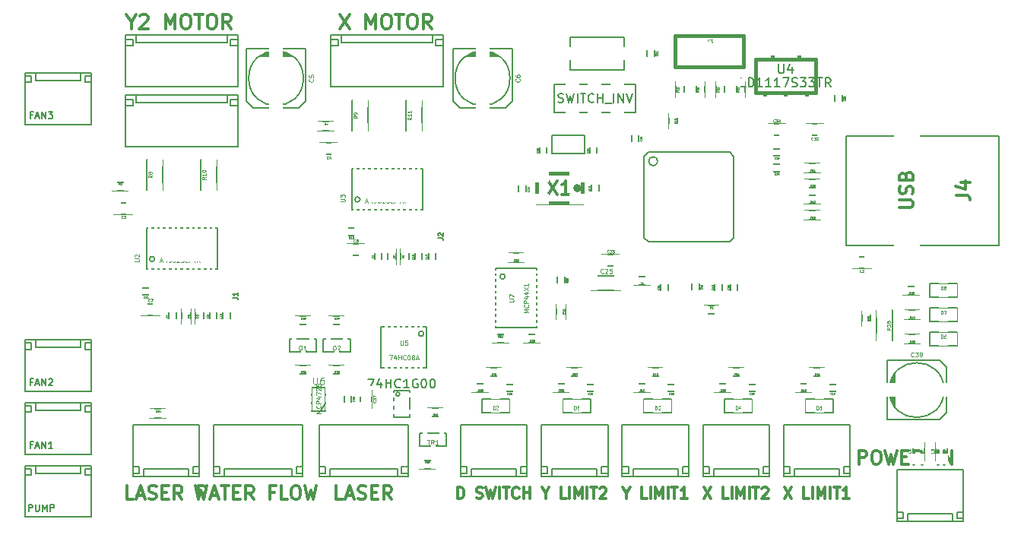
<source format=gto>
G04 #@! TF.FileFunction,Legend,Top*
%FSLAX46Y46*%
G04 Gerber Fmt 4.6, Leading zero omitted, Abs format (unit mm)*
G04 Created by KiCad (PCBNEW 4.0.1-stable) date 2018/01/12 13:37:46*
%MOMM*%
G01*
G04 APERTURE LIST*
%ADD10C,0.150000*%
%ADD11C,0.381000*%
%ADD12C,0.127000*%
%ADD13C,0.200660*%
%ADD14C,0.099060*%
%ADD15C,0.304800*%
%ADD16C,0.149860*%
%ADD17C,0.076200*%
%ADD18C,0.203200*%
%ADD19C,0.050165*%
%ADD20C,0.050800*%
%ADD21C,0.124460*%
%ADD22C,0.119380*%
%ADD23C,0.060960*%
%ADD24C,0.040640*%
%ADD25C,0.300000*%
%ADD26C,0.152400*%
%ADD27R,1.800860X1.198880*%
%ADD28C,0.800100*%
%ADD29C,1.524000*%
%ADD30C,2.900000*%
%ADD31R,1.470660X0.419100*%
%ADD32R,0.419100X1.470660*%
%ADD33R,1.000000X0.550000*%
%ADD34R,1.000760X0.701040*%
%ADD35R,0.599440X1.000760*%
%ADD36R,3.657600X2.032000*%
%ADD37R,1.016000X2.032000*%
%ADD38R,1.800860X1.150620*%
%ADD39R,0.949960X1.000760*%
%ADD40R,1.000760X0.949960*%
%ADD41C,1.500000*%
%ADD42R,0.970000X0.970000*%
%ADD43C,0.970000*%
%ADD44R,0.299720X1.297940*%
%ADD45R,1.297940X0.299720*%
%ADD46R,2.600000X1.400000*%
%ADD47R,1.150620X1.450340*%
%ADD48R,1.600200X3.599180*%
%ADD49R,1.150620X1.800860*%
%ADD50R,1.450340X1.150620*%
%ADD51R,2.032000X2.032000*%
%ADD52C,2.032000*%
%ADD53R,1.100000X1.900000*%
%ADD54R,3.599180X1.600200*%
%ADD55C,3.400000*%
%ADD56R,0.369100X1.470660*%
%ADD57R,4.320540X2.999740*%
G04 APERTURE END LIST*
D10*
D11*
X92547900Y-48500000D02*
G75*
G03X92547900Y-48500000I-248920J0D01*
G01*
X92850160Y-50151000D02*
X87749840Y-50151000D01*
X87749840Y-50151000D02*
X87749840Y-46849000D01*
X87749840Y-46849000D02*
X92850160Y-46849000D01*
X92850160Y-46849000D02*
X92850160Y-50151000D01*
D12*
X139287000Y-54846000D02*
X139287000Y-42654000D01*
X139287000Y-42654000D02*
X122269000Y-42654000D01*
X122269000Y-42654000D02*
X122269000Y-54846000D01*
X122269000Y-54846000D02*
X139287000Y-54846000D01*
X87786000Y-64052000D02*
X87786000Y-57448000D01*
X87786000Y-57448000D02*
X83214000Y-57448000D01*
X83214000Y-57448000D02*
X83214000Y-64052000D01*
X83214000Y-64052000D02*
X87786000Y-64052000D01*
X84259981Y-58337000D02*
G75*
G03X84259981Y-58337000I-283981J0D01*
G01*
X75188981Y-64726000D02*
G75*
G03X75188981Y-64726000I-283981J0D01*
G01*
X70460000Y-68536000D02*
X75540000Y-68536000D01*
X75540000Y-68536000D02*
X75540000Y-63964000D01*
X75540000Y-63964000D02*
X70460000Y-63964000D01*
X70460000Y-63964000D02*
X70460000Y-68536000D01*
D10*
X72512132Y-71450000D02*
G75*
G03X72512132Y-71450000I-212132J0D01*
G01*
X71900000Y-71500000D02*
X71900000Y-74000000D01*
X71900000Y-74000000D02*
X72300000Y-74000000D01*
X71900000Y-71500000D02*
X71900000Y-71050000D01*
X71900000Y-71050000D02*
X73650000Y-71050000D01*
X73650000Y-71050000D02*
X73650000Y-74000000D01*
X73650000Y-74000000D02*
X72100000Y-74000000D01*
D12*
X64262000Y-72508000D02*
X63754000Y-73270000D01*
X64262000Y-70730000D02*
X64262000Y-73333500D01*
X64262000Y-73333500D02*
X62738000Y-73333500D01*
X62738000Y-73333500D02*
X62738000Y-70730000D01*
X62738000Y-70730000D02*
X64262000Y-70730000D01*
X75297500Y-75801500D02*
X75297500Y-75141100D01*
X77202500Y-75801500D02*
X77202500Y-75141100D01*
X76250000Y-77198500D02*
X76250000Y-77858900D01*
X77748600Y-77198500D02*
X74751400Y-77198500D01*
X74751400Y-77198500D02*
X74751400Y-75801500D01*
X74751400Y-75801500D02*
X77748600Y-75801500D01*
X77748600Y-75801500D02*
X77748600Y-77198500D01*
X60797500Y-65301500D02*
X60797500Y-64641100D01*
X62702500Y-65301500D02*
X62702500Y-64641100D01*
X61750000Y-66698500D02*
X61750000Y-67358900D01*
X63248600Y-66698500D02*
X60251400Y-66698500D01*
X60251400Y-66698500D02*
X60251400Y-65301500D01*
X60251400Y-65301500D02*
X63248600Y-65301500D01*
X63248600Y-65301500D02*
X63248600Y-66698500D01*
D11*
X113998860Y-34150880D02*
X113998860Y-32299220D01*
X113998860Y-32299220D02*
X117001140Y-32299220D01*
X117001140Y-32299220D02*
X117001140Y-34150880D01*
X117801240Y-37849120D02*
X117801240Y-39700780D01*
X115500000Y-37849120D02*
X115500000Y-39700780D01*
X113198760Y-37849120D02*
X113198760Y-39700780D01*
X112149740Y-34150880D02*
X118850260Y-34150880D01*
X118850260Y-34150880D02*
X118850260Y-37849120D01*
X118850260Y-37849120D02*
X112149740Y-37849120D01*
X112149740Y-37849120D02*
X112149740Y-34150880D01*
D13*
X50350840Y-48699260D02*
X50350840Y-45300740D01*
X50350840Y-45300740D02*
X52149160Y-45300740D01*
X52149160Y-45300740D02*
X52149160Y-48699260D01*
X52149160Y-48699260D02*
X50350840Y-48699260D01*
X73225840Y-42074260D02*
X73225840Y-38675740D01*
X73225840Y-38675740D02*
X75024160Y-38675740D01*
X75024160Y-38675740D02*
X75024160Y-42074260D01*
X75024160Y-42074260D02*
X73225840Y-42074260D01*
X67225840Y-42074260D02*
X67225840Y-38675740D01*
X67225840Y-38675740D02*
X69024160Y-38675740D01*
X69024160Y-38675740D02*
X69024160Y-42074260D01*
X69024160Y-42074260D02*
X67225840Y-42074260D01*
X44350840Y-48699260D02*
X44350840Y-45300740D01*
X44350840Y-45300740D02*
X46149160Y-45300740D01*
X46149160Y-45300740D02*
X46149160Y-48699260D01*
X46149160Y-48699260D02*
X44350840Y-48699260D01*
X127399160Y-62100740D02*
X127399160Y-65499260D01*
X127399160Y-65499260D02*
X125600840Y-65499260D01*
X125600840Y-65499260D02*
X125600840Y-62100740D01*
X125600840Y-62100740D02*
X127399160Y-62100740D01*
X110873760Y-69474980D02*
X109126240Y-69474980D01*
X109126240Y-69474980D02*
X109126240Y-68525020D01*
X109126240Y-68525020D02*
X110873760Y-68525020D01*
X110873760Y-68525020D02*
X110873760Y-69474980D01*
X119373760Y-51974980D02*
X117626240Y-51974980D01*
X117626240Y-51974980D02*
X117626240Y-51025020D01*
X117626240Y-51025020D02*
X119373760Y-51025020D01*
X119373760Y-51025020D02*
X119373760Y-51974980D01*
X100373760Y-59274980D02*
X98626240Y-59274980D01*
X98626240Y-59274980D02*
X98626240Y-58325020D01*
X98626240Y-58325020D02*
X100373760Y-58325020D01*
X100373760Y-58325020D02*
X100373760Y-59274980D01*
X91373760Y-71224980D02*
X89626240Y-71224980D01*
X89626240Y-71224980D02*
X89626240Y-70275020D01*
X89626240Y-70275020D02*
X91373760Y-70275020D01*
X91373760Y-70275020D02*
X91373760Y-71224980D01*
X92873760Y-69474980D02*
X91126240Y-69474980D01*
X91126240Y-69474980D02*
X91126240Y-68525020D01*
X91126240Y-68525020D02*
X92873760Y-68525020D01*
X92873760Y-68525020D02*
X92873760Y-69474980D01*
X109373760Y-71224980D02*
X107626240Y-71224980D01*
X107626240Y-71224980D02*
X107626240Y-70275020D01*
X107626240Y-70275020D02*
X109373760Y-70275020D01*
X109373760Y-70275020D02*
X109373760Y-71224980D01*
X103474980Y-40126240D02*
X103474980Y-41873760D01*
X103474980Y-41873760D02*
X102525020Y-41873760D01*
X102525020Y-41873760D02*
X102525020Y-40126240D01*
X102525020Y-40126240D02*
X103474980Y-40126240D01*
X83873760Y-69474980D02*
X82126240Y-69474980D01*
X82126240Y-69474980D02*
X82126240Y-68525020D01*
X82126240Y-68525020D02*
X83873760Y-68525020D01*
X83873760Y-68525020D02*
X83873760Y-69474980D01*
X82373760Y-71224980D02*
X80626240Y-71224980D01*
X80626240Y-71224980D02*
X80626240Y-70275020D01*
X80626240Y-70275020D02*
X82373760Y-70275020D01*
X82373760Y-70275020D02*
X82373760Y-71224980D01*
X44726240Y-73125020D02*
X46473760Y-73125020D01*
X46473760Y-73125020D02*
X46473760Y-74074980D01*
X46473760Y-74074980D02*
X44726240Y-74074980D01*
X44726240Y-74074980D02*
X44726240Y-73125020D01*
X110025020Y-38373760D02*
X110025020Y-36626240D01*
X110025020Y-36626240D02*
X110974980Y-36626240D01*
X110974980Y-36626240D02*
X110974980Y-38373760D01*
X110974980Y-38373760D02*
X110025020Y-38373760D01*
X101873760Y-69474980D02*
X100126240Y-69474980D01*
X100126240Y-69474980D02*
X100126240Y-68525020D01*
X100126240Y-68525020D02*
X101873760Y-68525020D01*
X101873760Y-68525020D02*
X101873760Y-69474980D01*
X105525020Y-38373760D02*
X105525020Y-36626240D01*
X105525020Y-36626240D02*
X106474980Y-36626240D01*
X106474980Y-36626240D02*
X106474980Y-38373760D01*
X106474980Y-38373760D02*
X105525020Y-38373760D01*
X103275020Y-38373760D02*
X103275020Y-36626240D01*
X103275020Y-36626240D02*
X104224980Y-36626240D01*
X104224980Y-36626240D02*
X104224980Y-38373760D01*
X104224980Y-38373760D02*
X103275020Y-38373760D01*
X119873760Y-69474980D02*
X118126240Y-69474980D01*
X118126240Y-69474980D02*
X118126240Y-68525020D01*
X118126240Y-68525020D02*
X119873760Y-68525020D01*
X119873760Y-68525020D02*
X119873760Y-69474980D01*
X107775020Y-38373760D02*
X107775020Y-36626240D01*
X107775020Y-36626240D02*
X108724980Y-36626240D01*
X108724980Y-36626240D02*
X108724980Y-38373760D01*
X108724980Y-38373760D02*
X107775020Y-38373760D01*
X119373760Y-48474980D02*
X117626240Y-48474980D01*
X117626240Y-48474980D02*
X117626240Y-47525020D01*
X117626240Y-47525020D02*
X119373760Y-47525020D01*
X119373760Y-47525020D02*
X119373760Y-48474980D01*
X119373760Y-50224980D02*
X117626240Y-50224980D01*
X117626240Y-50224980D02*
X117626240Y-49275020D01*
X117626240Y-49275020D02*
X119373760Y-49275020D01*
X119373760Y-49275020D02*
X119373760Y-50224980D01*
X77373760Y-73974980D02*
X75626240Y-73974980D01*
X75626240Y-73974980D02*
X75626240Y-73025020D01*
X75626240Y-73025020D02*
X77373760Y-73025020D01*
X77373760Y-73025020D02*
X77373760Y-73974980D01*
X119373760Y-46724980D02*
X117626240Y-46724980D01*
X117626240Y-46724980D02*
X117626240Y-45775020D01*
X117626240Y-45775020D02*
X119373760Y-45775020D01*
X119373760Y-45775020D02*
X119373760Y-46724980D01*
X106376240Y-61575020D02*
X108123760Y-61575020D01*
X108123760Y-61575020D02*
X108123760Y-62524980D01*
X108123760Y-62524980D02*
X106376240Y-62524980D01*
X106376240Y-62524980D02*
X106376240Y-61575020D01*
X130473760Y-63074980D02*
X128726240Y-63074980D01*
X128726240Y-63074980D02*
X128726240Y-62125020D01*
X128726240Y-62125020D02*
X130473760Y-62125020D01*
X130473760Y-62125020D02*
X130473760Y-63074980D01*
X62623760Y-69224980D02*
X60876240Y-69224980D01*
X60876240Y-69224980D02*
X60876240Y-68275020D01*
X60876240Y-68275020D02*
X62623760Y-68275020D01*
X62623760Y-68275020D02*
X62623760Y-69224980D01*
X130373760Y-60374980D02*
X128626240Y-60374980D01*
X128626240Y-60374980D02*
X128626240Y-59425020D01*
X128626240Y-59425020D02*
X130373760Y-59425020D01*
X130373760Y-59425020D02*
X130373760Y-60374980D01*
X130473760Y-65774980D02*
X128726240Y-65774980D01*
X128726240Y-65774980D02*
X128726240Y-64825020D01*
X128726240Y-64825020D02*
X130473760Y-64825020D01*
X130473760Y-64825020D02*
X130473760Y-65774980D01*
X64626240Y-62775020D02*
X66373760Y-62775020D01*
X66373760Y-62775020D02*
X66373760Y-63724980D01*
X66373760Y-63724980D02*
X64626240Y-63724980D01*
X64626240Y-63724980D02*
X64626240Y-62775020D01*
X66373760Y-69224980D02*
X64626240Y-69224980D01*
X64626240Y-69224980D02*
X64626240Y-68275020D01*
X64626240Y-68275020D02*
X66373760Y-68275020D01*
X66373760Y-68275020D02*
X66373760Y-69224980D01*
X86373760Y-56724980D02*
X84626240Y-56724980D01*
X84626240Y-56724980D02*
X84626240Y-55775020D01*
X84626240Y-55775020D02*
X86373760Y-55775020D01*
X86373760Y-55775020D02*
X86373760Y-56724980D01*
X60876240Y-62775020D02*
X62623760Y-62775020D01*
X62623760Y-62775020D02*
X62623760Y-63724980D01*
X62623760Y-63724980D02*
X60876240Y-63724980D01*
X60876240Y-63724980D02*
X60876240Y-62775020D01*
X100373760Y-71224980D02*
X98626240Y-71224980D01*
X98626240Y-71224980D02*
X98626240Y-70275020D01*
X98626240Y-70275020D02*
X100373760Y-70275020D01*
X100373760Y-70275020D02*
X100373760Y-71224980D01*
X118373760Y-71224980D02*
X116626240Y-71224980D01*
X116626240Y-71224980D02*
X116626240Y-70275020D01*
X116626240Y-70275020D02*
X118373760Y-70275020D01*
X118373760Y-70275020D02*
X118373760Y-71224980D01*
X90974980Y-61376240D02*
X90974980Y-63123760D01*
X90974980Y-63123760D02*
X90025020Y-63123760D01*
X90025020Y-63123760D02*
X90025020Y-61376240D01*
X90025020Y-61376240D02*
X90974980Y-61376240D01*
X72099980Y-55251240D02*
X72099980Y-56998760D01*
X72099980Y-56998760D02*
X71150020Y-56998760D01*
X71150020Y-56998760D02*
X71150020Y-55251240D01*
X71150020Y-55251240D02*
X72099980Y-55251240D01*
X82876240Y-64775020D02*
X84623760Y-64775020D01*
X84623760Y-64775020D02*
X84623760Y-65724980D01*
X84623760Y-65724980D02*
X82876240Y-65724980D01*
X82876240Y-65724980D02*
X82876240Y-64775020D01*
X88123760Y-65724980D02*
X86376240Y-65724980D01*
X86376240Y-65724980D02*
X86376240Y-64775020D01*
X86376240Y-64775020D02*
X88123760Y-64775020D01*
X88123760Y-64775020D02*
X88123760Y-65724980D01*
X49224980Y-61876240D02*
X49224980Y-63623760D01*
X49224980Y-63623760D02*
X48275020Y-63623760D01*
X48275020Y-63623760D02*
X48275020Y-61876240D01*
X48275020Y-61876240D02*
X49224980Y-61876240D01*
X72650020Y-56998760D02*
X72650020Y-55251240D01*
X72650020Y-55251240D02*
X73599980Y-55251240D01*
X73599980Y-55251240D02*
X73599980Y-56998760D01*
X73599980Y-56998760D02*
X72650020Y-56998760D01*
X49775020Y-63623760D02*
X49775020Y-61876240D01*
X49775020Y-61876240D02*
X50724980Y-61876240D01*
X50724980Y-61876240D02*
X50724980Y-63623760D01*
X50724980Y-63623760D02*
X49775020Y-63623760D01*
X124974980Y-62126240D02*
X124974980Y-63873760D01*
X124974980Y-63873760D02*
X124025020Y-63873760D01*
X124025020Y-63873760D02*
X124025020Y-62126240D01*
X124025020Y-62126240D02*
X124974980Y-62126240D01*
X40526240Y-47825020D02*
X42273760Y-47825020D01*
X42273760Y-47825020D02*
X42273760Y-48774980D01*
X42273760Y-48774980D02*
X40526240Y-48774980D01*
X40526240Y-48774980D02*
X40526240Y-47825020D01*
X63426240Y-41125020D02*
X65173760Y-41125020D01*
X65173760Y-41125020D02*
X65173760Y-42074980D01*
X65173760Y-42074980D02*
X63426240Y-42074980D01*
X63426240Y-42074980D02*
X63426240Y-41125020D01*
D10*
X98750000Y-38400000D02*
X98750000Y-38700000D01*
X98750000Y-38500000D02*
X98750000Y-36900000D01*
X98750000Y-36900000D02*
X89750000Y-36900000D01*
X89750000Y-36900000D02*
X89750000Y-40100000D01*
X89750000Y-40100000D02*
X98750000Y-40100000D01*
X98750000Y-40100000D02*
X98750000Y-38600000D01*
D11*
X110810000Y-34964500D02*
X103190000Y-34964500D01*
X103190000Y-34964500D02*
X103190000Y-31535500D01*
X103190000Y-31535500D02*
X110810000Y-31535500D01*
X110810000Y-31535500D02*
X110810000Y-34964500D01*
D12*
X99751280Y-45001660D02*
X99751280Y-53998340D01*
X109748720Y-45001660D02*
X109248340Y-44501280D01*
X109248340Y-44501280D02*
X100251660Y-44501280D01*
X100251660Y-44501280D02*
X99751280Y-45001660D01*
X99751280Y-53998340D02*
X100251660Y-54498720D01*
X100251660Y-54498720D02*
X109248340Y-54498720D01*
X109248340Y-54498720D02*
X109748720Y-53998340D01*
X109748720Y-53998340D02*
X109748720Y-45001660D01*
X101249880Y-45502040D02*
G75*
G03X101249880Y-45502040I-497840J0D01*
G01*
D10*
X97500000Y-34200000D02*
X97500000Y-35300000D01*
X97500000Y-35300000D02*
X91800000Y-35300000D01*
X91800000Y-35300000D02*
X91500000Y-35300000D01*
X91500000Y-35300000D02*
X91500000Y-34200000D01*
X91500000Y-32800000D02*
X91500000Y-31700000D01*
X91500000Y-31700000D02*
X97500000Y-31700000D01*
X97500000Y-31700000D02*
X97500000Y-32800000D01*
D14*
X101999300Y-73499300D02*
X101999300Y-72000700D01*
X100749620Y-72000700D02*
X101750380Y-72000700D01*
X101750380Y-73499300D02*
X100749620Y-73499300D01*
D12*
X101758000Y-71988000D02*
X102774000Y-71988000D01*
X102774000Y-71988000D02*
X102774000Y-73512000D01*
X102774000Y-73512000D02*
X101758000Y-73512000D01*
X100742000Y-73512000D02*
X99726000Y-73512000D01*
X99726000Y-73512000D02*
X99726000Y-71988000D01*
X99726000Y-71988000D02*
X100742000Y-71988000D01*
D14*
X132350700Y-64550700D02*
X132350700Y-66049300D01*
X133600380Y-66049300D02*
X132599620Y-66049300D01*
X132599620Y-64550700D02*
X133600380Y-64550700D01*
D12*
X132592000Y-66062000D02*
X131576000Y-66062000D01*
X131576000Y-66062000D02*
X131576000Y-64538000D01*
X131576000Y-64538000D02*
X132592000Y-64538000D01*
X133608000Y-64538000D02*
X134624000Y-64538000D01*
X134624000Y-64538000D02*
X134624000Y-66062000D01*
X134624000Y-66062000D02*
X133608000Y-66062000D01*
D14*
X132350700Y-59150700D02*
X132350700Y-60649300D01*
X133600380Y-60649300D02*
X132599620Y-60649300D01*
X132599620Y-59150700D02*
X133600380Y-59150700D01*
D12*
X132592000Y-60662000D02*
X131576000Y-60662000D01*
X131576000Y-60662000D02*
X131576000Y-59138000D01*
X131576000Y-59138000D02*
X132592000Y-59138000D01*
X133608000Y-59138000D02*
X134624000Y-59138000D01*
X134624000Y-59138000D02*
X134624000Y-60662000D01*
X134624000Y-60662000D02*
X133608000Y-60662000D01*
D14*
X83999300Y-73499300D02*
X83999300Y-72000700D01*
X82749620Y-72000700D02*
X83750380Y-72000700D01*
X83750380Y-73499300D02*
X82749620Y-73499300D01*
D12*
X83758000Y-71988000D02*
X84774000Y-71988000D01*
X84774000Y-71988000D02*
X84774000Y-73512000D01*
X84774000Y-73512000D02*
X83758000Y-73512000D01*
X82742000Y-73512000D02*
X81726000Y-73512000D01*
X81726000Y-73512000D02*
X81726000Y-71988000D01*
X81726000Y-71988000D02*
X82742000Y-71988000D01*
D14*
X110999300Y-73499300D02*
X110999300Y-72000700D01*
X109749620Y-72000700D02*
X110750380Y-72000700D01*
X110750380Y-73499300D02*
X109749620Y-73499300D01*
D12*
X110758000Y-71988000D02*
X111774000Y-71988000D01*
X111774000Y-71988000D02*
X111774000Y-73512000D01*
X111774000Y-73512000D02*
X110758000Y-73512000D01*
X109742000Y-73512000D02*
X108726000Y-73512000D01*
X108726000Y-73512000D02*
X108726000Y-71988000D01*
X108726000Y-71988000D02*
X109742000Y-71988000D01*
D14*
X132350700Y-61850700D02*
X132350700Y-63349300D01*
X133600380Y-63349300D02*
X132599620Y-63349300D01*
X132599620Y-61850700D02*
X133600380Y-61850700D01*
D12*
X132592000Y-63362000D02*
X131576000Y-63362000D01*
X131576000Y-63362000D02*
X131576000Y-61838000D01*
X131576000Y-61838000D02*
X132592000Y-61838000D01*
X133608000Y-61838000D02*
X134624000Y-61838000D01*
X134624000Y-61838000D02*
X134624000Y-63362000D01*
X134624000Y-63362000D02*
X133608000Y-63362000D01*
D14*
X119999300Y-73499300D02*
X119999300Y-72000700D01*
X118749620Y-72000700D02*
X119750380Y-72000700D01*
X119750380Y-73499300D02*
X118749620Y-73499300D01*
D12*
X119758000Y-71988000D02*
X120774000Y-71988000D01*
X120774000Y-71988000D02*
X120774000Y-73512000D01*
X120774000Y-73512000D02*
X119758000Y-73512000D01*
X118742000Y-73512000D02*
X117726000Y-73512000D01*
X117726000Y-73512000D02*
X117726000Y-71988000D01*
X117726000Y-71988000D02*
X118742000Y-71988000D01*
D14*
X92999300Y-73499300D02*
X92999300Y-72000700D01*
X91749620Y-72000700D02*
X92750380Y-72000700D01*
X92750380Y-73499300D02*
X91749620Y-73499300D01*
D12*
X92758000Y-71988000D02*
X93774000Y-71988000D01*
X93774000Y-71988000D02*
X93774000Y-73512000D01*
X93774000Y-73512000D02*
X92758000Y-73512000D01*
X91742000Y-73512000D02*
X90726000Y-73512000D01*
X90726000Y-73512000D02*
X90726000Y-71988000D01*
X90726000Y-71988000D02*
X91742000Y-71988000D01*
X59512000Y-33329000D02*
X57988000Y-33329000D01*
X57607000Y-33456000D02*
X59893000Y-33456000D01*
X60147000Y-33583000D02*
X57353000Y-33583000D01*
X57099000Y-33710000D02*
X60401000Y-33710000D01*
X60528000Y-33837000D02*
X56972000Y-33837000D01*
X61798000Y-36250000D02*
G75*
G03X61798000Y-36250000I-3048000J0D01*
G01*
X62052000Y-32948000D02*
X55448000Y-32948000D01*
X55448000Y-32948000D02*
X55448000Y-38790000D01*
X55448000Y-38790000D02*
X56210000Y-39552000D01*
X56210000Y-39552000D02*
X61290000Y-39552000D01*
X61290000Y-39552000D02*
X62052000Y-38790000D01*
X62052000Y-38790000D02*
X62052000Y-32948000D01*
X58750000Y-38409000D02*
X58750000Y-37647000D01*
X59131000Y-38028000D02*
X58369000Y-38028000D01*
X82512000Y-33329000D02*
X80988000Y-33329000D01*
X80607000Y-33456000D02*
X82893000Y-33456000D01*
X83147000Y-33583000D02*
X80353000Y-33583000D01*
X80099000Y-33710000D02*
X83401000Y-33710000D01*
X83528000Y-33837000D02*
X79972000Y-33837000D01*
X84798000Y-36250000D02*
G75*
G03X84798000Y-36250000I-3048000J0D01*
G01*
X85052000Y-32948000D02*
X78448000Y-32948000D01*
X78448000Y-32948000D02*
X78448000Y-38790000D01*
X78448000Y-38790000D02*
X79210000Y-39552000D01*
X79210000Y-39552000D02*
X84290000Y-39552000D01*
X84290000Y-39552000D02*
X85052000Y-38790000D01*
X85052000Y-38790000D02*
X85052000Y-32948000D01*
X81750000Y-38409000D02*
X81750000Y-37647000D01*
X82131000Y-38028000D02*
X81369000Y-38028000D01*
X96643000Y-59862800D02*
X96643000Y-58237200D01*
X94357000Y-58237200D02*
X94357000Y-59862800D01*
X93899800Y-58237200D02*
X93899800Y-59862800D01*
X93899800Y-59862800D02*
X97100200Y-59862800D01*
X97100200Y-59862800D02*
X97100200Y-58237200D01*
X97100200Y-58237200D02*
X93899800Y-58237200D01*
X115135000Y-41365000D02*
X115135000Y-42635000D01*
X113865000Y-41365000D02*
X113865000Y-42609600D01*
X113484000Y-41365000D02*
X115516000Y-41365000D01*
X115516000Y-41365000D02*
X115516000Y-42635000D01*
X115516000Y-42635000D02*
X113484000Y-42635000D01*
X113484000Y-42635000D02*
X113484000Y-41365000D01*
X123365000Y-57385000D02*
X123365000Y-56115000D01*
X124635000Y-57385000D02*
X124635000Y-56140400D01*
X125016000Y-57385000D02*
X122984000Y-57385000D01*
X122984000Y-57385000D02*
X122984000Y-56115000D01*
X122984000Y-56115000D02*
X125016000Y-56115000D01*
X125016000Y-56115000D02*
X125016000Y-57385000D01*
X69385000Y-72635000D02*
X68115000Y-72635000D01*
X69385000Y-71365000D02*
X68140400Y-71365000D01*
X69385000Y-70984000D02*
X69385000Y-73016000D01*
X69385000Y-73016000D02*
X68115000Y-73016000D01*
X68115000Y-73016000D02*
X68115000Y-70984000D01*
X68115000Y-70984000D02*
X69385000Y-70984000D01*
X96635000Y-55915000D02*
X96635000Y-57185000D01*
X95365000Y-55915000D02*
X95365000Y-57159600D01*
X94984000Y-55915000D02*
X97016000Y-55915000D01*
X97016000Y-55915000D02*
X97016000Y-57185000D01*
X97016000Y-57185000D02*
X94984000Y-57185000D01*
X94984000Y-57185000D02*
X94984000Y-55915000D01*
X41115000Y-51385000D02*
X41115000Y-50115000D01*
X42385000Y-51385000D02*
X42385000Y-50140400D01*
X42766000Y-51385000D02*
X40734000Y-51385000D01*
X40734000Y-51385000D02*
X40734000Y-50115000D01*
X40734000Y-50115000D02*
X42766000Y-50115000D01*
X42766000Y-50115000D02*
X42766000Y-51385000D01*
X63990000Y-44760000D02*
X63990000Y-43490000D01*
X65260000Y-44760000D02*
X65260000Y-43515400D01*
X65641000Y-44760000D02*
X63609000Y-44760000D01*
X63609000Y-44760000D02*
X63609000Y-43490000D01*
X63609000Y-43490000D02*
X65641000Y-43490000D01*
X65641000Y-43490000D02*
X65641000Y-44760000D01*
X68260000Y-54740000D02*
X68260000Y-56010000D01*
X66990000Y-54740000D02*
X66990000Y-55984600D01*
X66609000Y-54740000D02*
X68641000Y-54740000D01*
X68641000Y-54740000D02*
X68641000Y-56010000D01*
X68641000Y-56010000D02*
X66609000Y-56010000D01*
X66609000Y-56010000D02*
X66609000Y-54740000D01*
X118115000Y-42635000D02*
X118115000Y-41365000D01*
X119385000Y-42635000D02*
X119385000Y-41390400D01*
X119766000Y-42635000D02*
X117734000Y-42635000D01*
X117734000Y-42635000D02*
X117734000Y-41365000D01*
X117734000Y-41365000D02*
X119766000Y-41365000D01*
X119766000Y-41365000D02*
X119766000Y-42635000D01*
X45385000Y-61365000D02*
X45385000Y-62635000D01*
X44115000Y-61365000D02*
X44115000Y-62609600D01*
X43734000Y-61365000D02*
X45766000Y-61365000D01*
X45766000Y-61365000D02*
X45766000Y-62635000D01*
X45766000Y-62635000D02*
X43734000Y-62635000D01*
X43734000Y-62635000D02*
X43734000Y-61365000D01*
X120191200Y-70343600D02*
X120191200Y-71156400D01*
X121308800Y-71131000D02*
X121308800Y-70343600D01*
X121562800Y-71156400D02*
X119937200Y-71156400D01*
X119937200Y-71156400D02*
X119937200Y-70343600D01*
X119937200Y-70343600D02*
X121562800Y-70343600D01*
X121562800Y-70343600D02*
X121562800Y-71156400D01*
X120993600Y-39058800D02*
X121806400Y-39058800D01*
X121781000Y-37941200D02*
X120993600Y-37941200D01*
X121806400Y-37687200D02*
X121806400Y-39312800D01*
X121806400Y-39312800D02*
X120993600Y-39312800D01*
X120993600Y-39312800D02*
X120993600Y-37687200D01*
X120993600Y-37687200D02*
X121806400Y-37687200D01*
X111191200Y-70343600D02*
X111191200Y-71156400D01*
X112308800Y-71131000D02*
X112308800Y-70343600D01*
X112562800Y-71156400D02*
X110937200Y-71156400D01*
X110937200Y-71156400D02*
X110937200Y-70343600D01*
X110937200Y-70343600D02*
X112562800Y-70343600D01*
X112562800Y-70343600D02*
X112562800Y-71156400D01*
X84191200Y-70343600D02*
X84191200Y-71156400D01*
X85308800Y-71131000D02*
X85308800Y-70343600D01*
X85562800Y-71156400D02*
X83937200Y-71156400D01*
X83937200Y-71156400D02*
X83937200Y-70343600D01*
X83937200Y-70343600D02*
X85562800Y-70343600D01*
X85562800Y-70343600D02*
X85562800Y-71156400D01*
X70531400Y-55566200D02*
X69718600Y-55566200D01*
X69744000Y-56683800D02*
X70531400Y-56683800D01*
X69718600Y-56937800D02*
X69718600Y-55312200D01*
X69718600Y-55312200D02*
X70531400Y-55312200D01*
X70531400Y-55312200D02*
X70531400Y-56937800D01*
X70531400Y-56937800D02*
X69718600Y-56937800D01*
X75031400Y-55566200D02*
X74218600Y-55566200D01*
X74244000Y-56683800D02*
X75031400Y-56683800D01*
X74218600Y-56937800D02*
X74218600Y-55312200D01*
X74218600Y-55312200D02*
X75031400Y-55312200D01*
X75031400Y-55312200D02*
X75031400Y-56937800D01*
X75031400Y-56937800D02*
X74218600Y-56937800D01*
X52156400Y-62191200D02*
X51343600Y-62191200D01*
X51369000Y-63308800D02*
X52156400Y-63308800D01*
X51343600Y-63562800D02*
X51343600Y-61937200D01*
X51343600Y-61937200D02*
X52156400Y-61937200D01*
X52156400Y-61937200D02*
X52156400Y-63562800D01*
X52156400Y-63562800D02*
X51343600Y-63562800D01*
X47656400Y-62191200D02*
X46843600Y-62191200D01*
X46869000Y-63308800D02*
X47656400Y-63308800D01*
X46843600Y-63562800D02*
X46843600Y-61937200D01*
X46843600Y-61937200D02*
X47656400Y-61937200D01*
X47656400Y-61937200D02*
X47656400Y-63562800D01*
X47656400Y-63562800D02*
X46843600Y-63562800D01*
X43691200Y-59593600D02*
X43691200Y-60406400D01*
X44808800Y-60381000D02*
X44808800Y-59593600D01*
X45062800Y-60406400D02*
X43437200Y-60406400D01*
X43437200Y-60406400D02*
X43437200Y-59593600D01*
X43437200Y-59593600D02*
X45062800Y-59593600D01*
X45062800Y-59593600D02*
X45062800Y-60406400D01*
X102191200Y-70343600D02*
X102191200Y-71156400D01*
X103308800Y-71131000D02*
X103308800Y-70343600D01*
X103562800Y-71156400D02*
X101937200Y-71156400D01*
X101937200Y-71156400D02*
X101937200Y-70343600D01*
X101937200Y-70343600D02*
X103562800Y-70343600D01*
X103562800Y-70343600D02*
X103562800Y-71156400D01*
X90093600Y-59308800D02*
X90906400Y-59308800D01*
X90881000Y-58191200D02*
X90093600Y-58191200D01*
X90906400Y-57937200D02*
X90906400Y-59562800D01*
X90906400Y-59562800D02*
X90093600Y-59562800D01*
X90093600Y-59562800D02*
X90093600Y-57937200D01*
X90093600Y-57937200D02*
X90906400Y-57937200D01*
X76531400Y-55566200D02*
X75718600Y-55566200D01*
X75744000Y-56683800D02*
X76531400Y-56683800D01*
X75718600Y-56937800D02*
X75718600Y-55312200D01*
X75718600Y-55312200D02*
X76531400Y-55312200D01*
X76531400Y-55312200D02*
X76531400Y-56937800D01*
X76531400Y-56937800D02*
X75718600Y-56937800D01*
X53656400Y-62191200D02*
X52843600Y-62191200D01*
X52869000Y-63308800D02*
X53656400Y-63308800D01*
X52843600Y-63562800D02*
X52843600Y-61937200D01*
X52843600Y-61937200D02*
X53656400Y-61937200D01*
X53656400Y-61937200D02*
X53656400Y-63562800D01*
X53656400Y-63562800D02*
X52843600Y-63562800D01*
X66566200Y-52968600D02*
X66566200Y-53781400D01*
X67683800Y-53756000D02*
X67683800Y-52968600D01*
X67937800Y-53781400D02*
X66312200Y-53781400D01*
X66312200Y-53781400D02*
X66312200Y-52968600D01*
X66312200Y-52968600D02*
X67937800Y-52968600D01*
X67937800Y-52968600D02*
X67937800Y-53781400D01*
X66343600Y-72558800D02*
X67156400Y-72558800D01*
X67131000Y-71441200D02*
X66343600Y-71441200D01*
X67156400Y-71187200D02*
X67156400Y-72812800D01*
X67156400Y-72812800D02*
X66343600Y-72812800D01*
X66343600Y-72812800D02*
X66343600Y-71187200D01*
X66343600Y-71187200D02*
X67156400Y-71187200D01*
X85793600Y-49158800D02*
X86606400Y-49158800D01*
X86581000Y-48041200D02*
X85793600Y-48041200D01*
X86606400Y-47787200D02*
X86606400Y-49412800D01*
X86606400Y-49412800D02*
X85793600Y-49412800D01*
X85793600Y-49412800D02*
X85793600Y-47787200D01*
X85793600Y-47787200D02*
X86606400Y-47787200D01*
X102406400Y-58991200D02*
X101593600Y-58991200D01*
X101619000Y-60108800D02*
X102406400Y-60108800D01*
X101593600Y-60362800D02*
X101593600Y-58737200D01*
X101593600Y-58737200D02*
X102406400Y-58737200D01*
X102406400Y-58737200D02*
X102406400Y-60362800D01*
X102406400Y-60362800D02*
X101593600Y-60362800D01*
X113941200Y-44093600D02*
X113941200Y-44906400D01*
X115058800Y-44881000D02*
X115058800Y-44093600D01*
X115312800Y-44906400D02*
X113687200Y-44906400D01*
X113687200Y-44906400D02*
X113687200Y-44093600D01*
X113687200Y-44093600D02*
X115312800Y-44093600D01*
X115312800Y-44093600D02*
X115312800Y-44906400D01*
X100093600Y-34058800D02*
X100906400Y-34058800D01*
X100881000Y-32941200D02*
X100093600Y-32941200D01*
X100906400Y-32687200D02*
X100906400Y-34312800D01*
X100906400Y-34312800D02*
X100093600Y-34312800D01*
X100093600Y-34312800D02*
X100093600Y-32687200D01*
X100093600Y-32687200D02*
X100906400Y-32687200D01*
X98343600Y-43558800D02*
X99156400Y-43558800D01*
X99131000Y-42441200D02*
X98343600Y-42441200D01*
X99156400Y-42187200D02*
X99156400Y-43812800D01*
X99156400Y-43812800D02*
X98343600Y-43812800D01*
X98343600Y-43812800D02*
X98343600Y-42187200D01*
X98343600Y-42187200D02*
X99156400Y-42187200D01*
X108406400Y-58991200D02*
X107593600Y-58991200D01*
X107619000Y-60108800D02*
X108406400Y-60108800D01*
X107593600Y-60362800D02*
X107593600Y-58737200D01*
X107593600Y-58737200D02*
X108406400Y-58737200D01*
X108406400Y-58737200D02*
X108406400Y-60362800D01*
X108406400Y-60362800D02*
X107593600Y-60362800D01*
X113941200Y-45843600D02*
X113941200Y-46656400D01*
X115058800Y-46631000D02*
X115058800Y-45843600D01*
X115312800Y-46656400D02*
X113687200Y-46656400D01*
X113687200Y-46656400D02*
X113687200Y-45843600D01*
X113687200Y-45843600D02*
X115312800Y-45843600D01*
X115312800Y-45843600D02*
X115312800Y-46656400D01*
X88906400Y-43741200D02*
X88093600Y-43741200D01*
X88119000Y-44858800D02*
X88906400Y-44858800D01*
X88093600Y-45112800D02*
X88093600Y-43487200D01*
X88093600Y-43487200D02*
X88906400Y-43487200D01*
X88906400Y-43487200D02*
X88906400Y-45112800D01*
X88906400Y-45112800D02*
X88093600Y-45112800D01*
X94506400Y-43741200D02*
X93693600Y-43741200D01*
X93719000Y-44858800D02*
X94506400Y-44858800D01*
X93693600Y-45112800D02*
X93693600Y-43487200D01*
X93693600Y-43487200D02*
X94506400Y-43487200D01*
X94506400Y-43487200D02*
X94506400Y-45112800D01*
X94506400Y-45112800D02*
X93693600Y-45112800D01*
X110156400Y-58991200D02*
X109343600Y-58991200D01*
X109369000Y-60108800D02*
X110156400Y-60108800D01*
X109343600Y-60362800D02*
X109343600Y-58737200D01*
X109343600Y-58737200D02*
X110156400Y-58737200D01*
X110156400Y-58737200D02*
X110156400Y-60362800D01*
X110156400Y-60362800D02*
X109343600Y-60362800D01*
X93191200Y-70343600D02*
X93191200Y-71156400D01*
X94308800Y-71131000D02*
X94308800Y-70343600D01*
X94562800Y-71156400D02*
X92937200Y-71156400D01*
X92937200Y-71156400D02*
X92937200Y-70343600D01*
X92937200Y-70343600D02*
X94562800Y-70343600D01*
X94562800Y-70343600D02*
X94562800Y-71156400D01*
X94706400Y-47941200D02*
X93893600Y-47941200D01*
X93919000Y-49058800D02*
X94706400Y-49058800D01*
X93893600Y-49312800D02*
X93893600Y-47687200D01*
X93893600Y-47687200D02*
X94706400Y-47687200D01*
X94706400Y-47687200D02*
X94706400Y-49312800D01*
X94706400Y-49312800D02*
X93893600Y-49312800D01*
D10*
X76550000Y-32200000D02*
X76550000Y-32650000D01*
X76550000Y-32650000D02*
X76750000Y-32650000D01*
X77350000Y-32650000D02*
X76600000Y-32650000D01*
X77350000Y-31950000D02*
X76550000Y-31950000D01*
X76550000Y-31950000D02*
X76550000Y-32250000D01*
X77350000Y-31950000D02*
X77050000Y-31950000D01*
X64850000Y-31950000D02*
X65650000Y-31950000D01*
X65650000Y-31950000D02*
X65650000Y-32550000D01*
X65650000Y-32550000D02*
X65650000Y-32650000D01*
X65650000Y-32650000D02*
X64850000Y-32650000D01*
X73600000Y-32300000D02*
X76150000Y-32300000D01*
X76150000Y-32300000D02*
X76150000Y-32000000D01*
X76150000Y-31450000D02*
X76150000Y-32000000D01*
X66050000Y-31850000D02*
X66050000Y-32300000D01*
X66050000Y-32300000D02*
X66250000Y-32300000D01*
X69200000Y-32300000D02*
X66100000Y-32300000D01*
X66050000Y-31450000D02*
X66050000Y-32000000D01*
X71100000Y-32300000D02*
X69200000Y-32300000D01*
X69200000Y-32300000D02*
X73600000Y-32300000D01*
X64850000Y-32650000D02*
X64850000Y-31450000D01*
X64850000Y-31450000D02*
X65150000Y-31450000D01*
X65550000Y-31450000D02*
X64900000Y-31450000D01*
X65250000Y-37200000D02*
X64850000Y-37200000D01*
X64850000Y-37200000D02*
X64850000Y-37000000D01*
X76250000Y-37200000D02*
X77350000Y-37200000D01*
X77350000Y-37200000D02*
X77350000Y-36900000D01*
X77350000Y-35100000D02*
X77350000Y-37000000D01*
X77350000Y-37000000D02*
X77350000Y-37050000D01*
X76950000Y-31450000D02*
X77350000Y-31450000D01*
X77350000Y-31450000D02*
X77350000Y-31650000D01*
X77350000Y-32500000D02*
X77350000Y-31500000D01*
X73250000Y-31450000D02*
X77100000Y-31450000D01*
X73350000Y-37200000D02*
X76400000Y-37200000D01*
X69550000Y-31450000D02*
X65550000Y-31450000D01*
X64850000Y-34650000D02*
X64850000Y-36950000D01*
X69650000Y-37200000D02*
X65250000Y-37200000D01*
X71150000Y-37200000D02*
X69550000Y-37200000D01*
X69550000Y-37200000D02*
X73400000Y-37200000D01*
X71050000Y-31450000D02*
X69550000Y-31450000D01*
X69550000Y-31450000D02*
X73250000Y-31450000D01*
X77350000Y-33700000D02*
X77350000Y-35100000D01*
X77350000Y-35100000D02*
X77350000Y-32500000D01*
X64850000Y-33800000D02*
X64850000Y-32650000D01*
X64850000Y-32650000D02*
X64850000Y-34650000D01*
X53700000Y-38900000D02*
X53700000Y-39350000D01*
X53700000Y-39350000D02*
X53900000Y-39350000D01*
X54500000Y-39350000D02*
X53750000Y-39350000D01*
X54500000Y-38650000D02*
X53700000Y-38650000D01*
X53700000Y-38650000D02*
X53700000Y-38950000D01*
X54500000Y-38650000D02*
X54200000Y-38650000D01*
X42000000Y-38650000D02*
X42800000Y-38650000D01*
X42800000Y-38650000D02*
X42800000Y-39250000D01*
X42800000Y-39250000D02*
X42800000Y-39350000D01*
X42800000Y-39350000D02*
X42000000Y-39350000D01*
X50750000Y-39000000D02*
X53300000Y-39000000D01*
X53300000Y-39000000D02*
X53300000Y-38700000D01*
X53300000Y-38150000D02*
X53300000Y-38700000D01*
X43200000Y-38550000D02*
X43200000Y-39000000D01*
X43200000Y-39000000D02*
X43400000Y-39000000D01*
X46350000Y-39000000D02*
X43250000Y-39000000D01*
X43200000Y-38150000D02*
X43200000Y-38700000D01*
X48250000Y-39000000D02*
X46350000Y-39000000D01*
X46350000Y-39000000D02*
X50750000Y-39000000D01*
X42000000Y-39350000D02*
X42000000Y-38150000D01*
X42000000Y-38150000D02*
X42300000Y-38150000D01*
X42700000Y-38150000D02*
X42050000Y-38150000D01*
X42400000Y-43900000D02*
X42000000Y-43900000D01*
X42000000Y-43900000D02*
X42000000Y-43700000D01*
X53400000Y-43900000D02*
X54500000Y-43900000D01*
X54500000Y-43900000D02*
X54500000Y-43600000D01*
X54500000Y-41800000D02*
X54500000Y-43700000D01*
X54500000Y-43700000D02*
X54500000Y-43750000D01*
X54100000Y-38150000D02*
X54500000Y-38150000D01*
X54500000Y-38150000D02*
X54500000Y-38350000D01*
X54500000Y-39200000D02*
X54500000Y-38200000D01*
X50400000Y-38150000D02*
X54250000Y-38150000D01*
X50500000Y-43900000D02*
X53550000Y-43900000D01*
X46700000Y-38150000D02*
X42700000Y-38150000D01*
X42000000Y-41350000D02*
X42000000Y-43650000D01*
X46800000Y-43900000D02*
X42400000Y-43900000D01*
X48300000Y-43900000D02*
X46700000Y-43900000D01*
X46700000Y-43900000D02*
X50550000Y-43900000D01*
X48200000Y-38150000D02*
X46700000Y-38150000D01*
X46700000Y-38150000D02*
X50400000Y-38150000D01*
X54500000Y-40400000D02*
X54500000Y-41800000D01*
X54500000Y-41800000D02*
X54500000Y-39200000D01*
X42000000Y-40500000D02*
X42000000Y-39350000D01*
X42000000Y-39350000D02*
X42000000Y-41350000D01*
X53700000Y-32150000D02*
X53700000Y-32600000D01*
X53700000Y-32600000D02*
X53900000Y-32600000D01*
X54500000Y-32600000D02*
X53750000Y-32600000D01*
X54500000Y-31900000D02*
X53700000Y-31900000D01*
X53700000Y-31900000D02*
X53700000Y-32200000D01*
X54500000Y-31900000D02*
X54200000Y-31900000D01*
X42000000Y-31900000D02*
X42800000Y-31900000D01*
X42800000Y-31900000D02*
X42800000Y-32500000D01*
X42800000Y-32500000D02*
X42800000Y-32600000D01*
X42800000Y-32600000D02*
X42000000Y-32600000D01*
X50750000Y-32250000D02*
X53300000Y-32250000D01*
X53300000Y-32250000D02*
X53300000Y-31950000D01*
X53300000Y-31400000D02*
X53300000Y-31950000D01*
X43200000Y-31800000D02*
X43200000Y-32250000D01*
X43200000Y-32250000D02*
X43400000Y-32250000D01*
X46350000Y-32250000D02*
X43250000Y-32250000D01*
X43200000Y-31400000D02*
X43200000Y-31950000D01*
X48250000Y-32250000D02*
X46350000Y-32250000D01*
X46350000Y-32250000D02*
X50750000Y-32250000D01*
X42000000Y-32600000D02*
X42000000Y-31400000D01*
X42000000Y-31400000D02*
X42300000Y-31400000D01*
X42700000Y-31400000D02*
X42050000Y-31400000D01*
X42400000Y-37150000D02*
X42000000Y-37150000D01*
X42000000Y-37150000D02*
X42000000Y-36950000D01*
X53400000Y-37150000D02*
X54500000Y-37150000D01*
X54500000Y-37150000D02*
X54500000Y-36850000D01*
X54500000Y-35050000D02*
X54500000Y-36950000D01*
X54500000Y-36950000D02*
X54500000Y-37000000D01*
X54100000Y-31400000D02*
X54500000Y-31400000D01*
X54500000Y-31400000D02*
X54500000Y-31600000D01*
X54500000Y-32450000D02*
X54500000Y-31450000D01*
X50400000Y-31400000D02*
X54250000Y-31400000D01*
X50500000Y-37150000D02*
X53550000Y-37150000D01*
X46700000Y-31400000D02*
X42700000Y-31400000D01*
X42000000Y-34600000D02*
X42000000Y-36900000D01*
X46800000Y-37150000D02*
X42400000Y-37150000D01*
X48300000Y-37150000D02*
X46700000Y-37150000D01*
X46700000Y-37150000D02*
X50550000Y-37150000D01*
X48200000Y-31400000D02*
X46700000Y-31400000D01*
X46700000Y-31400000D02*
X50400000Y-31400000D01*
X54500000Y-33650000D02*
X54500000Y-35050000D01*
X54500000Y-35050000D02*
X54500000Y-32450000D01*
X42000000Y-33750000D02*
X42000000Y-32600000D01*
X42000000Y-32600000D02*
X42000000Y-34600000D01*
X52500000Y-80050000D02*
X52500000Y-79750000D01*
X52150000Y-80250000D02*
X52050000Y-80250000D01*
X52100000Y-80250000D02*
X52500000Y-80250000D01*
X52500000Y-80250000D02*
X52500000Y-79950000D01*
X52500000Y-79900000D02*
X52500000Y-79550000D01*
X52500000Y-79550000D02*
X52250000Y-79550000D01*
X51800000Y-79550000D02*
X52000000Y-79550000D01*
X52000000Y-79550000D02*
X52200000Y-79550000D01*
X51800000Y-80250000D02*
X52050000Y-80250000D01*
X61000000Y-80000000D02*
X61000000Y-80250000D01*
X61000000Y-80250000D02*
X61350000Y-80250000D01*
X61000000Y-80050000D02*
X61000000Y-79550000D01*
X61000000Y-79550000D02*
X61300000Y-79550000D01*
X61650000Y-80250000D02*
X61350000Y-80250000D01*
X61650000Y-79550000D02*
X61350000Y-79550000D01*
X60500000Y-80600000D02*
X60500000Y-79750000D01*
X60500000Y-79750000D02*
X57050000Y-79750000D01*
X57050000Y-79750000D02*
X53850000Y-79750000D01*
X53850000Y-79750000D02*
X53000000Y-79750000D01*
X53000000Y-79750000D02*
X53000000Y-80600000D01*
X51900000Y-80600000D02*
X51800000Y-80600000D01*
X51800000Y-80600000D02*
X51800000Y-80500000D01*
X51800000Y-78450000D02*
X51800000Y-80550000D01*
X56750000Y-80600000D02*
X51900000Y-80600000D01*
X61700000Y-78650000D02*
X61700000Y-80450000D01*
X61700000Y-80450000D02*
X61700000Y-80550000D01*
X61700000Y-80550000D02*
X61700000Y-80600000D01*
X61700000Y-80600000D02*
X61550000Y-80600000D01*
X57000000Y-80600000D02*
X61600000Y-80600000D01*
X51800000Y-78050000D02*
X51800000Y-74850000D01*
X51800000Y-74850000D02*
X52150000Y-74850000D01*
X54450000Y-74850000D02*
X52150000Y-74850000D01*
X58800000Y-74850000D02*
X61700000Y-74850000D01*
X61700000Y-74850000D02*
X61700000Y-75200000D01*
X61700000Y-78050000D02*
X61700000Y-75200000D01*
X61700000Y-75200000D02*
X61700000Y-75100000D01*
X56650000Y-74850000D02*
X59000000Y-74850000D01*
X59000000Y-74850000D02*
X54400000Y-74850000D01*
X56550000Y-80600000D02*
X57000000Y-80600000D01*
X51800000Y-78300000D02*
X51800000Y-78050000D01*
X51800000Y-78050000D02*
X51800000Y-78450000D01*
X61700000Y-78250000D02*
X61700000Y-78650000D01*
X61700000Y-78650000D02*
X61700000Y-78050000D01*
X64250000Y-80050000D02*
X64250000Y-79750000D01*
X63900000Y-80250000D02*
X63800000Y-80250000D01*
X63850000Y-80250000D02*
X64250000Y-80250000D01*
X64250000Y-80250000D02*
X64250000Y-79950000D01*
X64250000Y-79900000D02*
X64250000Y-79550000D01*
X64250000Y-79550000D02*
X64000000Y-79550000D01*
X63550000Y-79550000D02*
X63750000Y-79550000D01*
X63750000Y-79550000D02*
X63950000Y-79550000D01*
X63550000Y-80250000D02*
X63800000Y-80250000D01*
X72750000Y-80000000D02*
X72750000Y-80250000D01*
X72750000Y-80250000D02*
X73100000Y-80250000D01*
X72750000Y-80050000D02*
X72750000Y-79550000D01*
X72750000Y-79550000D02*
X73050000Y-79550000D01*
X73400000Y-80250000D02*
X73100000Y-80250000D01*
X73400000Y-79550000D02*
X73100000Y-79550000D01*
X72250000Y-80600000D02*
X72250000Y-79750000D01*
X72250000Y-79750000D02*
X68800000Y-79750000D01*
X68800000Y-79750000D02*
X65600000Y-79750000D01*
X65600000Y-79750000D02*
X64750000Y-79750000D01*
X64750000Y-79750000D02*
X64750000Y-80600000D01*
X63650000Y-80600000D02*
X63550000Y-80600000D01*
X63550000Y-80600000D02*
X63550000Y-80500000D01*
X63550000Y-78450000D02*
X63550000Y-80550000D01*
X68500000Y-80600000D02*
X63650000Y-80600000D01*
X73450000Y-78650000D02*
X73450000Y-80450000D01*
X73450000Y-80450000D02*
X73450000Y-80550000D01*
X73450000Y-80550000D02*
X73450000Y-80600000D01*
X73450000Y-80600000D02*
X73300000Y-80600000D01*
X68750000Y-80600000D02*
X73350000Y-80600000D01*
X63550000Y-78050000D02*
X63550000Y-74850000D01*
X63550000Y-74850000D02*
X63900000Y-74850000D01*
X66200000Y-74850000D02*
X63900000Y-74850000D01*
X70550000Y-74850000D02*
X73450000Y-74850000D01*
X73450000Y-74850000D02*
X73450000Y-75200000D01*
X73450000Y-78050000D02*
X73450000Y-75200000D01*
X73450000Y-75200000D02*
X73450000Y-75100000D01*
X68400000Y-74850000D02*
X70750000Y-74850000D01*
X70750000Y-74850000D02*
X66150000Y-74850000D01*
X68300000Y-80600000D02*
X68750000Y-80600000D01*
X63550000Y-78300000D02*
X63550000Y-78050000D01*
X63550000Y-78050000D02*
X63550000Y-78450000D01*
X73450000Y-78250000D02*
X73450000Y-78650000D01*
X73450000Y-78650000D02*
X73450000Y-78050000D01*
X98000000Y-79950000D02*
X98000000Y-80250000D01*
X98000000Y-80250000D02*
X97600000Y-80250000D01*
X98000000Y-79950000D02*
X98000000Y-79550000D01*
X98000000Y-79550000D02*
X97700000Y-79550000D01*
X97300000Y-80250000D02*
X97800000Y-80250000D01*
X97300000Y-79550000D02*
X97800000Y-79550000D01*
X104700000Y-80250000D02*
X104000000Y-80250000D01*
X104000000Y-80250000D02*
X104000000Y-79550000D01*
X104000000Y-79550000D02*
X104700000Y-79550000D01*
X99200000Y-79750000D02*
X98500000Y-79750000D01*
X98500000Y-79750000D02*
X98500000Y-80550000D01*
X103500000Y-80550000D02*
X103500000Y-79750000D01*
X103500000Y-79750000D02*
X99100000Y-79750000D01*
X97300000Y-78450000D02*
X97300000Y-80600000D01*
X97300000Y-80600000D02*
X97500000Y-80600000D01*
X104700000Y-78550000D02*
X104700000Y-80600000D01*
X104700000Y-80600000D02*
X104650000Y-80600000D01*
X101100000Y-80600000D02*
X97450000Y-80600000D01*
X101200000Y-80600000D02*
X104600000Y-80600000D01*
X104600000Y-80600000D02*
X104650000Y-80600000D01*
X97300000Y-77850000D02*
X97300000Y-74900000D01*
X97300000Y-74900000D02*
X97300000Y-74850000D01*
X97300000Y-74850000D02*
X97600000Y-74850000D01*
X100900000Y-74850000D02*
X97500000Y-74850000D01*
X97500000Y-74850000D02*
X97450000Y-74850000D01*
X104700000Y-78050000D02*
X104700000Y-74900000D01*
X104700000Y-74900000D02*
X104700000Y-74850000D01*
X104700000Y-74850000D02*
X104450000Y-74850000D01*
X100850000Y-74850000D02*
X101400000Y-74850000D01*
X101400000Y-74850000D02*
X104550000Y-74850000D01*
X101050000Y-80600000D02*
X100900000Y-80600000D01*
X100900000Y-80600000D02*
X101200000Y-80600000D01*
X97300000Y-78450000D02*
X97300000Y-78150000D01*
X97300000Y-78150000D02*
X97300000Y-77850000D01*
X104700000Y-78550000D02*
X104700000Y-78050000D01*
X37500000Y-80050000D02*
X37500000Y-79750000D01*
X37500000Y-79750000D02*
X37900000Y-79750000D01*
X37500000Y-80050000D02*
X37500000Y-80450000D01*
X37500000Y-80450000D02*
X37800000Y-80450000D01*
X38200000Y-79750000D02*
X37700000Y-79750000D01*
X38200000Y-80450000D02*
X37700000Y-80450000D01*
X30800000Y-79750000D02*
X31500000Y-79750000D01*
X31500000Y-79750000D02*
X31500000Y-80450000D01*
X31500000Y-80450000D02*
X30800000Y-80450000D01*
X36300000Y-80250000D02*
X37000000Y-80250000D01*
X37000000Y-80250000D02*
X37000000Y-79450000D01*
X32000000Y-79450000D02*
X32000000Y-80250000D01*
X32000000Y-80250000D02*
X36400000Y-80250000D01*
X38200000Y-81550000D02*
X38200000Y-79400000D01*
X38200000Y-79400000D02*
X38000000Y-79400000D01*
X30800000Y-81450000D02*
X30800000Y-79400000D01*
X30800000Y-79400000D02*
X30850000Y-79400000D01*
X34400000Y-79400000D02*
X38050000Y-79400000D01*
X34300000Y-79400000D02*
X30900000Y-79400000D01*
X30900000Y-79400000D02*
X30850000Y-79400000D01*
X38200000Y-82150000D02*
X38200000Y-85100000D01*
X38200000Y-85100000D02*
X38200000Y-85150000D01*
X38200000Y-85150000D02*
X37900000Y-85150000D01*
X34600000Y-85150000D02*
X38000000Y-85150000D01*
X38000000Y-85150000D02*
X38050000Y-85150000D01*
X30800000Y-81950000D02*
X30800000Y-85100000D01*
X30800000Y-85100000D02*
X30800000Y-85150000D01*
X30800000Y-85150000D02*
X31050000Y-85150000D01*
X34650000Y-85150000D02*
X34100000Y-85150000D01*
X34100000Y-85150000D02*
X30950000Y-85150000D01*
X34450000Y-79400000D02*
X34600000Y-79400000D01*
X34600000Y-79400000D02*
X34300000Y-79400000D01*
X38200000Y-81550000D02*
X38200000Y-81850000D01*
X38200000Y-81850000D02*
X38200000Y-82150000D01*
X30800000Y-81450000D02*
X30800000Y-81950000D01*
X128600000Y-85000000D02*
X128600000Y-85300000D01*
X128600000Y-85300000D02*
X128200000Y-85300000D01*
X128600000Y-85000000D02*
X128600000Y-84600000D01*
X128600000Y-84600000D02*
X128300000Y-84600000D01*
X127900000Y-85300000D02*
X128400000Y-85300000D01*
X127900000Y-84600000D02*
X128400000Y-84600000D01*
X135300000Y-85300000D02*
X134600000Y-85300000D01*
X134600000Y-85300000D02*
X134600000Y-84600000D01*
X134600000Y-84600000D02*
X135300000Y-84600000D01*
X129800000Y-84800000D02*
X129100000Y-84800000D01*
X129100000Y-84800000D02*
X129100000Y-85600000D01*
X134100000Y-85600000D02*
X134100000Y-84800000D01*
X134100000Y-84800000D02*
X129700000Y-84800000D01*
X127900000Y-83500000D02*
X127900000Y-85650000D01*
X127900000Y-85650000D02*
X128100000Y-85650000D01*
X135300000Y-83600000D02*
X135300000Y-85650000D01*
X135300000Y-85650000D02*
X135250000Y-85650000D01*
X131700000Y-85650000D02*
X128050000Y-85650000D01*
X131800000Y-85650000D02*
X135200000Y-85650000D01*
X135200000Y-85650000D02*
X135250000Y-85650000D01*
X127900000Y-82900000D02*
X127900000Y-79950000D01*
X127900000Y-79950000D02*
X127900000Y-79900000D01*
X127900000Y-79900000D02*
X128200000Y-79900000D01*
X131500000Y-79900000D02*
X128100000Y-79900000D01*
X128100000Y-79900000D02*
X128050000Y-79900000D01*
X135300000Y-83100000D02*
X135300000Y-79950000D01*
X135300000Y-79950000D02*
X135300000Y-79900000D01*
X135300000Y-79900000D02*
X135050000Y-79900000D01*
X131450000Y-79900000D02*
X132000000Y-79900000D01*
X132000000Y-79900000D02*
X135150000Y-79900000D01*
X131650000Y-85650000D02*
X131500000Y-85650000D01*
X131500000Y-85650000D02*
X131800000Y-85650000D01*
X127900000Y-83500000D02*
X127900000Y-83200000D01*
X127900000Y-83200000D02*
X127900000Y-82900000D01*
X135300000Y-83600000D02*
X135300000Y-83100000D01*
X116000000Y-79950000D02*
X116000000Y-80250000D01*
X116000000Y-80250000D02*
X115600000Y-80250000D01*
X116000000Y-79950000D02*
X116000000Y-79550000D01*
X116000000Y-79550000D02*
X115700000Y-79550000D01*
X115300000Y-80250000D02*
X115800000Y-80250000D01*
X115300000Y-79550000D02*
X115800000Y-79550000D01*
X122700000Y-80250000D02*
X122000000Y-80250000D01*
X122000000Y-80250000D02*
X122000000Y-79550000D01*
X122000000Y-79550000D02*
X122700000Y-79550000D01*
X117200000Y-79750000D02*
X116500000Y-79750000D01*
X116500000Y-79750000D02*
X116500000Y-80550000D01*
X121500000Y-80550000D02*
X121500000Y-79750000D01*
X121500000Y-79750000D02*
X117100000Y-79750000D01*
X115300000Y-78450000D02*
X115300000Y-80600000D01*
X115300000Y-80600000D02*
X115500000Y-80600000D01*
X122700000Y-78550000D02*
X122700000Y-80600000D01*
X122700000Y-80600000D02*
X122650000Y-80600000D01*
X119100000Y-80600000D02*
X115450000Y-80600000D01*
X119200000Y-80600000D02*
X122600000Y-80600000D01*
X122600000Y-80600000D02*
X122650000Y-80600000D01*
X115300000Y-77850000D02*
X115300000Y-74900000D01*
X115300000Y-74900000D02*
X115300000Y-74850000D01*
X115300000Y-74850000D02*
X115600000Y-74850000D01*
X118900000Y-74850000D02*
X115500000Y-74850000D01*
X115500000Y-74850000D02*
X115450000Y-74850000D01*
X122700000Y-78050000D02*
X122700000Y-74900000D01*
X122700000Y-74900000D02*
X122700000Y-74850000D01*
X122700000Y-74850000D02*
X122450000Y-74850000D01*
X118850000Y-74850000D02*
X119400000Y-74850000D01*
X119400000Y-74850000D02*
X122550000Y-74850000D01*
X119050000Y-80600000D02*
X118900000Y-80600000D01*
X118900000Y-80600000D02*
X119200000Y-80600000D01*
X115300000Y-78450000D02*
X115300000Y-78150000D01*
X115300000Y-78150000D02*
X115300000Y-77850000D01*
X122700000Y-78550000D02*
X122700000Y-78050000D01*
X107000000Y-79950000D02*
X107000000Y-80250000D01*
X107000000Y-80250000D02*
X106600000Y-80250000D01*
X107000000Y-79950000D02*
X107000000Y-79550000D01*
X107000000Y-79550000D02*
X106700000Y-79550000D01*
X106300000Y-80250000D02*
X106800000Y-80250000D01*
X106300000Y-79550000D02*
X106800000Y-79550000D01*
X113700000Y-80250000D02*
X113000000Y-80250000D01*
X113000000Y-80250000D02*
X113000000Y-79550000D01*
X113000000Y-79550000D02*
X113700000Y-79550000D01*
X108200000Y-79750000D02*
X107500000Y-79750000D01*
X107500000Y-79750000D02*
X107500000Y-80550000D01*
X112500000Y-80550000D02*
X112500000Y-79750000D01*
X112500000Y-79750000D02*
X108100000Y-79750000D01*
X106300000Y-78450000D02*
X106300000Y-80600000D01*
X106300000Y-80600000D02*
X106500000Y-80600000D01*
X113700000Y-78550000D02*
X113700000Y-80600000D01*
X113700000Y-80600000D02*
X113650000Y-80600000D01*
X110100000Y-80600000D02*
X106450000Y-80600000D01*
X110200000Y-80600000D02*
X113600000Y-80600000D01*
X113600000Y-80600000D02*
X113650000Y-80600000D01*
X106300000Y-77850000D02*
X106300000Y-74900000D01*
X106300000Y-74900000D02*
X106300000Y-74850000D01*
X106300000Y-74850000D02*
X106600000Y-74850000D01*
X109900000Y-74850000D02*
X106500000Y-74850000D01*
X106500000Y-74850000D02*
X106450000Y-74850000D01*
X113700000Y-78050000D02*
X113700000Y-74900000D01*
X113700000Y-74900000D02*
X113700000Y-74850000D01*
X113700000Y-74850000D02*
X113450000Y-74850000D01*
X109850000Y-74850000D02*
X110400000Y-74850000D01*
X110400000Y-74850000D02*
X113550000Y-74850000D01*
X110050000Y-80600000D02*
X109900000Y-80600000D01*
X109900000Y-80600000D02*
X110200000Y-80600000D01*
X106300000Y-78450000D02*
X106300000Y-78150000D01*
X106300000Y-78150000D02*
X106300000Y-77850000D01*
X113700000Y-78550000D02*
X113700000Y-78050000D01*
X80000000Y-79950000D02*
X80000000Y-80250000D01*
X80000000Y-80250000D02*
X79600000Y-80250000D01*
X80000000Y-79950000D02*
X80000000Y-79550000D01*
X80000000Y-79550000D02*
X79700000Y-79550000D01*
X79300000Y-80250000D02*
X79800000Y-80250000D01*
X79300000Y-79550000D02*
X79800000Y-79550000D01*
X86700000Y-80250000D02*
X86000000Y-80250000D01*
X86000000Y-80250000D02*
X86000000Y-79550000D01*
X86000000Y-79550000D02*
X86700000Y-79550000D01*
X81200000Y-79750000D02*
X80500000Y-79750000D01*
X80500000Y-79750000D02*
X80500000Y-80550000D01*
X85500000Y-80550000D02*
X85500000Y-79750000D01*
X85500000Y-79750000D02*
X81100000Y-79750000D01*
X79300000Y-78450000D02*
X79300000Y-80600000D01*
X79300000Y-80600000D02*
X79500000Y-80600000D01*
X86700000Y-78550000D02*
X86700000Y-80600000D01*
X86700000Y-80600000D02*
X86650000Y-80600000D01*
X83100000Y-80600000D02*
X79450000Y-80600000D01*
X83200000Y-80600000D02*
X86600000Y-80600000D01*
X86600000Y-80600000D02*
X86650000Y-80600000D01*
X79300000Y-77850000D02*
X79300000Y-74900000D01*
X79300000Y-74900000D02*
X79300000Y-74850000D01*
X79300000Y-74850000D02*
X79600000Y-74850000D01*
X82900000Y-74850000D02*
X79500000Y-74850000D01*
X79500000Y-74850000D02*
X79450000Y-74850000D01*
X86700000Y-78050000D02*
X86700000Y-74900000D01*
X86700000Y-74900000D02*
X86700000Y-74850000D01*
X86700000Y-74850000D02*
X86450000Y-74850000D01*
X82850000Y-74850000D02*
X83400000Y-74850000D01*
X83400000Y-74850000D02*
X86550000Y-74850000D01*
X83050000Y-80600000D02*
X82900000Y-80600000D01*
X82900000Y-80600000D02*
X83200000Y-80600000D01*
X79300000Y-78450000D02*
X79300000Y-78150000D01*
X79300000Y-78150000D02*
X79300000Y-77850000D01*
X86700000Y-78550000D02*
X86700000Y-78050000D01*
X37500000Y-73050000D02*
X37500000Y-72750000D01*
X37500000Y-72750000D02*
X37900000Y-72750000D01*
X37500000Y-73050000D02*
X37500000Y-73450000D01*
X37500000Y-73450000D02*
X37800000Y-73450000D01*
X38200000Y-72750000D02*
X37700000Y-72750000D01*
X38200000Y-73450000D02*
X37700000Y-73450000D01*
X30800000Y-72750000D02*
X31500000Y-72750000D01*
X31500000Y-72750000D02*
X31500000Y-73450000D01*
X31500000Y-73450000D02*
X30800000Y-73450000D01*
X36300000Y-73250000D02*
X37000000Y-73250000D01*
X37000000Y-73250000D02*
X37000000Y-72450000D01*
X32000000Y-72450000D02*
X32000000Y-73250000D01*
X32000000Y-73250000D02*
X36400000Y-73250000D01*
X38200000Y-74550000D02*
X38200000Y-72400000D01*
X38200000Y-72400000D02*
X38000000Y-72400000D01*
X30800000Y-74450000D02*
X30800000Y-72400000D01*
X30800000Y-72400000D02*
X30850000Y-72400000D01*
X34400000Y-72400000D02*
X38050000Y-72400000D01*
X34300000Y-72400000D02*
X30900000Y-72400000D01*
X30900000Y-72400000D02*
X30850000Y-72400000D01*
X38200000Y-75150000D02*
X38200000Y-78100000D01*
X38200000Y-78100000D02*
X38200000Y-78150000D01*
X38200000Y-78150000D02*
X37900000Y-78150000D01*
X34600000Y-78150000D02*
X38000000Y-78150000D01*
X38000000Y-78150000D02*
X38050000Y-78150000D01*
X30800000Y-74950000D02*
X30800000Y-78100000D01*
X30800000Y-78100000D02*
X30800000Y-78150000D01*
X30800000Y-78150000D02*
X31050000Y-78150000D01*
X34650000Y-78150000D02*
X34100000Y-78150000D01*
X34100000Y-78150000D02*
X30950000Y-78150000D01*
X34450000Y-72400000D02*
X34600000Y-72400000D01*
X34600000Y-72400000D02*
X34300000Y-72400000D01*
X38200000Y-74550000D02*
X38200000Y-74850000D01*
X38200000Y-74850000D02*
X38200000Y-75150000D01*
X30800000Y-74450000D02*
X30800000Y-74950000D01*
X43500000Y-79950000D02*
X43500000Y-80250000D01*
X43500000Y-80250000D02*
X43100000Y-80250000D01*
X43500000Y-79950000D02*
X43500000Y-79550000D01*
X43500000Y-79550000D02*
X43200000Y-79550000D01*
X42800000Y-80250000D02*
X43300000Y-80250000D01*
X42800000Y-79550000D02*
X43300000Y-79550000D01*
X50200000Y-80250000D02*
X49500000Y-80250000D01*
X49500000Y-80250000D02*
X49500000Y-79550000D01*
X49500000Y-79550000D02*
X50200000Y-79550000D01*
X44700000Y-79750000D02*
X44000000Y-79750000D01*
X44000000Y-79750000D02*
X44000000Y-80550000D01*
X49000000Y-80550000D02*
X49000000Y-79750000D01*
X49000000Y-79750000D02*
X44600000Y-79750000D01*
X42800000Y-78450000D02*
X42800000Y-80600000D01*
X42800000Y-80600000D02*
X43000000Y-80600000D01*
X50200000Y-78550000D02*
X50200000Y-80600000D01*
X50200000Y-80600000D02*
X50150000Y-80600000D01*
X46600000Y-80600000D02*
X42950000Y-80600000D01*
X46700000Y-80600000D02*
X50100000Y-80600000D01*
X50100000Y-80600000D02*
X50150000Y-80600000D01*
X42800000Y-77850000D02*
X42800000Y-74900000D01*
X42800000Y-74900000D02*
X42800000Y-74850000D01*
X42800000Y-74850000D02*
X43100000Y-74850000D01*
X46400000Y-74850000D02*
X43000000Y-74850000D01*
X43000000Y-74850000D02*
X42950000Y-74850000D01*
X50200000Y-78050000D02*
X50200000Y-74900000D01*
X50200000Y-74900000D02*
X50200000Y-74850000D01*
X50200000Y-74850000D02*
X49950000Y-74850000D01*
X46350000Y-74850000D02*
X46900000Y-74850000D01*
X46900000Y-74850000D02*
X50050000Y-74850000D01*
X46550000Y-80600000D02*
X46400000Y-80600000D01*
X46400000Y-80600000D02*
X46700000Y-80600000D01*
X42800000Y-78450000D02*
X42800000Y-78150000D01*
X42800000Y-78150000D02*
X42800000Y-77850000D01*
X50200000Y-78550000D02*
X50200000Y-78050000D01*
X37500000Y-66050000D02*
X37500000Y-65750000D01*
X37500000Y-65750000D02*
X37900000Y-65750000D01*
X37500000Y-66050000D02*
X37500000Y-66450000D01*
X37500000Y-66450000D02*
X37800000Y-66450000D01*
X38200000Y-65750000D02*
X37700000Y-65750000D01*
X38200000Y-66450000D02*
X37700000Y-66450000D01*
X30800000Y-65750000D02*
X31500000Y-65750000D01*
X31500000Y-65750000D02*
X31500000Y-66450000D01*
X31500000Y-66450000D02*
X30800000Y-66450000D01*
X36300000Y-66250000D02*
X37000000Y-66250000D01*
X37000000Y-66250000D02*
X37000000Y-65450000D01*
X32000000Y-65450000D02*
X32000000Y-66250000D01*
X32000000Y-66250000D02*
X36400000Y-66250000D01*
X38200000Y-67550000D02*
X38200000Y-65400000D01*
X38200000Y-65400000D02*
X38000000Y-65400000D01*
X30800000Y-67450000D02*
X30800000Y-65400000D01*
X30800000Y-65400000D02*
X30850000Y-65400000D01*
X34400000Y-65400000D02*
X38050000Y-65400000D01*
X34300000Y-65400000D02*
X30900000Y-65400000D01*
X30900000Y-65400000D02*
X30850000Y-65400000D01*
X38200000Y-68150000D02*
X38200000Y-71100000D01*
X38200000Y-71100000D02*
X38200000Y-71150000D01*
X38200000Y-71150000D02*
X37900000Y-71150000D01*
X34600000Y-71150000D02*
X38000000Y-71150000D01*
X38000000Y-71150000D02*
X38050000Y-71150000D01*
X30800000Y-67950000D02*
X30800000Y-71100000D01*
X30800000Y-71100000D02*
X30800000Y-71150000D01*
X30800000Y-71150000D02*
X31050000Y-71150000D01*
X34650000Y-71150000D02*
X34100000Y-71150000D01*
X34100000Y-71150000D02*
X30950000Y-71150000D01*
X34450000Y-65400000D02*
X34600000Y-65400000D01*
X34600000Y-65400000D02*
X34300000Y-65400000D01*
X38200000Y-67550000D02*
X38200000Y-67850000D01*
X38200000Y-67850000D02*
X38200000Y-68150000D01*
X30800000Y-67450000D02*
X30800000Y-67950000D01*
X89000000Y-79950000D02*
X89000000Y-80250000D01*
X89000000Y-80250000D02*
X88600000Y-80250000D01*
X89000000Y-79950000D02*
X89000000Y-79550000D01*
X89000000Y-79550000D02*
X88700000Y-79550000D01*
X88300000Y-80250000D02*
X88800000Y-80250000D01*
X88300000Y-79550000D02*
X88800000Y-79550000D01*
X95700000Y-80250000D02*
X95000000Y-80250000D01*
X95000000Y-80250000D02*
X95000000Y-79550000D01*
X95000000Y-79550000D02*
X95700000Y-79550000D01*
X90200000Y-79750000D02*
X89500000Y-79750000D01*
X89500000Y-79750000D02*
X89500000Y-80550000D01*
X94500000Y-80550000D02*
X94500000Y-79750000D01*
X94500000Y-79750000D02*
X90100000Y-79750000D01*
X88300000Y-78450000D02*
X88300000Y-80600000D01*
X88300000Y-80600000D02*
X88500000Y-80600000D01*
X95700000Y-78550000D02*
X95700000Y-80600000D01*
X95700000Y-80600000D02*
X95650000Y-80600000D01*
X92100000Y-80600000D02*
X88450000Y-80600000D01*
X92200000Y-80600000D02*
X95600000Y-80600000D01*
X95600000Y-80600000D02*
X95650000Y-80600000D01*
X88300000Y-77850000D02*
X88300000Y-74900000D01*
X88300000Y-74900000D02*
X88300000Y-74850000D01*
X88300000Y-74850000D02*
X88600000Y-74850000D01*
X91900000Y-74850000D02*
X88500000Y-74850000D01*
X88500000Y-74850000D02*
X88450000Y-74850000D01*
X95700000Y-78050000D02*
X95700000Y-74900000D01*
X95700000Y-74900000D02*
X95700000Y-74850000D01*
X95700000Y-74850000D02*
X95450000Y-74850000D01*
X91850000Y-74850000D02*
X92400000Y-74850000D01*
X92400000Y-74850000D02*
X95550000Y-74850000D01*
X92050000Y-80600000D02*
X91900000Y-80600000D01*
X91900000Y-80600000D02*
X92200000Y-80600000D01*
X88300000Y-78450000D02*
X88300000Y-78150000D01*
X88300000Y-78150000D02*
X88300000Y-77850000D01*
X95700000Y-78550000D02*
X95700000Y-78050000D01*
X93150000Y-43600000D02*
X93150000Y-44600000D01*
X93150000Y-43600000D02*
X93150000Y-42600000D01*
X93100000Y-44600000D02*
X89450000Y-44600000D01*
X89450000Y-44600000D02*
X89450000Y-42650000D01*
X89450000Y-42650000D02*
X89450000Y-42600000D01*
X89450000Y-42600000D02*
X90700000Y-42600000D01*
X90700000Y-42600000D02*
X93150000Y-42600000D01*
D12*
X127179000Y-70238000D02*
X127179000Y-71762000D01*
X127306000Y-72143000D02*
X127306000Y-69857000D01*
X127433000Y-69603000D02*
X127433000Y-72397000D01*
X127560000Y-72651000D02*
X127560000Y-69349000D01*
X127687000Y-69222000D02*
X127687000Y-72778000D01*
X133148000Y-71000000D02*
G75*
G03X133148000Y-71000000I-3048000J0D01*
G01*
X126798000Y-67698000D02*
X126798000Y-74302000D01*
X126798000Y-74302000D02*
X132640000Y-74302000D01*
X132640000Y-74302000D02*
X133402000Y-73540000D01*
X133402000Y-73540000D02*
X133402000Y-68460000D01*
X133402000Y-68460000D02*
X132640000Y-67698000D01*
X132640000Y-67698000D02*
X126798000Y-67698000D01*
X132259000Y-71000000D02*
X131497000Y-71000000D01*
X131878000Y-70619000D02*
X131878000Y-71381000D01*
X64547500Y-65301500D02*
X64547500Y-64641100D01*
X66452500Y-65301500D02*
X66452500Y-64641100D01*
X65500000Y-66698500D02*
X65500000Y-67358900D01*
X66998600Y-66698500D02*
X64001400Y-66698500D01*
X64001400Y-66698500D02*
X64001400Y-65301500D01*
X64001400Y-65301500D02*
X66998600Y-65301500D01*
X66998600Y-65301500D02*
X66998600Y-66698500D01*
D10*
X37500000Y-36300000D02*
X37500000Y-36000000D01*
X37500000Y-36000000D02*
X37900000Y-36000000D01*
X37500000Y-36300000D02*
X37500000Y-36700000D01*
X37500000Y-36700000D02*
X37800000Y-36700000D01*
X38200000Y-36000000D02*
X37700000Y-36000000D01*
X38200000Y-36700000D02*
X37700000Y-36700000D01*
X30800000Y-36000000D02*
X31500000Y-36000000D01*
X31500000Y-36000000D02*
X31500000Y-36700000D01*
X31500000Y-36700000D02*
X30800000Y-36700000D01*
X36300000Y-36500000D02*
X37000000Y-36500000D01*
X37000000Y-36500000D02*
X37000000Y-35700000D01*
X32000000Y-35700000D02*
X32000000Y-36500000D01*
X32000000Y-36500000D02*
X36400000Y-36500000D01*
X38200000Y-37800000D02*
X38200000Y-35650000D01*
X38200000Y-35650000D02*
X38000000Y-35650000D01*
X30800000Y-37700000D02*
X30800000Y-35650000D01*
X30800000Y-35650000D02*
X30850000Y-35650000D01*
X34400000Y-35650000D02*
X38050000Y-35650000D01*
X34300000Y-35650000D02*
X30900000Y-35650000D01*
X30900000Y-35650000D02*
X30850000Y-35650000D01*
X38200000Y-38400000D02*
X38200000Y-41350000D01*
X38200000Y-41350000D02*
X38200000Y-41400000D01*
X38200000Y-41400000D02*
X37900000Y-41400000D01*
X34600000Y-41400000D02*
X38000000Y-41400000D01*
X38000000Y-41400000D02*
X38050000Y-41400000D01*
X30800000Y-38200000D02*
X30800000Y-41350000D01*
X30800000Y-41350000D02*
X30800000Y-41400000D01*
X30800000Y-41400000D02*
X31050000Y-41400000D01*
X34650000Y-41400000D02*
X34100000Y-41400000D01*
X34100000Y-41400000D02*
X30950000Y-41400000D01*
X34450000Y-35650000D02*
X34600000Y-35650000D01*
X34600000Y-35650000D02*
X34300000Y-35650000D01*
X38200000Y-37800000D02*
X38200000Y-38100000D01*
X38200000Y-38100000D02*
X38200000Y-38400000D01*
X30800000Y-37700000D02*
X30800000Y-38200000D01*
D13*
X74726240Y-78825020D02*
X76473760Y-78825020D01*
X76473760Y-78825020D02*
X76473760Y-79774980D01*
X76473760Y-79774980D02*
X74726240Y-79774980D01*
X74726240Y-79774980D02*
X74726240Y-78825020D01*
D12*
X132265000Y-77165000D02*
X133535000Y-77165000D01*
X132265000Y-78435000D02*
X133509600Y-78435000D01*
X132265000Y-78816000D02*
X132265000Y-76784000D01*
X132265000Y-76784000D02*
X133535000Y-76784000D01*
X133535000Y-76784000D02*
X133535000Y-78816000D01*
X133535000Y-78816000D02*
X132265000Y-78816000D01*
X129665000Y-77165000D02*
X130935000Y-77165000D01*
X129665000Y-78435000D02*
X130909600Y-78435000D01*
X129665000Y-78816000D02*
X129665000Y-76784000D01*
X129665000Y-76784000D02*
X130935000Y-76784000D01*
X130935000Y-76784000D02*
X130935000Y-78816000D01*
X130935000Y-78816000D02*
X129665000Y-78816000D01*
X105093600Y-60058800D02*
X105906400Y-60058800D01*
X105881000Y-58941200D02*
X105093600Y-58941200D01*
X105906400Y-58687200D02*
X105906400Y-60312800D01*
X105906400Y-60312800D02*
X105093600Y-60312800D01*
X105093600Y-60312800D02*
X105093600Y-58687200D01*
X105093600Y-58687200D02*
X105906400Y-58687200D01*
X52187000Y-52964000D02*
X44313000Y-52964000D01*
X44313000Y-52964000D02*
X44313000Y-57536000D01*
X44313000Y-57536000D02*
X52187000Y-57536000D01*
X52187000Y-57536000D02*
X52187000Y-52964000D01*
X45231981Y-56393000D02*
G75*
G03X45231981Y-56393000I-283981J0D01*
G01*
X75057000Y-46334000D02*
X67183000Y-46334000D01*
X67183000Y-46334000D02*
X67183000Y-50906000D01*
X67183000Y-50906000D02*
X75057000Y-50906000D01*
X75057000Y-50906000D02*
X75057000Y-46334000D01*
X68101981Y-49763000D02*
G75*
G03X68101981Y-49763000I-283981J0D01*
G01*
D15*
X89066285Y-47665429D02*
X90082285Y-49189429D01*
X90082285Y-47665429D02*
X89066285Y-49189429D01*
X91461143Y-49189429D02*
X90590286Y-49189429D01*
X91025714Y-49189429D02*
X91025714Y-47665429D01*
X90880571Y-47883143D01*
X90735429Y-48028286D01*
X90590286Y-48100857D01*
D16*
X76797495Y-54074813D02*
X77225667Y-54074813D01*
X77311301Y-54103357D01*
X77368390Y-54160447D01*
X77396935Y-54246081D01*
X77396935Y-54303171D01*
X76854585Y-53817910D02*
X76826040Y-53789365D01*
X76797495Y-53732276D01*
X76797495Y-53589552D01*
X76826040Y-53532462D01*
X76854585Y-53503918D01*
X76911674Y-53475373D01*
X76968764Y-53475373D01*
X77054398Y-53503918D01*
X77396935Y-53846455D01*
X77396935Y-53475373D01*
X53922495Y-60699813D02*
X54350667Y-60699813D01*
X54436301Y-60728357D01*
X54493390Y-60785447D01*
X54521935Y-60871081D01*
X54521935Y-60928171D01*
X54521935Y-60100373D02*
X54521935Y-60442910D01*
X54521935Y-60271641D02*
X53922495Y-60271641D01*
X54008130Y-60328731D01*
X54065219Y-60385820D01*
X54093764Y-60442910D01*
D15*
X134515429Y-49258000D02*
X135604000Y-49258000D01*
X135821714Y-49330572D01*
X135966857Y-49475715D01*
X136039429Y-49693429D01*
X136039429Y-49838572D01*
X135023429Y-47879143D02*
X136039429Y-47879143D01*
X134442857Y-48242000D02*
X135531429Y-48604857D01*
X135531429Y-47661429D01*
X128165429Y-50673143D02*
X129399143Y-50673143D01*
X129544286Y-50600571D01*
X129616857Y-50528000D01*
X129689429Y-50382857D01*
X129689429Y-50092571D01*
X129616857Y-49947429D01*
X129544286Y-49874857D01*
X129399143Y-49802286D01*
X128165429Y-49802286D01*
X129616857Y-49149143D02*
X129689429Y-48931429D01*
X129689429Y-48568572D01*
X129616857Y-48423429D01*
X129544286Y-48350858D01*
X129399143Y-48278286D01*
X129254000Y-48278286D01*
X129108857Y-48350858D01*
X129036286Y-48423429D01*
X128963714Y-48568572D01*
X128891143Y-48858858D01*
X128818571Y-49004000D01*
X128746000Y-49076572D01*
X128600857Y-49149143D01*
X128455714Y-49149143D01*
X128310571Y-49076572D01*
X128238000Y-49004000D01*
X128165429Y-48858858D01*
X128165429Y-48496000D01*
X128238000Y-48278286D01*
X128891143Y-47117143D02*
X128963714Y-46899429D01*
X129036286Y-46826857D01*
X129181429Y-46754286D01*
X129399143Y-46754286D01*
X129544286Y-46826857D01*
X129616857Y-46899429D01*
X129689429Y-47044571D01*
X129689429Y-47625143D01*
X128165429Y-47625143D01*
X128165429Y-47117143D01*
X128238000Y-46972000D01*
X128310571Y-46899429D01*
X128455714Y-46826857D01*
X128600857Y-46826857D01*
X128746000Y-46899429D01*
X128818571Y-46972000D01*
X128891143Y-47117143D01*
X128891143Y-47625143D01*
D14*
X84717982Y-61131242D02*
X85123052Y-61131242D01*
X85170707Y-61107414D01*
X85194535Y-61083587D01*
X85218362Y-61035931D01*
X85218362Y-60940621D01*
X85194535Y-60892966D01*
X85170707Y-60869138D01*
X85123052Y-60845310D01*
X84717982Y-60845310D01*
X84717982Y-60654689D02*
X84717982Y-60321102D01*
X85218362Y-60535551D01*
X86869362Y-62370277D02*
X86368982Y-62370277D01*
X86726397Y-62203484D01*
X86368982Y-62036690D01*
X86869362Y-62036690D01*
X86821707Y-61512482D02*
X86845535Y-61536310D01*
X86869362Y-61607793D01*
X86869362Y-61655448D01*
X86845535Y-61726931D01*
X86797880Y-61774586D01*
X86750224Y-61798414D01*
X86654914Y-61822242D01*
X86583431Y-61822242D01*
X86488120Y-61798414D01*
X86440465Y-61774586D01*
X86392810Y-61726931D01*
X86368982Y-61655448D01*
X86368982Y-61607793D01*
X86392810Y-61536310D01*
X86416638Y-61512482D01*
X86869362Y-61298034D02*
X86368982Y-61298034D01*
X86368982Y-61107413D01*
X86392810Y-61059758D01*
X86416638Y-61035930D01*
X86464293Y-61012102D01*
X86535776Y-61012102D01*
X86583431Y-61035930D01*
X86607259Y-61059758D01*
X86631086Y-61107413D01*
X86631086Y-61298034D01*
X86535776Y-60583205D02*
X86869362Y-60583205D01*
X86345155Y-60702343D02*
X86702569Y-60821482D01*
X86702569Y-60511722D01*
X86535776Y-60106653D02*
X86869362Y-60106653D01*
X86345155Y-60225791D02*
X86702569Y-60344930D01*
X86702569Y-60035170D01*
X86368982Y-59892205D02*
X86869362Y-59558618D01*
X86368982Y-59558618D02*
X86869362Y-59892205D01*
X86869362Y-59105894D02*
X86869362Y-59391826D01*
X86869362Y-59248860D02*
X86368982Y-59248860D01*
X86440465Y-59296515D01*
X86488120Y-59344170D01*
X86511948Y-59391826D01*
X72618758Y-65467982D02*
X72618758Y-65873052D01*
X72642586Y-65920707D01*
X72666413Y-65944535D01*
X72714069Y-65968362D01*
X72809379Y-65968362D01*
X72857034Y-65944535D01*
X72880862Y-65920707D01*
X72904690Y-65873052D01*
X72904690Y-65467982D01*
X73381242Y-65467982D02*
X73142966Y-65467982D01*
X73119138Y-65706259D01*
X73142966Y-65682431D01*
X73190621Y-65658603D01*
X73309759Y-65658603D01*
X73357415Y-65682431D01*
X73381242Y-65706259D01*
X73405070Y-65753914D01*
X73405070Y-65873052D01*
X73381242Y-65920707D01*
X73357415Y-65944535D01*
X73309759Y-65968362D01*
X73190621Y-65968362D01*
X73142966Y-65944535D01*
X73119138Y-65920707D01*
X71391637Y-67118982D02*
X71725224Y-67118982D01*
X71510775Y-67619362D01*
X72130293Y-67285776D02*
X72130293Y-67619362D01*
X72011155Y-67095155D02*
X71892016Y-67452569D01*
X72201776Y-67452569D01*
X72392396Y-67619362D02*
X72392396Y-67118982D01*
X72392396Y-67357259D02*
X72678328Y-67357259D01*
X72678328Y-67619362D02*
X72678328Y-67118982D01*
X73202536Y-67571707D02*
X73178708Y-67595535D01*
X73107225Y-67619362D01*
X73059570Y-67619362D01*
X72988087Y-67595535D01*
X72940432Y-67547880D01*
X72916604Y-67500224D01*
X72892776Y-67404914D01*
X72892776Y-67333431D01*
X72916604Y-67238120D01*
X72940432Y-67190465D01*
X72988087Y-67142810D01*
X73059570Y-67118982D01*
X73107225Y-67118982D01*
X73178708Y-67142810D01*
X73202536Y-67166638D01*
X73512295Y-67118982D02*
X73559950Y-67118982D01*
X73607605Y-67142810D01*
X73631433Y-67166638D01*
X73655260Y-67214293D01*
X73679088Y-67309603D01*
X73679088Y-67428741D01*
X73655260Y-67524052D01*
X73631433Y-67571707D01*
X73607605Y-67595535D01*
X73559950Y-67619362D01*
X73512295Y-67619362D01*
X73464639Y-67595535D01*
X73440812Y-67571707D01*
X73416984Y-67524052D01*
X73393156Y-67428741D01*
X73393156Y-67309603D01*
X73416984Y-67214293D01*
X73440812Y-67166638D01*
X73464639Y-67142810D01*
X73512295Y-67118982D01*
X73965019Y-67333431D02*
X73917364Y-67309603D01*
X73893536Y-67285776D01*
X73869708Y-67238120D01*
X73869708Y-67214293D01*
X73893536Y-67166638D01*
X73917364Y-67142810D01*
X73965019Y-67118982D01*
X74060329Y-67118982D01*
X74107985Y-67142810D01*
X74131812Y-67166638D01*
X74155640Y-67214293D01*
X74155640Y-67238120D01*
X74131812Y-67285776D01*
X74107985Y-67309603D01*
X74060329Y-67333431D01*
X73965019Y-67333431D01*
X73917364Y-67357259D01*
X73893536Y-67381086D01*
X73869708Y-67428741D01*
X73869708Y-67524052D01*
X73893536Y-67571707D01*
X73917364Y-67595535D01*
X73965019Y-67619362D01*
X74060329Y-67619362D01*
X74107985Y-67595535D01*
X74131812Y-67571707D01*
X74155640Y-67524052D01*
X74155640Y-67428741D01*
X74131812Y-67381086D01*
X74107985Y-67357259D01*
X74060329Y-67333431D01*
X74346260Y-67476397D02*
X74584537Y-67476397D01*
X74298605Y-67619362D02*
X74465399Y-67118982D01*
X74632192Y-67619362D01*
D10*
X68988095Y-69752381D02*
X69654762Y-69752381D01*
X69226190Y-70752381D01*
X70464286Y-70085714D02*
X70464286Y-70752381D01*
X70226190Y-69704762D02*
X69988095Y-70419048D01*
X70607143Y-70419048D01*
X70988095Y-70752381D02*
X70988095Y-69752381D01*
X70988095Y-70228571D02*
X71559524Y-70228571D01*
X71559524Y-70752381D02*
X71559524Y-69752381D01*
X72607143Y-70657143D02*
X72559524Y-70704762D01*
X72416667Y-70752381D01*
X72321429Y-70752381D01*
X72178571Y-70704762D01*
X72083333Y-70609524D01*
X72035714Y-70514286D01*
X71988095Y-70323810D01*
X71988095Y-70180952D01*
X72035714Y-69990476D01*
X72083333Y-69895238D01*
X72178571Y-69800000D01*
X72321429Y-69752381D01*
X72416667Y-69752381D01*
X72559524Y-69800000D01*
X72607143Y-69847619D01*
X73559524Y-70752381D02*
X72988095Y-70752381D01*
X73273809Y-70752381D02*
X73273809Y-69752381D01*
X73178571Y-69895238D01*
X73083333Y-69990476D01*
X72988095Y-70038095D01*
X74511905Y-69800000D02*
X74416667Y-69752381D01*
X74273810Y-69752381D01*
X74130952Y-69800000D01*
X74035714Y-69895238D01*
X73988095Y-69990476D01*
X73940476Y-70180952D01*
X73940476Y-70323810D01*
X73988095Y-70514286D01*
X74035714Y-70609524D01*
X74130952Y-70704762D01*
X74273810Y-70752381D01*
X74369048Y-70752381D01*
X74511905Y-70704762D01*
X74559524Y-70657143D01*
X74559524Y-70323810D01*
X74369048Y-70323810D01*
X75178571Y-69752381D02*
X75273810Y-69752381D01*
X75369048Y-69800000D01*
X75416667Y-69847619D01*
X75464286Y-69942857D01*
X75511905Y-70133333D01*
X75511905Y-70371429D01*
X75464286Y-70561905D01*
X75416667Y-70657143D01*
X75369048Y-70704762D01*
X75273810Y-70752381D01*
X75178571Y-70752381D01*
X75083333Y-70704762D01*
X75035714Y-70657143D01*
X74988095Y-70561905D01*
X74940476Y-70371429D01*
X74940476Y-70133333D01*
X74988095Y-69942857D01*
X75035714Y-69847619D01*
X75083333Y-69800000D01*
X75178571Y-69752381D01*
X76130952Y-69752381D02*
X76226191Y-69752381D01*
X76321429Y-69800000D01*
X76369048Y-69847619D01*
X76416667Y-69942857D01*
X76464286Y-70133333D01*
X76464286Y-70371429D01*
X76416667Y-70561905D01*
X76369048Y-70657143D01*
X76321429Y-70704762D01*
X76226191Y-70752381D01*
X76130952Y-70752381D01*
X76035714Y-70704762D01*
X75988095Y-70657143D01*
X75940476Y-70561905D01*
X75892857Y-70371429D01*
X75892857Y-70133333D01*
X75940476Y-69942857D01*
X75988095Y-69847619D01*
X76035714Y-69800000D01*
X76130952Y-69752381D01*
D17*
X62919429Y-69583734D02*
X62919429Y-70200591D01*
X62955714Y-70273163D01*
X62992000Y-70309449D01*
X63064571Y-70345734D01*
X63209714Y-70345734D01*
X63282286Y-70309449D01*
X63318571Y-70273163D01*
X63354857Y-70200591D01*
X63354857Y-69583734D01*
X64044286Y-69583734D02*
X63899143Y-69583734D01*
X63826572Y-69620020D01*
X63790286Y-69656306D01*
X63717715Y-69765163D01*
X63681429Y-69910306D01*
X63681429Y-70200591D01*
X63717715Y-70273163D01*
X63754000Y-70309449D01*
X63826572Y-70345734D01*
X63971715Y-70345734D01*
X64044286Y-70309449D01*
X64080572Y-70273163D01*
X64116857Y-70200591D01*
X64116857Y-70019163D01*
X64080572Y-69946591D01*
X64044286Y-69910306D01*
X63971715Y-69874020D01*
X63826572Y-69874020D01*
X63754000Y-69910306D01*
X63717715Y-69946591D01*
X63681429Y-70019163D01*
X63726362Y-73556777D02*
X63225982Y-73556777D01*
X63583397Y-73389984D01*
X63225982Y-73223190D01*
X63726362Y-73223190D01*
X63678707Y-72698982D02*
X63702535Y-72722810D01*
X63726362Y-72794293D01*
X63726362Y-72841948D01*
X63702535Y-72913431D01*
X63654880Y-72961086D01*
X63607224Y-72984914D01*
X63511914Y-73008742D01*
X63440431Y-73008742D01*
X63345120Y-72984914D01*
X63297465Y-72961086D01*
X63249810Y-72913431D01*
X63225982Y-72841948D01*
X63225982Y-72794293D01*
X63249810Y-72722810D01*
X63273638Y-72698982D01*
X63726362Y-72484534D02*
X63225982Y-72484534D01*
X63225982Y-72293913D01*
X63249810Y-72246258D01*
X63273638Y-72222430D01*
X63321293Y-72198602D01*
X63392776Y-72198602D01*
X63440431Y-72222430D01*
X63464259Y-72246258D01*
X63488086Y-72293913D01*
X63488086Y-72484534D01*
X63392776Y-71769705D02*
X63726362Y-71769705D01*
X63202155Y-71888843D02*
X63559569Y-72007982D01*
X63559569Y-71698222D01*
X63225982Y-71555257D02*
X63225982Y-71221670D01*
X63726362Y-71436119D01*
X63273638Y-71054878D02*
X63249810Y-71031050D01*
X63225982Y-70983395D01*
X63225982Y-70864257D01*
X63249810Y-70816601D01*
X63273638Y-70792774D01*
X63321293Y-70768946D01*
X63368948Y-70768946D01*
X63440431Y-70792774D01*
X63726362Y-71078705D01*
X63726362Y-70768946D01*
X63225982Y-70316222D02*
X63225982Y-70554498D01*
X63464259Y-70578326D01*
X63440431Y-70554498D01*
X63416603Y-70506843D01*
X63416603Y-70387705D01*
X63440431Y-70340049D01*
X63464259Y-70316222D01*
X63511914Y-70292394D01*
X63631052Y-70292394D01*
X63678707Y-70316222D01*
X63702535Y-70340049D01*
X63726362Y-70387705D01*
X63726362Y-70506843D01*
X63702535Y-70554498D01*
X63678707Y-70578326D01*
D14*
X75593168Y-76556182D02*
X75879100Y-76556182D01*
X75736134Y-77056562D02*
X75736134Y-76556182D01*
X76331825Y-77056562D02*
X76165031Y-76818286D01*
X76045893Y-77056562D02*
X76045893Y-76556182D01*
X76236514Y-76556182D01*
X76284169Y-76580010D01*
X76307997Y-76603838D01*
X76331825Y-76651493D01*
X76331825Y-76722976D01*
X76307997Y-76770631D01*
X76284169Y-76794459D01*
X76236514Y-76818286D01*
X76045893Y-76818286D01*
X76808377Y-77056562D02*
X76522445Y-77056562D01*
X76665411Y-77056562D02*
X76665411Y-76556182D01*
X76617756Y-76627665D01*
X76570101Y-76675320D01*
X76522445Y-76699148D01*
X61676945Y-66604218D02*
X61629290Y-66580390D01*
X61581634Y-66532735D01*
X61510151Y-66461252D01*
X61462496Y-66437424D01*
X61414841Y-66437424D01*
X61438669Y-66556562D02*
X61391013Y-66532735D01*
X61343358Y-66485080D01*
X61319530Y-66389769D01*
X61319530Y-66222976D01*
X61343358Y-66127665D01*
X61391013Y-66080010D01*
X61438669Y-66056182D01*
X61533979Y-66056182D01*
X61581634Y-66080010D01*
X61629290Y-66127665D01*
X61653117Y-66222976D01*
X61653117Y-66389769D01*
X61629290Y-66485080D01*
X61581634Y-66532735D01*
X61533979Y-66556562D01*
X61438669Y-66556562D01*
X62129670Y-66556562D02*
X61843738Y-66556562D01*
X61986704Y-66556562D02*
X61986704Y-66056182D01*
X61939049Y-66127665D01*
X61891394Y-66175320D01*
X61843738Y-66199148D01*
D18*
X114725905Y-34681619D02*
X114725905Y-35504095D01*
X114774286Y-35600857D01*
X114822667Y-35649238D01*
X114919429Y-35697619D01*
X115112952Y-35697619D01*
X115209714Y-35649238D01*
X115258095Y-35600857D01*
X115306476Y-35504095D01*
X115306476Y-34681619D01*
X116225714Y-35020286D02*
X116225714Y-35697619D01*
X115983810Y-34633238D02*
X115741905Y-35358952D01*
X116370857Y-35358952D01*
X111024762Y-37221619D02*
X110540953Y-37221619D01*
X110540953Y-36205619D01*
X111363429Y-37221619D02*
X111363429Y-36205619D01*
X111605334Y-36205619D01*
X111750476Y-36254000D01*
X111847238Y-36350762D01*
X111895619Y-36447524D01*
X111944000Y-36641048D01*
X111944000Y-36786190D01*
X111895619Y-36979714D01*
X111847238Y-37076476D01*
X111750476Y-37173238D01*
X111605334Y-37221619D01*
X111363429Y-37221619D01*
X112911619Y-37221619D02*
X112331048Y-37221619D01*
X112621334Y-37221619D02*
X112621334Y-36205619D01*
X112524572Y-36350762D01*
X112427810Y-36447524D01*
X112331048Y-36495905D01*
X113879238Y-37221619D02*
X113298667Y-37221619D01*
X113588953Y-37221619D02*
X113588953Y-36205619D01*
X113492191Y-36350762D01*
X113395429Y-36447524D01*
X113298667Y-36495905D01*
X114846857Y-37221619D02*
X114266286Y-37221619D01*
X114556572Y-37221619D02*
X114556572Y-36205619D01*
X114459810Y-36350762D01*
X114363048Y-36447524D01*
X114266286Y-36495905D01*
X115185524Y-36205619D02*
X115862857Y-36205619D01*
X115427429Y-37221619D01*
X116201524Y-37173238D02*
X116346667Y-37221619D01*
X116588571Y-37221619D01*
X116685333Y-37173238D01*
X116733714Y-37124857D01*
X116782095Y-37028095D01*
X116782095Y-36931333D01*
X116733714Y-36834571D01*
X116685333Y-36786190D01*
X116588571Y-36737810D01*
X116395048Y-36689429D01*
X116298286Y-36641048D01*
X116249905Y-36592667D01*
X116201524Y-36495905D01*
X116201524Y-36399143D01*
X116249905Y-36302381D01*
X116298286Y-36254000D01*
X116395048Y-36205619D01*
X116636952Y-36205619D01*
X116782095Y-36254000D01*
X117120762Y-36205619D02*
X117749714Y-36205619D01*
X117411048Y-36592667D01*
X117556190Y-36592667D01*
X117652952Y-36641048D01*
X117701333Y-36689429D01*
X117749714Y-36786190D01*
X117749714Y-37028095D01*
X117701333Y-37124857D01*
X117652952Y-37173238D01*
X117556190Y-37221619D01*
X117265905Y-37221619D01*
X117169143Y-37173238D01*
X117120762Y-37124857D01*
X118088381Y-36205619D02*
X118717333Y-36205619D01*
X118378667Y-36592667D01*
X118523809Y-36592667D01*
X118620571Y-36641048D01*
X118668952Y-36689429D01*
X118717333Y-36786190D01*
X118717333Y-37028095D01*
X118668952Y-37124857D01*
X118620571Y-37173238D01*
X118523809Y-37221619D01*
X118233524Y-37221619D01*
X118136762Y-37173238D01*
X118088381Y-37124857D01*
X119007619Y-36205619D02*
X119588190Y-36205619D01*
X119297905Y-37221619D02*
X119297905Y-36205619D01*
X120507428Y-37221619D02*
X120168762Y-36737810D01*
X119926857Y-37221619D02*
X119926857Y-36205619D01*
X120313904Y-36205619D01*
X120410666Y-36254000D01*
X120459047Y-36302381D01*
X120507428Y-36399143D01*
X120507428Y-36544286D01*
X120459047Y-36641048D01*
X120410666Y-36689429D01*
X120313904Y-36737810D01*
X119926857Y-36737810D01*
D14*
X50930020Y-47256358D02*
X50740125Y-47389285D01*
X50930020Y-47484232D02*
X50531240Y-47484232D01*
X50531240Y-47332316D01*
X50550230Y-47294337D01*
X50569220Y-47275348D01*
X50607199Y-47256358D01*
X50664167Y-47256358D01*
X50702146Y-47275348D01*
X50721136Y-47294337D01*
X50740125Y-47332316D01*
X50740125Y-47484232D01*
X50930020Y-46876568D02*
X50930020Y-47104442D01*
X50930020Y-46990505D02*
X50531240Y-46990505D01*
X50588209Y-47028484D01*
X50626188Y-47066463D01*
X50645178Y-47104442D01*
X50531240Y-46629704D02*
X50531240Y-46591725D01*
X50550230Y-46553746D01*
X50569220Y-46534757D01*
X50607199Y-46515767D01*
X50683157Y-46496778D01*
X50778104Y-46496778D01*
X50854062Y-46515767D01*
X50892041Y-46534757D01*
X50911031Y-46553746D01*
X50930020Y-46591725D01*
X50930020Y-46629704D01*
X50911031Y-46667683D01*
X50892041Y-46686673D01*
X50854062Y-46705662D01*
X50778104Y-46724652D01*
X50683157Y-46724652D01*
X50607199Y-46705662D01*
X50569220Y-46686673D01*
X50550230Y-46667683D01*
X50531240Y-46629704D01*
X73805020Y-40631358D02*
X73615125Y-40764285D01*
X73805020Y-40859232D02*
X73406240Y-40859232D01*
X73406240Y-40707316D01*
X73425230Y-40669337D01*
X73444220Y-40650348D01*
X73482199Y-40631358D01*
X73539167Y-40631358D01*
X73577146Y-40650348D01*
X73596136Y-40669337D01*
X73615125Y-40707316D01*
X73615125Y-40859232D01*
X73805020Y-40251568D02*
X73805020Y-40479442D01*
X73805020Y-40365505D02*
X73406240Y-40365505D01*
X73463209Y-40403484D01*
X73501188Y-40441463D01*
X73520178Y-40479442D01*
X73805020Y-39871778D02*
X73805020Y-40099652D01*
X73805020Y-39985715D02*
X73406240Y-39985715D01*
X73463209Y-40023694D01*
X73501188Y-40061673D01*
X73520178Y-40099652D01*
X67805020Y-40441463D02*
X67615125Y-40574390D01*
X67805020Y-40669337D02*
X67406240Y-40669337D01*
X67406240Y-40517421D01*
X67425230Y-40479442D01*
X67444220Y-40460453D01*
X67482199Y-40441463D01*
X67539167Y-40441463D01*
X67577146Y-40460453D01*
X67596136Y-40479442D01*
X67615125Y-40517421D01*
X67615125Y-40669337D01*
X67805020Y-40251568D02*
X67805020Y-40175610D01*
X67786031Y-40137631D01*
X67767041Y-40118641D01*
X67710073Y-40080662D01*
X67634115Y-40061673D01*
X67482199Y-40061673D01*
X67444220Y-40080662D01*
X67425230Y-40099652D01*
X67406240Y-40137631D01*
X67406240Y-40213589D01*
X67425230Y-40251568D01*
X67444220Y-40270557D01*
X67482199Y-40289547D01*
X67577146Y-40289547D01*
X67615125Y-40270557D01*
X67634115Y-40251568D01*
X67653104Y-40213589D01*
X67653104Y-40137631D01*
X67634115Y-40099652D01*
X67615125Y-40080662D01*
X67577146Y-40061673D01*
X44930020Y-47066463D02*
X44740125Y-47199390D01*
X44930020Y-47294337D02*
X44531240Y-47294337D01*
X44531240Y-47142421D01*
X44550230Y-47104442D01*
X44569220Y-47085453D01*
X44607199Y-47066463D01*
X44664167Y-47066463D01*
X44702146Y-47085453D01*
X44721136Y-47104442D01*
X44740125Y-47142421D01*
X44740125Y-47294337D01*
X44702146Y-46838589D02*
X44683157Y-46876568D01*
X44664167Y-46895557D01*
X44626188Y-46914547D01*
X44607199Y-46914547D01*
X44569220Y-46895557D01*
X44550230Y-46876568D01*
X44531240Y-46838589D01*
X44531240Y-46762631D01*
X44550230Y-46724652D01*
X44569220Y-46705662D01*
X44607199Y-46686673D01*
X44626188Y-46686673D01*
X44664167Y-46705662D01*
X44683157Y-46724652D01*
X44702146Y-46762631D01*
X44702146Y-46838589D01*
X44721136Y-46876568D01*
X44740125Y-46895557D01*
X44778104Y-46914547D01*
X44854062Y-46914547D01*
X44892041Y-46895557D01*
X44911031Y-46876568D01*
X44930020Y-46838589D01*
X44930020Y-46762631D01*
X44911031Y-46724652D01*
X44892041Y-46705662D01*
X44854062Y-46686673D01*
X44778104Y-46686673D01*
X44740125Y-46705662D01*
X44721136Y-46724652D01*
X44702146Y-46762631D01*
X127180780Y-64056358D02*
X126990885Y-64189285D01*
X127180780Y-64284232D02*
X126782000Y-64284232D01*
X126782000Y-64132316D01*
X126800990Y-64094337D01*
X126819980Y-64075348D01*
X126857959Y-64056358D01*
X126914927Y-64056358D01*
X126952906Y-64075348D01*
X126971896Y-64094337D01*
X126990885Y-64132316D01*
X126990885Y-64284232D01*
X126782000Y-63923431D02*
X126782000Y-63676568D01*
X126933917Y-63809494D01*
X126933917Y-63752526D01*
X126952906Y-63714547D01*
X126971896Y-63695557D01*
X127009875Y-63676568D01*
X127104822Y-63676568D01*
X127142801Y-63695557D01*
X127161791Y-63714547D01*
X127180780Y-63752526D01*
X127180780Y-63866463D01*
X127161791Y-63904442D01*
X127142801Y-63923431D01*
X126782000Y-63315767D02*
X126782000Y-63505662D01*
X126971896Y-63524652D01*
X126952906Y-63505662D01*
X126933917Y-63467683D01*
X126933917Y-63372736D01*
X126952906Y-63334757D01*
X126971896Y-63315767D01*
X127009875Y-63296778D01*
X127104822Y-63296778D01*
X127142801Y-63315767D01*
X127161791Y-63334757D01*
X127180780Y-63372736D01*
X127180780Y-63467683D01*
X127161791Y-63505662D01*
X127142801Y-63524652D01*
D19*
X109871004Y-69339695D02*
X109804117Y-69244142D01*
X109756341Y-69339695D02*
X109756341Y-69139035D01*
X109832783Y-69139035D01*
X109851894Y-69148590D01*
X109861449Y-69158145D01*
X109871004Y-69177256D01*
X109871004Y-69205921D01*
X109861449Y-69225032D01*
X109851894Y-69234587D01*
X109832783Y-69244142D01*
X109756341Y-69244142D01*
X109947446Y-69158145D02*
X109957001Y-69148590D01*
X109976112Y-69139035D01*
X110023888Y-69139035D01*
X110042998Y-69148590D01*
X110052554Y-69158145D01*
X110062109Y-69177256D01*
X110062109Y-69196366D01*
X110052554Y-69225032D01*
X109937891Y-69339695D01*
X110062109Y-69339695D01*
X110234103Y-69205921D02*
X110234103Y-69339695D01*
X110186327Y-69129480D02*
X110138551Y-69272808D01*
X110262769Y-69272808D01*
D20*
D19*
X118237231Y-51639035D02*
X118304118Y-51839695D01*
X118371005Y-51639035D01*
X118552554Y-51839695D02*
X118485667Y-51744142D01*
X118437891Y-51839695D02*
X118437891Y-51639035D01*
X118514333Y-51639035D01*
X118533444Y-51648590D01*
X118542999Y-51658145D01*
X118552554Y-51677256D01*
X118552554Y-51705921D01*
X118542999Y-51725032D01*
X118533444Y-51734587D01*
X118514333Y-51744142D01*
X118437891Y-51744142D01*
X118628996Y-51658145D02*
X118638551Y-51648590D01*
X118657662Y-51639035D01*
X118705438Y-51639035D01*
X118724548Y-51648590D01*
X118734104Y-51658145D01*
X118743659Y-51677256D01*
X118743659Y-51696366D01*
X118734104Y-51725032D01*
X118619441Y-51839695D01*
X118743659Y-51839695D01*
D20*
D19*
X99466557Y-59139695D02*
X99371004Y-59139695D01*
X99371004Y-58939035D01*
X99638551Y-59139695D02*
X99523888Y-59139695D01*
X99581219Y-59139695D02*
X99581219Y-58939035D01*
X99562109Y-58967700D01*
X99542998Y-58986811D01*
X99523888Y-58996366D01*
D20*
D19*
X90371004Y-71089695D02*
X90304117Y-70994142D01*
X90256341Y-71089695D02*
X90256341Y-70889035D01*
X90332783Y-70889035D01*
X90351894Y-70898590D01*
X90361449Y-70908145D01*
X90371004Y-70927256D01*
X90371004Y-70955921D01*
X90361449Y-70975032D01*
X90351894Y-70984587D01*
X90332783Y-70994142D01*
X90256341Y-70994142D01*
X90447446Y-70908145D02*
X90457001Y-70898590D01*
X90476112Y-70889035D01*
X90523888Y-70889035D01*
X90542998Y-70898590D01*
X90552554Y-70908145D01*
X90562109Y-70927256D01*
X90562109Y-70946366D01*
X90552554Y-70975032D01*
X90437891Y-71089695D01*
X90562109Y-71089695D01*
X90734103Y-70889035D02*
X90695882Y-70889035D01*
X90676772Y-70898590D01*
X90667217Y-70908145D01*
X90648106Y-70936811D01*
X90638551Y-70975032D01*
X90638551Y-71051474D01*
X90648106Y-71070584D01*
X90657661Y-71080140D01*
X90676772Y-71089695D01*
X90714993Y-71089695D01*
X90734103Y-71080140D01*
X90743659Y-71070584D01*
X90753214Y-71051474D01*
X90753214Y-71003698D01*
X90743659Y-70984587D01*
X90734103Y-70975032D01*
X90714993Y-70965477D01*
X90676772Y-70965477D01*
X90657661Y-70975032D01*
X90648106Y-70984587D01*
X90638551Y-71003698D01*
D20*
D19*
X91871004Y-69339695D02*
X91804117Y-69244142D01*
X91756341Y-69339695D02*
X91756341Y-69139035D01*
X91832783Y-69139035D01*
X91851894Y-69148590D01*
X91861449Y-69158145D01*
X91871004Y-69177256D01*
X91871004Y-69205921D01*
X91861449Y-69225032D01*
X91851894Y-69234587D01*
X91832783Y-69244142D01*
X91756341Y-69244142D01*
X91947446Y-69158145D02*
X91957001Y-69148590D01*
X91976112Y-69139035D01*
X92023888Y-69139035D01*
X92042998Y-69148590D01*
X92052554Y-69158145D01*
X92062109Y-69177256D01*
X92062109Y-69196366D01*
X92052554Y-69225032D01*
X91937891Y-69339695D01*
X92062109Y-69339695D01*
X92128996Y-69139035D02*
X92253214Y-69139035D01*
X92186327Y-69215477D01*
X92214993Y-69215477D01*
X92234103Y-69225032D01*
X92243659Y-69234587D01*
X92253214Y-69253698D01*
X92253214Y-69301474D01*
X92243659Y-69320584D01*
X92234103Y-69330140D01*
X92214993Y-69339695D01*
X92157661Y-69339695D01*
X92138551Y-69330140D01*
X92128996Y-69320584D01*
D20*
D19*
X108371004Y-71089695D02*
X108304117Y-70994142D01*
X108256341Y-71089695D02*
X108256341Y-70889035D01*
X108332783Y-70889035D01*
X108351894Y-70898590D01*
X108361449Y-70908145D01*
X108371004Y-70927256D01*
X108371004Y-70955921D01*
X108361449Y-70975032D01*
X108351894Y-70984587D01*
X108332783Y-70994142D01*
X108256341Y-70994142D01*
X108447446Y-70908145D02*
X108457001Y-70898590D01*
X108476112Y-70889035D01*
X108523888Y-70889035D01*
X108542998Y-70898590D01*
X108552554Y-70908145D01*
X108562109Y-70927256D01*
X108562109Y-70946366D01*
X108552554Y-70975032D01*
X108437891Y-71089695D01*
X108562109Y-71089695D01*
X108743659Y-70889035D02*
X108648106Y-70889035D01*
X108638551Y-70984587D01*
X108648106Y-70975032D01*
X108667217Y-70965477D01*
X108714993Y-70965477D01*
X108734103Y-70975032D01*
X108743659Y-70984587D01*
X108753214Y-71003698D01*
X108753214Y-71051474D01*
X108743659Y-71070584D01*
X108734103Y-71080140D01*
X108714993Y-71089695D01*
X108667217Y-71089695D01*
X108648106Y-71080140D01*
X108638551Y-71070584D01*
D20*
D19*
X103339695Y-41128996D02*
X103244142Y-41195883D01*
X103339695Y-41243659D02*
X103139035Y-41243659D01*
X103139035Y-41167217D01*
X103148590Y-41148106D01*
X103158145Y-41138551D01*
X103177256Y-41128996D01*
X103205921Y-41128996D01*
X103225032Y-41138551D01*
X103234587Y-41148106D01*
X103244142Y-41167217D01*
X103244142Y-41243659D01*
X103339695Y-40937891D02*
X103339695Y-41052554D01*
X103339695Y-40995223D02*
X103139035Y-40995223D01*
X103167700Y-41014333D01*
X103186811Y-41033444D01*
X103196366Y-41052554D01*
X103158145Y-40861449D02*
X103148590Y-40851894D01*
X103139035Y-40832783D01*
X103139035Y-40785007D01*
X103148590Y-40765897D01*
X103158145Y-40756341D01*
X103177256Y-40746786D01*
X103196366Y-40746786D01*
X103225032Y-40756341D01*
X103339695Y-40871004D01*
X103339695Y-40746786D01*
D20*
D19*
X82871004Y-69339695D02*
X82804117Y-69244142D01*
X82756341Y-69339695D02*
X82756341Y-69139035D01*
X82832783Y-69139035D01*
X82851894Y-69148590D01*
X82861449Y-69158145D01*
X82871004Y-69177256D01*
X82871004Y-69205921D01*
X82861449Y-69225032D01*
X82851894Y-69234587D01*
X82832783Y-69244142D01*
X82756341Y-69244142D01*
X83062109Y-69339695D02*
X82947446Y-69339695D01*
X83004777Y-69339695D02*
X83004777Y-69139035D01*
X82985667Y-69167700D01*
X82966556Y-69186811D01*
X82947446Y-69196366D01*
X83243659Y-69139035D02*
X83148106Y-69139035D01*
X83138551Y-69234587D01*
X83148106Y-69225032D01*
X83167217Y-69215477D01*
X83214993Y-69215477D01*
X83234103Y-69225032D01*
X83243659Y-69234587D01*
X83253214Y-69253698D01*
X83253214Y-69301474D01*
X83243659Y-69320584D01*
X83234103Y-69330140D01*
X83214993Y-69339695D01*
X83167217Y-69339695D01*
X83148106Y-69330140D01*
X83138551Y-69320584D01*
D20*
D19*
X81371004Y-71089695D02*
X81304117Y-70994142D01*
X81256341Y-71089695D02*
X81256341Y-70889035D01*
X81332783Y-70889035D01*
X81351894Y-70898590D01*
X81361449Y-70908145D01*
X81371004Y-70927256D01*
X81371004Y-70955921D01*
X81361449Y-70975032D01*
X81351894Y-70984587D01*
X81332783Y-70994142D01*
X81256341Y-70994142D01*
X81562109Y-71089695D02*
X81447446Y-71089695D01*
X81504777Y-71089695D02*
X81504777Y-70889035D01*
X81485667Y-70917700D01*
X81466556Y-70936811D01*
X81447446Y-70946366D01*
X81676772Y-70975032D02*
X81657661Y-70965477D01*
X81648106Y-70955921D01*
X81638551Y-70936811D01*
X81638551Y-70927256D01*
X81648106Y-70908145D01*
X81657661Y-70898590D01*
X81676772Y-70889035D01*
X81714993Y-70889035D01*
X81734103Y-70898590D01*
X81743659Y-70908145D01*
X81753214Y-70927256D01*
X81753214Y-70936811D01*
X81743659Y-70955921D01*
X81734103Y-70965477D01*
X81714993Y-70975032D01*
X81676772Y-70975032D01*
X81657661Y-70984587D01*
X81648106Y-70994142D01*
X81638551Y-71013253D01*
X81638551Y-71051474D01*
X81648106Y-71070584D01*
X81657661Y-71080140D01*
X81676772Y-71089695D01*
X81714993Y-71089695D01*
X81734103Y-71080140D01*
X81743659Y-71070584D01*
X81753214Y-71051474D01*
X81753214Y-71013253D01*
X81743659Y-70994142D01*
X81734103Y-70984587D01*
X81714993Y-70975032D01*
D20*
D19*
X45471004Y-73441855D02*
X45404117Y-73346302D01*
X45356341Y-73441855D02*
X45356341Y-73241195D01*
X45432783Y-73241195D01*
X45451894Y-73250750D01*
X45461449Y-73260305D01*
X45471004Y-73279416D01*
X45471004Y-73308081D01*
X45461449Y-73327192D01*
X45451894Y-73336747D01*
X45432783Y-73346302D01*
X45356341Y-73346302D01*
X45537891Y-73241195D02*
X45662109Y-73241195D01*
X45595222Y-73317637D01*
X45623888Y-73317637D01*
X45642998Y-73327192D01*
X45652554Y-73336747D01*
X45662109Y-73355858D01*
X45662109Y-73403634D01*
X45652554Y-73422744D01*
X45642998Y-73432300D01*
X45623888Y-73441855D01*
X45566556Y-73441855D01*
X45547446Y-73432300D01*
X45537891Y-73422744D01*
X45834103Y-73308081D02*
X45834103Y-73441855D01*
X45786327Y-73231640D02*
X45738551Y-73374968D01*
X45862769Y-73374968D01*
D20*
D19*
X110341855Y-37628996D02*
X110246302Y-37695883D01*
X110341855Y-37743659D02*
X110141195Y-37743659D01*
X110141195Y-37667217D01*
X110150750Y-37648106D01*
X110160305Y-37638551D01*
X110179416Y-37628996D01*
X110208081Y-37628996D01*
X110227192Y-37638551D01*
X110236747Y-37648106D01*
X110246302Y-37667217D01*
X110246302Y-37743659D01*
X110160305Y-37552554D02*
X110150750Y-37542999D01*
X110141195Y-37523888D01*
X110141195Y-37476112D01*
X110150750Y-37457002D01*
X110160305Y-37447446D01*
X110179416Y-37437891D01*
X110198526Y-37437891D01*
X110227192Y-37447446D01*
X110341855Y-37562109D01*
X110341855Y-37437891D01*
X110160305Y-37361449D02*
X110150750Y-37351894D01*
X110141195Y-37332783D01*
X110141195Y-37285007D01*
X110150750Y-37265897D01*
X110160305Y-37256341D01*
X110179416Y-37246786D01*
X110198526Y-37246786D01*
X110227192Y-37256341D01*
X110341855Y-37371004D01*
X110341855Y-37246786D01*
D20*
D19*
X100871004Y-69339695D02*
X100804117Y-69244142D01*
X100756341Y-69339695D02*
X100756341Y-69139035D01*
X100832783Y-69139035D01*
X100851894Y-69148590D01*
X100861449Y-69158145D01*
X100871004Y-69177256D01*
X100871004Y-69205921D01*
X100861449Y-69225032D01*
X100851894Y-69234587D01*
X100832783Y-69244142D01*
X100756341Y-69244142D01*
X101062109Y-69339695D02*
X100947446Y-69339695D01*
X101004777Y-69339695D02*
X101004777Y-69139035D01*
X100985667Y-69167700D01*
X100966556Y-69186811D01*
X100947446Y-69196366D01*
X101128996Y-69139035D02*
X101253214Y-69139035D01*
X101186327Y-69215477D01*
X101214993Y-69215477D01*
X101234103Y-69225032D01*
X101243659Y-69234587D01*
X101253214Y-69253698D01*
X101253214Y-69301474D01*
X101243659Y-69320584D01*
X101234103Y-69330140D01*
X101214993Y-69339695D01*
X101157661Y-69339695D01*
X101138551Y-69330140D01*
X101128996Y-69320584D01*
D20*
D19*
X105841855Y-37628996D02*
X105746302Y-37695883D01*
X105841855Y-37743659D02*
X105641195Y-37743659D01*
X105641195Y-37667217D01*
X105650750Y-37648106D01*
X105660305Y-37638551D01*
X105679416Y-37628996D01*
X105708081Y-37628996D01*
X105727192Y-37638551D01*
X105736747Y-37648106D01*
X105746302Y-37667217D01*
X105746302Y-37743659D01*
X105660305Y-37552554D02*
X105650750Y-37542999D01*
X105641195Y-37523888D01*
X105641195Y-37476112D01*
X105650750Y-37457002D01*
X105660305Y-37447446D01*
X105679416Y-37437891D01*
X105698526Y-37437891D01*
X105727192Y-37447446D01*
X105841855Y-37562109D01*
X105841855Y-37437891D01*
X105641195Y-37313673D02*
X105641195Y-37294562D01*
X105650750Y-37275452D01*
X105660305Y-37265897D01*
X105679416Y-37256341D01*
X105717637Y-37246786D01*
X105765413Y-37246786D01*
X105803634Y-37256341D01*
X105822744Y-37265897D01*
X105832300Y-37275452D01*
X105841855Y-37294562D01*
X105841855Y-37313673D01*
X105832300Y-37332783D01*
X105822744Y-37342339D01*
X105803634Y-37351894D01*
X105765413Y-37361449D01*
X105717637Y-37361449D01*
X105679416Y-37351894D01*
X105660305Y-37342339D01*
X105650750Y-37332783D01*
X105641195Y-37313673D01*
D20*
D19*
X103591855Y-37628996D02*
X103496302Y-37695883D01*
X103591855Y-37743659D02*
X103391195Y-37743659D01*
X103391195Y-37667217D01*
X103400750Y-37648106D01*
X103410305Y-37638551D01*
X103429416Y-37628996D01*
X103458081Y-37628996D01*
X103477192Y-37638551D01*
X103486747Y-37648106D01*
X103496302Y-37667217D01*
X103496302Y-37743659D01*
X103591855Y-37437891D02*
X103591855Y-37552554D01*
X103591855Y-37495223D02*
X103391195Y-37495223D01*
X103419860Y-37514333D01*
X103438971Y-37533444D01*
X103448526Y-37552554D01*
X103591855Y-37342339D02*
X103591855Y-37304118D01*
X103582300Y-37285007D01*
X103572744Y-37275452D01*
X103544079Y-37256341D01*
X103505858Y-37246786D01*
X103429416Y-37246786D01*
X103410305Y-37256341D01*
X103400750Y-37265897D01*
X103391195Y-37285007D01*
X103391195Y-37323228D01*
X103400750Y-37342339D01*
X103410305Y-37351894D01*
X103429416Y-37361449D01*
X103477192Y-37361449D01*
X103496302Y-37351894D01*
X103505858Y-37342339D01*
X103515413Y-37323228D01*
X103515413Y-37285007D01*
X103505858Y-37265897D01*
X103496302Y-37256341D01*
X103477192Y-37246786D01*
D20*
D19*
X118871004Y-69339695D02*
X118804117Y-69244142D01*
X118756341Y-69339695D02*
X118756341Y-69139035D01*
X118832783Y-69139035D01*
X118851894Y-69148590D01*
X118861449Y-69158145D01*
X118871004Y-69177256D01*
X118871004Y-69205921D01*
X118861449Y-69225032D01*
X118851894Y-69234587D01*
X118832783Y-69244142D01*
X118756341Y-69244142D01*
X119062109Y-69339695D02*
X118947446Y-69339695D01*
X119004777Y-69339695D02*
X119004777Y-69139035D01*
X118985667Y-69167700D01*
X118966556Y-69186811D01*
X118947446Y-69196366D01*
X119234103Y-69205921D02*
X119234103Y-69339695D01*
X119186327Y-69129480D02*
X119138551Y-69272808D01*
X119262769Y-69272808D01*
D20*
D19*
X108091855Y-37628996D02*
X107996302Y-37695883D01*
X108091855Y-37743659D02*
X107891195Y-37743659D01*
X107891195Y-37667217D01*
X107900750Y-37648106D01*
X107910305Y-37638551D01*
X107929416Y-37628996D01*
X107958081Y-37628996D01*
X107977192Y-37638551D01*
X107986747Y-37648106D01*
X107996302Y-37667217D01*
X107996302Y-37743659D01*
X107910305Y-37552554D02*
X107900750Y-37542999D01*
X107891195Y-37523888D01*
X107891195Y-37476112D01*
X107900750Y-37457002D01*
X107910305Y-37447446D01*
X107929416Y-37437891D01*
X107948526Y-37437891D01*
X107977192Y-37447446D01*
X108091855Y-37562109D01*
X108091855Y-37437891D01*
X108091855Y-37246786D02*
X108091855Y-37361449D01*
X108091855Y-37304118D02*
X107891195Y-37304118D01*
X107919860Y-37323228D01*
X107938971Y-37342339D01*
X107948526Y-37361449D01*
D20*
D19*
X118371004Y-48339695D02*
X118304117Y-48244142D01*
X118256341Y-48339695D02*
X118256341Y-48139035D01*
X118332783Y-48139035D01*
X118351894Y-48148590D01*
X118361449Y-48158145D01*
X118371004Y-48177256D01*
X118371004Y-48205921D01*
X118361449Y-48225032D01*
X118351894Y-48234587D01*
X118332783Y-48244142D01*
X118256341Y-48244142D01*
X118437891Y-48139035D02*
X118562109Y-48139035D01*
X118495222Y-48215477D01*
X118523888Y-48215477D01*
X118542998Y-48225032D01*
X118552554Y-48234587D01*
X118562109Y-48253698D01*
X118562109Y-48301474D01*
X118552554Y-48320584D01*
X118542998Y-48330140D01*
X118523888Y-48339695D01*
X118466556Y-48339695D01*
X118447446Y-48330140D01*
X118437891Y-48320584D01*
X118657661Y-48339695D02*
X118695882Y-48339695D01*
X118714993Y-48330140D01*
X118724548Y-48320584D01*
X118743659Y-48291919D01*
X118753214Y-48253698D01*
X118753214Y-48177256D01*
X118743659Y-48158145D01*
X118734103Y-48148590D01*
X118714993Y-48139035D01*
X118676772Y-48139035D01*
X118657661Y-48148590D01*
X118648106Y-48158145D01*
X118638551Y-48177256D01*
X118638551Y-48225032D01*
X118648106Y-48244142D01*
X118657661Y-48253698D01*
X118676772Y-48263253D01*
X118714993Y-48263253D01*
X118734103Y-48253698D01*
X118743659Y-48244142D01*
X118753214Y-48225032D01*
D20*
D19*
X118371004Y-50089695D02*
X118304117Y-49994142D01*
X118256341Y-50089695D02*
X118256341Y-49889035D01*
X118332783Y-49889035D01*
X118351894Y-49898590D01*
X118361449Y-49908145D01*
X118371004Y-49927256D01*
X118371004Y-49955921D01*
X118361449Y-49975032D01*
X118351894Y-49984587D01*
X118332783Y-49994142D01*
X118256341Y-49994142D01*
X118542998Y-49955921D02*
X118542998Y-50089695D01*
X118495222Y-49879480D02*
X118447446Y-50022808D01*
X118571664Y-50022808D01*
X118686327Y-49889035D02*
X118705438Y-49889035D01*
X118724548Y-49898590D01*
X118734103Y-49908145D01*
X118743659Y-49927256D01*
X118753214Y-49965477D01*
X118753214Y-50013253D01*
X118743659Y-50051474D01*
X118734103Y-50070584D01*
X118724548Y-50080140D01*
X118705438Y-50089695D01*
X118686327Y-50089695D01*
X118667217Y-50080140D01*
X118657661Y-50070584D01*
X118648106Y-50051474D01*
X118638551Y-50013253D01*
X118638551Y-49965477D01*
X118648106Y-49927256D01*
X118657661Y-49908145D01*
X118667217Y-49898590D01*
X118686327Y-49889035D01*
D20*
D19*
X76371004Y-73839695D02*
X76304117Y-73744142D01*
X76256341Y-73839695D02*
X76256341Y-73639035D01*
X76332783Y-73639035D01*
X76351894Y-73648590D01*
X76361449Y-73658145D01*
X76371004Y-73677256D01*
X76371004Y-73705921D01*
X76361449Y-73725032D01*
X76351894Y-73734587D01*
X76332783Y-73744142D01*
X76256341Y-73744142D01*
X76542998Y-73705921D02*
X76542998Y-73839695D01*
X76495222Y-73629480D02*
X76447446Y-73772808D01*
X76571664Y-73772808D01*
X76753214Y-73839695D02*
X76638551Y-73839695D01*
X76695882Y-73839695D02*
X76695882Y-73639035D01*
X76676772Y-73667700D01*
X76657661Y-73686811D01*
X76638551Y-73696366D01*
D20*
D19*
X118237231Y-46389035D02*
X118304118Y-46589695D01*
X118371005Y-46389035D01*
X118552554Y-46589695D02*
X118485667Y-46494142D01*
X118437891Y-46589695D02*
X118437891Y-46389035D01*
X118514333Y-46389035D01*
X118533444Y-46398590D01*
X118542999Y-46408145D01*
X118552554Y-46427256D01*
X118552554Y-46455921D01*
X118542999Y-46475032D01*
X118533444Y-46484587D01*
X118514333Y-46494142D01*
X118437891Y-46494142D01*
X118743659Y-46589695D02*
X118628996Y-46589695D01*
X118686327Y-46589695D02*
X118686327Y-46389035D01*
X118667217Y-46417700D01*
X118648106Y-46436811D01*
X118628996Y-46446366D01*
D20*
D19*
X107216557Y-61891855D02*
X107149670Y-61796302D01*
X107101894Y-61891855D02*
X107101894Y-61691195D01*
X107178336Y-61691195D01*
X107197447Y-61700750D01*
X107207002Y-61710305D01*
X107216557Y-61729416D01*
X107216557Y-61758081D01*
X107207002Y-61777192D01*
X107197447Y-61786747D01*
X107178336Y-61796302D01*
X107101894Y-61796302D01*
X107407662Y-61891855D02*
X107292999Y-61891855D01*
X107350330Y-61891855D02*
X107350330Y-61691195D01*
X107331220Y-61719860D01*
X107312109Y-61738971D01*
X107292999Y-61748526D01*
D20*
D19*
X129471004Y-62939695D02*
X129404117Y-62844142D01*
X129356341Y-62939695D02*
X129356341Y-62739035D01*
X129432783Y-62739035D01*
X129451894Y-62748590D01*
X129461449Y-62758145D01*
X129471004Y-62777256D01*
X129471004Y-62805921D01*
X129461449Y-62825032D01*
X129451894Y-62834587D01*
X129432783Y-62844142D01*
X129356341Y-62844142D01*
X129642998Y-62805921D02*
X129642998Y-62939695D01*
X129595222Y-62729480D02*
X129547446Y-62872808D01*
X129671664Y-62872808D01*
X129834103Y-62805921D02*
X129834103Y-62939695D01*
X129786327Y-62729480D02*
X129738551Y-62872808D01*
X129862769Y-62872808D01*
D20*
D19*
X61621004Y-69089695D02*
X61554117Y-68994142D01*
X61506341Y-69089695D02*
X61506341Y-68889035D01*
X61582783Y-68889035D01*
X61601894Y-68898590D01*
X61611449Y-68908145D01*
X61621004Y-68927256D01*
X61621004Y-68955921D01*
X61611449Y-68975032D01*
X61601894Y-68984587D01*
X61582783Y-68994142D01*
X61506341Y-68994142D01*
X61687891Y-68889035D02*
X61812109Y-68889035D01*
X61745222Y-68965477D01*
X61773888Y-68965477D01*
X61792998Y-68975032D01*
X61802554Y-68984587D01*
X61812109Y-69003698D01*
X61812109Y-69051474D01*
X61802554Y-69070584D01*
X61792998Y-69080140D01*
X61773888Y-69089695D01*
X61716556Y-69089695D01*
X61697446Y-69080140D01*
X61687891Y-69070584D01*
X61936327Y-68889035D02*
X61955438Y-68889035D01*
X61974548Y-68898590D01*
X61984103Y-68908145D01*
X61993659Y-68927256D01*
X62003214Y-68965477D01*
X62003214Y-69013253D01*
X61993659Y-69051474D01*
X61984103Y-69070584D01*
X61974548Y-69080140D01*
X61955438Y-69089695D01*
X61936327Y-69089695D01*
X61917217Y-69080140D01*
X61907661Y-69070584D01*
X61898106Y-69051474D01*
X61888551Y-69013253D01*
X61888551Y-68965477D01*
X61898106Y-68927256D01*
X61907661Y-68908145D01*
X61917217Y-68898590D01*
X61936327Y-68889035D01*
D20*
D19*
X129371004Y-60239695D02*
X129304117Y-60144142D01*
X129256341Y-60239695D02*
X129256341Y-60039035D01*
X129332783Y-60039035D01*
X129351894Y-60048590D01*
X129361449Y-60058145D01*
X129371004Y-60077256D01*
X129371004Y-60105921D01*
X129361449Y-60125032D01*
X129351894Y-60134587D01*
X129332783Y-60144142D01*
X129256341Y-60144142D01*
X129542998Y-60105921D02*
X129542998Y-60239695D01*
X129495222Y-60029480D02*
X129447446Y-60172808D01*
X129571664Y-60172808D01*
X129743659Y-60039035D02*
X129648106Y-60039035D01*
X129638551Y-60134587D01*
X129648106Y-60125032D01*
X129667217Y-60115477D01*
X129714993Y-60115477D01*
X129734103Y-60125032D01*
X129743659Y-60134587D01*
X129753214Y-60153698D01*
X129753214Y-60201474D01*
X129743659Y-60220584D01*
X129734103Y-60230140D01*
X129714993Y-60239695D01*
X129667217Y-60239695D01*
X129648106Y-60230140D01*
X129638551Y-60220584D01*
D20*
D19*
X129471004Y-65639695D02*
X129404117Y-65544142D01*
X129356341Y-65639695D02*
X129356341Y-65439035D01*
X129432783Y-65439035D01*
X129451894Y-65448590D01*
X129461449Y-65458145D01*
X129471004Y-65477256D01*
X129471004Y-65505921D01*
X129461449Y-65525032D01*
X129451894Y-65534587D01*
X129432783Y-65544142D01*
X129356341Y-65544142D01*
X129642998Y-65505921D02*
X129642998Y-65639695D01*
X129595222Y-65429480D02*
X129547446Y-65572808D01*
X129671664Y-65572808D01*
X129728996Y-65439035D02*
X129853214Y-65439035D01*
X129786327Y-65515477D01*
X129814993Y-65515477D01*
X129834103Y-65525032D01*
X129843659Y-65534587D01*
X129853214Y-65553698D01*
X129853214Y-65601474D01*
X129843659Y-65620584D01*
X129834103Y-65630140D01*
X129814993Y-65639695D01*
X129757661Y-65639695D01*
X129738551Y-65630140D01*
X129728996Y-65620584D01*
D20*
D19*
X65371004Y-63091855D02*
X65304117Y-62996302D01*
X65256341Y-63091855D02*
X65256341Y-62891195D01*
X65332783Y-62891195D01*
X65351894Y-62900750D01*
X65361449Y-62910305D01*
X65371004Y-62929416D01*
X65371004Y-62958081D01*
X65361449Y-62977192D01*
X65351894Y-62986747D01*
X65332783Y-62996302D01*
X65256341Y-62996302D01*
X65437891Y-62891195D02*
X65562109Y-62891195D01*
X65495222Y-62967637D01*
X65523888Y-62967637D01*
X65542998Y-62977192D01*
X65552554Y-62986747D01*
X65562109Y-63005858D01*
X65562109Y-63053634D01*
X65552554Y-63072744D01*
X65542998Y-63082300D01*
X65523888Y-63091855D01*
X65466556Y-63091855D01*
X65447446Y-63082300D01*
X65437891Y-63072744D01*
X65628996Y-62891195D02*
X65762769Y-62891195D01*
X65676772Y-63091855D01*
D20*
D19*
X65371004Y-69089695D02*
X65304117Y-68994142D01*
X65256341Y-69089695D02*
X65256341Y-68889035D01*
X65332783Y-68889035D01*
X65351894Y-68898590D01*
X65361449Y-68908145D01*
X65371004Y-68927256D01*
X65371004Y-68955921D01*
X65361449Y-68975032D01*
X65351894Y-68984587D01*
X65332783Y-68994142D01*
X65256341Y-68994142D01*
X65437891Y-68889035D02*
X65562109Y-68889035D01*
X65495222Y-68965477D01*
X65523888Y-68965477D01*
X65542998Y-68975032D01*
X65552554Y-68984587D01*
X65562109Y-69003698D01*
X65562109Y-69051474D01*
X65552554Y-69070584D01*
X65542998Y-69080140D01*
X65523888Y-69089695D01*
X65466556Y-69089695D01*
X65447446Y-69080140D01*
X65437891Y-69070584D01*
X65676772Y-68975032D02*
X65657661Y-68965477D01*
X65648106Y-68955921D01*
X65638551Y-68936811D01*
X65638551Y-68927256D01*
X65648106Y-68908145D01*
X65657661Y-68898590D01*
X65676772Y-68889035D01*
X65714993Y-68889035D01*
X65734103Y-68898590D01*
X65743659Y-68908145D01*
X65753214Y-68927256D01*
X65753214Y-68936811D01*
X65743659Y-68955921D01*
X65734103Y-68965477D01*
X65714993Y-68975032D01*
X65676772Y-68975032D01*
X65657661Y-68984587D01*
X65648106Y-68994142D01*
X65638551Y-69013253D01*
X65638551Y-69051474D01*
X65648106Y-69070584D01*
X65657661Y-69080140D01*
X65676772Y-69089695D01*
X65714993Y-69089695D01*
X65734103Y-69080140D01*
X65743659Y-69070584D01*
X65753214Y-69051474D01*
X65753214Y-69013253D01*
X65743659Y-68994142D01*
X65734103Y-68984587D01*
X65714993Y-68975032D01*
D20*
D19*
X85371004Y-56589695D02*
X85304117Y-56494142D01*
X85256341Y-56589695D02*
X85256341Y-56389035D01*
X85332783Y-56389035D01*
X85351894Y-56398590D01*
X85361449Y-56408145D01*
X85371004Y-56427256D01*
X85371004Y-56455921D01*
X85361449Y-56475032D01*
X85351894Y-56484587D01*
X85332783Y-56494142D01*
X85256341Y-56494142D01*
X85437891Y-56389035D02*
X85562109Y-56389035D01*
X85495222Y-56465477D01*
X85523888Y-56465477D01*
X85542998Y-56475032D01*
X85552554Y-56484587D01*
X85562109Y-56503698D01*
X85562109Y-56551474D01*
X85552554Y-56570584D01*
X85542998Y-56580140D01*
X85523888Y-56589695D01*
X85466556Y-56589695D01*
X85447446Y-56580140D01*
X85437891Y-56570584D01*
X85638551Y-56408145D02*
X85648106Y-56398590D01*
X85667217Y-56389035D01*
X85714993Y-56389035D01*
X85734103Y-56398590D01*
X85743659Y-56408145D01*
X85753214Y-56427256D01*
X85753214Y-56446366D01*
X85743659Y-56475032D01*
X85628996Y-56589695D01*
X85753214Y-56589695D01*
D20*
D19*
X61621004Y-63091855D02*
X61554117Y-62996302D01*
X61506341Y-63091855D02*
X61506341Y-62891195D01*
X61582783Y-62891195D01*
X61601894Y-62900750D01*
X61611449Y-62910305D01*
X61621004Y-62929416D01*
X61621004Y-62958081D01*
X61611449Y-62977192D01*
X61601894Y-62986747D01*
X61582783Y-62996302D01*
X61506341Y-62996302D01*
X61697446Y-62910305D02*
X61707001Y-62900750D01*
X61726112Y-62891195D01*
X61773888Y-62891195D01*
X61792998Y-62900750D01*
X61802554Y-62910305D01*
X61812109Y-62929416D01*
X61812109Y-62948526D01*
X61802554Y-62977192D01*
X61687891Y-63091855D01*
X61812109Y-63091855D01*
X61907661Y-63091855D02*
X61945882Y-63091855D01*
X61964993Y-63082300D01*
X61974548Y-63072744D01*
X61993659Y-63044079D01*
X62003214Y-63005858D01*
X62003214Y-62929416D01*
X61993659Y-62910305D01*
X61984103Y-62900750D01*
X61964993Y-62891195D01*
X61926772Y-62891195D01*
X61907661Y-62900750D01*
X61898106Y-62910305D01*
X61888551Y-62929416D01*
X61888551Y-62977192D01*
X61898106Y-62996302D01*
X61907661Y-63005858D01*
X61926772Y-63015413D01*
X61964993Y-63015413D01*
X61984103Y-63005858D01*
X61993659Y-62996302D01*
X62003214Y-62977192D01*
D20*
D19*
X99371004Y-71089695D02*
X99304117Y-70994142D01*
X99256341Y-71089695D02*
X99256341Y-70889035D01*
X99332783Y-70889035D01*
X99351894Y-70898590D01*
X99361449Y-70908145D01*
X99371004Y-70927256D01*
X99371004Y-70955921D01*
X99361449Y-70975032D01*
X99351894Y-70984587D01*
X99332783Y-70994142D01*
X99256341Y-70994142D01*
X99562109Y-71089695D02*
X99447446Y-71089695D01*
X99504777Y-71089695D02*
X99504777Y-70889035D01*
X99485667Y-70917700D01*
X99466556Y-70936811D01*
X99447446Y-70946366D01*
X99628996Y-70889035D02*
X99762769Y-70889035D01*
X99676772Y-71089695D01*
D20*
D19*
X117371004Y-71089695D02*
X117304117Y-70994142D01*
X117256341Y-71089695D02*
X117256341Y-70889035D01*
X117332783Y-70889035D01*
X117351894Y-70898590D01*
X117361449Y-70908145D01*
X117371004Y-70927256D01*
X117371004Y-70955921D01*
X117361449Y-70975032D01*
X117351894Y-70984587D01*
X117332783Y-70994142D01*
X117256341Y-70994142D01*
X117562109Y-71089695D02*
X117447446Y-71089695D01*
X117504777Y-71089695D02*
X117504777Y-70889035D01*
X117485667Y-70917700D01*
X117466556Y-70936811D01*
X117447446Y-70946366D01*
X117734103Y-70889035D02*
X117695882Y-70889035D01*
X117676772Y-70898590D01*
X117667217Y-70908145D01*
X117648106Y-70936811D01*
X117638551Y-70975032D01*
X117638551Y-71051474D01*
X117648106Y-71070584D01*
X117657661Y-71080140D01*
X117676772Y-71089695D01*
X117714993Y-71089695D01*
X117734103Y-71080140D01*
X117743659Y-71070584D01*
X117753214Y-71051474D01*
X117753214Y-71003698D01*
X117743659Y-70984587D01*
X117734103Y-70975032D01*
X117714993Y-70965477D01*
X117676772Y-70965477D01*
X117657661Y-70975032D01*
X117648106Y-70984587D01*
X117638551Y-71003698D01*
D20*
D19*
X90839695Y-62378996D02*
X90744142Y-62445883D01*
X90839695Y-62493659D02*
X90639035Y-62493659D01*
X90639035Y-62417217D01*
X90648590Y-62398106D01*
X90658145Y-62388551D01*
X90677256Y-62378996D01*
X90705921Y-62378996D01*
X90725032Y-62388551D01*
X90734587Y-62398106D01*
X90744142Y-62417217D01*
X90744142Y-62493659D01*
X90705921Y-62207002D02*
X90839695Y-62207002D01*
X90629480Y-62254778D02*
X90772808Y-62302554D01*
X90772808Y-62178336D01*
X90658145Y-62111449D02*
X90648590Y-62101894D01*
X90639035Y-62082783D01*
X90639035Y-62035007D01*
X90648590Y-62015897D01*
X90658145Y-62006341D01*
X90677256Y-61996786D01*
X90696366Y-61996786D01*
X90725032Y-62006341D01*
X90839695Y-62121004D01*
X90839695Y-61996786D01*
D20*
D19*
X71964695Y-56158443D02*
X71869142Y-56225330D01*
X71964695Y-56273106D02*
X71764035Y-56273106D01*
X71764035Y-56196664D01*
X71773590Y-56177553D01*
X71783145Y-56167998D01*
X71802256Y-56158443D01*
X71830921Y-56158443D01*
X71850032Y-56167998D01*
X71859587Y-56177553D01*
X71869142Y-56196664D01*
X71869142Y-56273106D01*
X71764035Y-56091556D02*
X71764035Y-55957783D01*
X71964695Y-56043780D01*
D20*
D19*
X83621004Y-65091855D02*
X83554117Y-64996302D01*
X83506341Y-65091855D02*
X83506341Y-64891195D01*
X83582783Y-64891195D01*
X83601894Y-64900750D01*
X83611449Y-64910305D01*
X83621004Y-64929416D01*
X83621004Y-64958081D01*
X83611449Y-64977192D01*
X83601894Y-64986747D01*
X83582783Y-64996302D01*
X83506341Y-64996302D01*
X83687891Y-64891195D02*
X83812109Y-64891195D01*
X83745222Y-64967637D01*
X83773888Y-64967637D01*
X83792998Y-64977192D01*
X83802554Y-64986747D01*
X83812109Y-65005858D01*
X83812109Y-65053634D01*
X83802554Y-65072744D01*
X83792998Y-65082300D01*
X83773888Y-65091855D01*
X83716556Y-65091855D01*
X83697446Y-65082300D01*
X83687891Y-65072744D01*
X84003214Y-65091855D02*
X83888551Y-65091855D01*
X83945882Y-65091855D02*
X83945882Y-64891195D01*
X83926772Y-64919860D01*
X83907661Y-64938971D01*
X83888551Y-64948526D01*
D20*
D19*
X87121004Y-65589695D02*
X87054117Y-65494142D01*
X87006341Y-65589695D02*
X87006341Y-65389035D01*
X87082783Y-65389035D01*
X87101894Y-65398590D01*
X87111449Y-65408145D01*
X87121004Y-65427256D01*
X87121004Y-65455921D01*
X87111449Y-65475032D01*
X87101894Y-65484587D01*
X87082783Y-65494142D01*
X87006341Y-65494142D01*
X87197446Y-65408145D02*
X87207001Y-65398590D01*
X87226112Y-65389035D01*
X87273888Y-65389035D01*
X87292998Y-65398590D01*
X87302554Y-65408145D01*
X87312109Y-65427256D01*
X87312109Y-65446366D01*
X87302554Y-65475032D01*
X87187891Y-65589695D01*
X87312109Y-65589695D01*
X87426772Y-65475032D02*
X87407661Y-65465477D01*
X87398106Y-65455921D01*
X87388551Y-65436811D01*
X87388551Y-65427256D01*
X87398106Y-65408145D01*
X87407661Y-65398590D01*
X87426772Y-65389035D01*
X87464993Y-65389035D01*
X87484103Y-65398590D01*
X87493659Y-65408145D01*
X87503214Y-65427256D01*
X87503214Y-65436811D01*
X87493659Y-65455921D01*
X87484103Y-65465477D01*
X87464993Y-65475032D01*
X87426772Y-65475032D01*
X87407661Y-65484587D01*
X87398106Y-65494142D01*
X87388551Y-65513253D01*
X87388551Y-65551474D01*
X87398106Y-65570584D01*
X87407661Y-65580140D01*
X87426772Y-65589695D01*
X87464993Y-65589695D01*
X87484103Y-65580140D01*
X87493659Y-65570584D01*
X87503214Y-65551474D01*
X87503214Y-65513253D01*
X87493659Y-65494142D01*
X87484103Y-65484587D01*
X87464993Y-65475032D01*
D20*
D19*
X49089695Y-62783443D02*
X48994142Y-62850330D01*
X49089695Y-62898106D02*
X48889035Y-62898106D01*
X48889035Y-62821664D01*
X48898590Y-62802553D01*
X48908145Y-62792998D01*
X48927256Y-62783443D01*
X48955921Y-62783443D01*
X48975032Y-62792998D01*
X48984587Y-62802553D01*
X48994142Y-62821664D01*
X48994142Y-62898106D01*
X48889035Y-62611449D02*
X48889035Y-62649670D01*
X48898590Y-62668780D01*
X48908145Y-62678335D01*
X48936811Y-62697446D01*
X48975032Y-62707001D01*
X49051474Y-62707001D01*
X49070584Y-62697446D01*
X49080140Y-62687891D01*
X49089695Y-62668780D01*
X49089695Y-62630559D01*
X49080140Y-62611449D01*
X49070584Y-62601893D01*
X49051474Y-62592338D01*
X49003698Y-62592338D01*
X48984587Y-62601893D01*
X48975032Y-62611449D01*
X48965477Y-62630559D01*
X48965477Y-62668780D01*
X48975032Y-62687891D01*
X48984587Y-62697446D01*
X49003698Y-62707001D01*
D20*
D19*
X72966855Y-56158443D02*
X72871302Y-56225330D01*
X72966855Y-56273106D02*
X72766195Y-56273106D01*
X72766195Y-56196664D01*
X72775750Y-56177553D01*
X72785305Y-56167998D01*
X72804416Y-56158443D01*
X72833081Y-56158443D01*
X72852192Y-56167998D01*
X72861747Y-56177553D01*
X72871302Y-56196664D01*
X72871302Y-56273106D01*
X72766195Y-55976893D02*
X72766195Y-56072446D01*
X72861747Y-56082001D01*
X72852192Y-56072446D01*
X72842637Y-56053335D01*
X72842637Y-56005559D01*
X72852192Y-55986449D01*
X72861747Y-55976893D01*
X72880858Y-55967338D01*
X72928634Y-55967338D01*
X72947744Y-55976893D01*
X72957300Y-55986449D01*
X72966855Y-56005559D01*
X72966855Y-56053335D01*
X72957300Y-56072446D01*
X72947744Y-56082001D01*
D20*
D19*
X50091855Y-62783443D02*
X49996302Y-62850330D01*
X50091855Y-62898106D02*
X49891195Y-62898106D01*
X49891195Y-62821664D01*
X49900750Y-62802553D01*
X49910305Y-62792998D01*
X49929416Y-62783443D01*
X49958081Y-62783443D01*
X49977192Y-62792998D01*
X49986747Y-62802553D01*
X49996302Y-62821664D01*
X49996302Y-62898106D01*
X49891195Y-62716556D02*
X49891195Y-62592338D01*
X49967637Y-62659225D01*
X49967637Y-62630559D01*
X49977192Y-62611449D01*
X49986747Y-62601893D01*
X50005858Y-62592338D01*
X50053634Y-62592338D01*
X50072744Y-62601893D01*
X50082300Y-62611449D01*
X50091855Y-62630559D01*
X50091855Y-62687891D01*
X50082300Y-62707001D01*
X50072744Y-62716556D01*
D20*
D19*
X124839695Y-63128996D02*
X124744142Y-63195883D01*
X124839695Y-63243659D02*
X124639035Y-63243659D01*
X124639035Y-63167217D01*
X124648590Y-63148106D01*
X124658145Y-63138551D01*
X124677256Y-63128996D01*
X124705921Y-63128996D01*
X124725032Y-63138551D01*
X124734587Y-63148106D01*
X124744142Y-63167217D01*
X124744142Y-63243659D01*
X124639035Y-63062109D02*
X124639035Y-62937891D01*
X124715477Y-63004778D01*
X124715477Y-62976112D01*
X124725032Y-62957002D01*
X124734587Y-62947446D01*
X124753698Y-62937891D01*
X124801474Y-62937891D01*
X124820584Y-62947446D01*
X124830140Y-62957002D01*
X124839695Y-62976112D01*
X124839695Y-63033444D01*
X124830140Y-63052554D01*
X124820584Y-63062109D01*
X124639035Y-62765897D02*
X124639035Y-62804118D01*
X124648590Y-62823228D01*
X124658145Y-62832783D01*
X124686811Y-62851894D01*
X124725032Y-62861449D01*
X124801474Y-62861449D01*
X124820584Y-62851894D01*
X124830140Y-62842339D01*
X124839695Y-62823228D01*
X124839695Y-62785007D01*
X124830140Y-62765897D01*
X124820584Y-62756341D01*
X124801474Y-62746786D01*
X124753698Y-62746786D01*
X124734587Y-62756341D01*
X124725032Y-62765897D01*
X124715477Y-62785007D01*
X124715477Y-62823228D01*
X124725032Y-62842339D01*
X124734587Y-62851894D01*
X124753698Y-62861449D01*
D20*
D19*
X41366557Y-48141855D02*
X41299670Y-48046302D01*
X41251894Y-48141855D02*
X41251894Y-47941195D01*
X41328336Y-47941195D01*
X41347447Y-47950750D01*
X41357002Y-47960305D01*
X41366557Y-47979416D01*
X41366557Y-48008081D01*
X41357002Y-48027192D01*
X41347447Y-48036747D01*
X41328336Y-48046302D01*
X41251894Y-48046302D01*
X41442999Y-47960305D02*
X41452554Y-47950750D01*
X41471665Y-47941195D01*
X41519441Y-47941195D01*
X41538551Y-47950750D01*
X41548107Y-47960305D01*
X41557662Y-47979416D01*
X41557662Y-47998526D01*
X41548107Y-48027192D01*
X41433444Y-48141855D01*
X41557662Y-48141855D01*
D20*
D19*
X64266557Y-41441855D02*
X64199670Y-41346302D01*
X64151894Y-41441855D02*
X64151894Y-41241195D01*
X64228336Y-41241195D01*
X64247447Y-41250750D01*
X64257002Y-41260305D01*
X64266557Y-41279416D01*
X64266557Y-41308081D01*
X64257002Y-41327192D01*
X64247447Y-41336747D01*
X64228336Y-41346302D01*
X64151894Y-41346302D01*
X64438551Y-41308081D02*
X64438551Y-41441855D01*
X64390775Y-41231640D02*
X64342999Y-41374968D01*
X64467217Y-41374968D01*
D20*
D10*
X90178572Y-38904762D02*
X90321429Y-38952381D01*
X90559525Y-38952381D01*
X90654763Y-38904762D01*
X90702382Y-38857143D01*
X90750001Y-38761905D01*
X90750001Y-38666667D01*
X90702382Y-38571429D01*
X90654763Y-38523810D01*
X90559525Y-38476190D01*
X90369048Y-38428571D01*
X90273810Y-38380952D01*
X90226191Y-38333333D01*
X90178572Y-38238095D01*
X90178572Y-38142857D01*
X90226191Y-38047619D01*
X90273810Y-38000000D01*
X90369048Y-37952381D01*
X90607144Y-37952381D01*
X90750001Y-38000000D01*
X91083334Y-37952381D02*
X91321429Y-38952381D01*
X91511906Y-38238095D01*
X91702382Y-38952381D01*
X91940477Y-37952381D01*
X92321429Y-38952381D02*
X92321429Y-37952381D01*
X92654762Y-37952381D02*
X93226191Y-37952381D01*
X92940476Y-38952381D02*
X92940476Y-37952381D01*
X94130953Y-38857143D02*
X94083334Y-38904762D01*
X93940477Y-38952381D01*
X93845239Y-38952381D01*
X93702381Y-38904762D01*
X93607143Y-38809524D01*
X93559524Y-38714286D01*
X93511905Y-38523810D01*
X93511905Y-38380952D01*
X93559524Y-38190476D01*
X93607143Y-38095238D01*
X93702381Y-38000000D01*
X93845239Y-37952381D01*
X93940477Y-37952381D01*
X94083334Y-38000000D01*
X94130953Y-38047619D01*
X94559524Y-38952381D02*
X94559524Y-37952381D01*
X94559524Y-38428571D02*
X95130953Y-38428571D01*
X95130953Y-38952381D02*
X95130953Y-37952381D01*
X95369048Y-39047619D02*
X96130953Y-39047619D01*
X96369048Y-38952381D02*
X96369048Y-37952381D01*
X96845238Y-38952381D02*
X96845238Y-37952381D01*
X97416667Y-38952381D01*
X97416667Y-37952381D01*
X97750000Y-37952381D02*
X98083333Y-38952381D01*
X98416667Y-37952381D01*
D21*
X106833207Y-31975222D02*
X106833207Y-32332637D01*
X106809379Y-32404120D01*
X106761724Y-32451775D01*
X106690241Y-32475602D01*
X106642586Y-32475602D01*
X107023828Y-31975222D02*
X107333587Y-31975222D01*
X107166794Y-32165843D01*
X107238276Y-32165843D01*
X107285932Y-32189671D01*
X107309759Y-32213499D01*
X107333587Y-32261154D01*
X107333587Y-32380292D01*
X107309759Y-32427947D01*
X107285932Y-32451775D01*
X107238276Y-32475602D01*
X107095311Y-32475602D01*
X107047655Y-32451775D01*
X107023828Y-32427947D01*
D14*
X100955663Y-73179320D02*
X100955663Y-72780540D01*
X101050610Y-72780540D01*
X101107579Y-72799530D01*
X101145558Y-72837509D01*
X101164547Y-72875488D01*
X101183537Y-72951446D01*
X101183537Y-73008415D01*
X101164547Y-73084373D01*
X101145558Y-73122352D01*
X101107579Y-73160331D01*
X101050610Y-73179320D01*
X100955663Y-73179320D01*
X101335453Y-72818520D02*
X101354443Y-72799530D01*
X101392422Y-72780540D01*
X101487369Y-72780540D01*
X101525348Y-72799530D01*
X101544338Y-72818520D01*
X101563327Y-72856499D01*
X101563327Y-72894478D01*
X101544338Y-72951446D01*
X101316464Y-73179320D01*
X101563327Y-73179320D01*
X132805663Y-65231480D02*
X132805663Y-64832700D01*
X132900610Y-64832700D01*
X132957579Y-64851690D01*
X132995558Y-64889669D01*
X133014547Y-64927648D01*
X133033537Y-65003606D01*
X133033537Y-65060575D01*
X133014547Y-65136533D01*
X132995558Y-65174512D01*
X132957579Y-65212491D01*
X132900610Y-65231480D01*
X132805663Y-65231480D01*
X133375348Y-64832700D02*
X133299390Y-64832700D01*
X133261411Y-64851690D01*
X133242422Y-64870680D01*
X133204443Y-64927648D01*
X133185453Y-65003606D01*
X133185453Y-65155522D01*
X133204443Y-65193501D01*
X133223432Y-65212491D01*
X133261411Y-65231480D01*
X133337369Y-65231480D01*
X133375348Y-65212491D01*
X133394338Y-65193501D01*
X133413327Y-65155522D01*
X133413327Y-65060575D01*
X133394338Y-65022596D01*
X133375348Y-65003606D01*
X133337369Y-64984617D01*
X133261411Y-64984617D01*
X133223432Y-65003606D01*
X133204443Y-65022596D01*
X133185453Y-65060575D01*
X132805663Y-59831480D02*
X132805663Y-59432700D01*
X132900610Y-59432700D01*
X132957579Y-59451690D01*
X132995558Y-59489669D01*
X133014547Y-59527648D01*
X133033537Y-59603606D01*
X133033537Y-59660575D01*
X133014547Y-59736533D01*
X132995558Y-59774512D01*
X132957579Y-59812491D01*
X132900610Y-59831480D01*
X132805663Y-59831480D01*
X133261411Y-59603606D02*
X133223432Y-59584617D01*
X133204443Y-59565627D01*
X133185453Y-59527648D01*
X133185453Y-59508659D01*
X133204443Y-59470680D01*
X133223432Y-59451690D01*
X133261411Y-59432700D01*
X133337369Y-59432700D01*
X133375348Y-59451690D01*
X133394338Y-59470680D01*
X133413327Y-59508659D01*
X133413327Y-59527648D01*
X133394338Y-59565627D01*
X133375348Y-59584617D01*
X133337369Y-59603606D01*
X133261411Y-59603606D01*
X133223432Y-59622596D01*
X133204443Y-59641585D01*
X133185453Y-59679564D01*
X133185453Y-59755522D01*
X133204443Y-59793501D01*
X133223432Y-59812491D01*
X133261411Y-59831480D01*
X133337369Y-59831480D01*
X133375348Y-59812491D01*
X133394338Y-59793501D01*
X133413327Y-59755522D01*
X133413327Y-59679564D01*
X133394338Y-59641585D01*
X133375348Y-59622596D01*
X133337369Y-59603606D01*
X82955663Y-73179320D02*
X82955663Y-72780540D01*
X83050610Y-72780540D01*
X83107579Y-72799530D01*
X83145558Y-72837509D01*
X83164547Y-72875488D01*
X83183537Y-72951446D01*
X83183537Y-73008415D01*
X83164547Y-73084373D01*
X83145558Y-73122352D01*
X83107579Y-73160331D01*
X83050610Y-73179320D01*
X82955663Y-73179320D01*
X83316464Y-72780540D02*
X83563327Y-72780540D01*
X83430401Y-72932457D01*
X83487369Y-72932457D01*
X83525348Y-72951446D01*
X83544338Y-72970436D01*
X83563327Y-73008415D01*
X83563327Y-73103362D01*
X83544338Y-73141341D01*
X83525348Y-73160331D01*
X83487369Y-73179320D01*
X83373432Y-73179320D01*
X83335453Y-73160331D01*
X83316464Y-73141341D01*
X109955663Y-73179320D02*
X109955663Y-72780540D01*
X110050610Y-72780540D01*
X110107579Y-72799530D01*
X110145558Y-72837509D01*
X110164547Y-72875488D01*
X110183537Y-72951446D01*
X110183537Y-73008415D01*
X110164547Y-73084373D01*
X110145558Y-73122352D01*
X110107579Y-73160331D01*
X110050610Y-73179320D01*
X109955663Y-73179320D01*
X110525348Y-72913467D02*
X110525348Y-73179320D01*
X110430401Y-72761551D02*
X110335453Y-73046394D01*
X110582317Y-73046394D01*
X132805663Y-62531480D02*
X132805663Y-62132700D01*
X132900610Y-62132700D01*
X132957579Y-62151690D01*
X132995558Y-62189669D01*
X133014547Y-62227648D01*
X133033537Y-62303606D01*
X133033537Y-62360575D01*
X133014547Y-62436533D01*
X132995558Y-62474512D01*
X132957579Y-62512491D01*
X132900610Y-62531480D01*
X132805663Y-62531480D01*
X133166464Y-62132700D02*
X133432317Y-62132700D01*
X133261411Y-62531480D01*
X118955663Y-73179320D02*
X118955663Y-72780540D01*
X119050610Y-72780540D01*
X119107579Y-72799530D01*
X119145558Y-72837509D01*
X119164547Y-72875488D01*
X119183537Y-72951446D01*
X119183537Y-73008415D01*
X119164547Y-73084373D01*
X119145558Y-73122352D01*
X119107579Y-73160331D01*
X119050610Y-73179320D01*
X118955663Y-73179320D01*
X119563327Y-73179320D02*
X119335453Y-73179320D01*
X119449390Y-73179320D02*
X119449390Y-72780540D01*
X119411411Y-72837509D01*
X119373432Y-72875488D01*
X119335453Y-72894478D01*
X91955663Y-73179320D02*
X91955663Y-72780540D01*
X92050610Y-72780540D01*
X92107579Y-72799530D01*
X92145558Y-72837509D01*
X92164547Y-72875488D01*
X92183537Y-72951446D01*
X92183537Y-73008415D01*
X92164547Y-73084373D01*
X92145558Y-73122352D01*
X92107579Y-73160331D01*
X92050610Y-73179320D01*
X91955663Y-73179320D01*
X92544338Y-72780540D02*
X92354443Y-72780540D01*
X92335453Y-72970436D01*
X92354443Y-72951446D01*
X92392422Y-72932457D01*
X92487369Y-72932457D01*
X92525348Y-72951446D01*
X92544338Y-72970436D01*
X92563327Y-73008415D01*
X92563327Y-73103362D01*
X92544338Y-73141341D01*
X92525348Y-73160331D01*
X92487369Y-73179320D01*
X92392422Y-73179320D01*
X92354443Y-73160331D01*
X92335453Y-73141341D01*
D22*
X62865707Y-36333396D02*
X62889535Y-36357224D01*
X62913362Y-36428707D01*
X62913362Y-36476362D01*
X62889535Y-36547845D01*
X62841880Y-36595500D01*
X62794224Y-36619328D01*
X62698914Y-36643156D01*
X62627431Y-36643156D01*
X62532120Y-36619328D01*
X62484465Y-36595500D01*
X62436810Y-36547845D01*
X62412982Y-36476362D01*
X62412982Y-36428707D01*
X62436810Y-36357224D01*
X62460638Y-36333396D01*
X62412982Y-35880672D02*
X62412982Y-36118948D01*
X62651259Y-36142776D01*
X62627431Y-36118948D01*
X62603603Y-36071293D01*
X62603603Y-35952155D01*
X62627431Y-35904499D01*
X62651259Y-35880672D01*
X62698914Y-35856844D01*
X62818052Y-35856844D01*
X62865707Y-35880672D01*
X62889535Y-35904499D01*
X62913362Y-35952155D01*
X62913362Y-36071293D01*
X62889535Y-36118948D01*
X62865707Y-36142776D01*
X85865707Y-36333396D02*
X85889535Y-36357224D01*
X85913362Y-36428707D01*
X85913362Y-36476362D01*
X85889535Y-36547845D01*
X85841880Y-36595500D01*
X85794224Y-36619328D01*
X85698914Y-36643156D01*
X85627431Y-36643156D01*
X85532120Y-36619328D01*
X85484465Y-36595500D01*
X85436810Y-36547845D01*
X85412982Y-36476362D01*
X85412982Y-36428707D01*
X85436810Y-36357224D01*
X85460638Y-36333396D01*
X85412982Y-35904499D02*
X85412982Y-35999810D01*
X85436810Y-36047465D01*
X85460638Y-36071293D01*
X85532120Y-36118948D01*
X85627431Y-36142776D01*
X85818052Y-36142776D01*
X85865707Y-36118948D01*
X85889535Y-36095120D01*
X85913362Y-36047465D01*
X85913362Y-35952155D01*
X85889535Y-35904499D01*
X85865707Y-35880672D01*
X85818052Y-35856844D01*
X85698914Y-35856844D01*
X85651259Y-35880672D01*
X85627431Y-35904499D01*
X85603603Y-35952155D01*
X85603603Y-36047465D01*
X85627431Y-36095120D01*
X85651259Y-36118948D01*
X85698914Y-36142776D01*
X95203728Y-57933307D02*
X95179900Y-57957135D01*
X95108417Y-57980962D01*
X95060762Y-57980962D01*
X94989279Y-57957135D01*
X94941624Y-57909480D01*
X94917796Y-57861824D01*
X94893968Y-57766514D01*
X94893968Y-57695031D01*
X94917796Y-57599720D01*
X94941624Y-57552065D01*
X94989279Y-57504410D01*
X95060762Y-57480582D01*
X95108417Y-57480582D01*
X95179900Y-57504410D01*
X95203728Y-57528238D01*
X95394348Y-57528238D02*
X95418176Y-57504410D01*
X95465831Y-57480582D01*
X95584969Y-57480582D01*
X95632625Y-57504410D01*
X95656452Y-57528238D01*
X95680280Y-57575893D01*
X95680280Y-57623548D01*
X95656452Y-57695031D01*
X95370521Y-57980962D01*
X95680280Y-57980962D01*
X96133004Y-57480582D02*
X95894728Y-57480582D01*
X95870900Y-57718859D01*
X95894728Y-57695031D01*
X95942383Y-57671203D01*
X96061521Y-57671203D01*
X96109177Y-57695031D01*
X96133004Y-57718859D01*
X96156832Y-57766514D01*
X96156832Y-57885652D01*
X96133004Y-57933307D01*
X96109177Y-57957135D01*
X96061521Y-57980962D01*
X95942383Y-57980962D01*
X95894728Y-57957135D01*
X95870900Y-57933307D01*
D23*
X114307322Y-41116443D02*
X114293050Y-41130715D01*
X114250233Y-41144988D01*
X114221688Y-41144988D01*
X114178871Y-41130715D01*
X114150326Y-41102170D01*
X114136054Y-41073626D01*
X114121782Y-41016536D01*
X114121782Y-40973719D01*
X114136054Y-40916630D01*
X114150326Y-40888085D01*
X114178871Y-40859540D01*
X114221688Y-40845268D01*
X114250233Y-40845268D01*
X114293050Y-40859540D01*
X114307322Y-40873812D01*
X114407229Y-40845268D02*
X114592770Y-40845268D01*
X114492863Y-40959447D01*
X114535681Y-40959447D01*
X114564225Y-40973719D01*
X114578498Y-40987991D01*
X114592770Y-41016536D01*
X114592770Y-41087898D01*
X114578498Y-41116443D01*
X114564225Y-41130715D01*
X114535681Y-41144988D01*
X114450046Y-41144988D01*
X114421502Y-41130715D01*
X114407229Y-41116443D01*
X114849673Y-40945174D02*
X114849673Y-41144988D01*
X114778311Y-40830995D02*
X114706950Y-41045081D01*
X114892490Y-41045081D01*
X123950047Y-57876188D02*
X123807323Y-57876188D01*
X123807323Y-57576468D01*
X124035681Y-57605012D02*
X124049953Y-57590740D01*
X124078498Y-57576468D01*
X124149860Y-57576468D01*
X124178404Y-57590740D01*
X124192677Y-57605012D01*
X124206949Y-57633557D01*
X124206949Y-57662102D01*
X124192677Y-57704919D01*
X124021408Y-57876188D01*
X124206949Y-57876188D01*
X69847643Y-72192678D02*
X69861915Y-72206950D01*
X69876188Y-72249767D01*
X69876188Y-72278312D01*
X69861915Y-72321129D01*
X69833370Y-72349674D01*
X69804826Y-72363946D01*
X69747736Y-72378218D01*
X69704919Y-72378218D01*
X69647830Y-72363946D01*
X69619285Y-72349674D01*
X69590740Y-72321129D01*
X69576468Y-72278312D01*
X69576468Y-72249767D01*
X69590740Y-72206950D01*
X69605012Y-72192678D01*
X69576468Y-72092771D02*
X69576468Y-71907230D01*
X69690647Y-72007137D01*
X69690647Y-71964319D01*
X69704919Y-71935775D01*
X69719191Y-71921502D01*
X69747736Y-71907230D01*
X69819098Y-71907230D01*
X69847643Y-71921502D01*
X69861915Y-71935775D01*
X69876188Y-71964319D01*
X69876188Y-72049954D01*
X69861915Y-72078498D01*
X69847643Y-72092771D01*
X69576468Y-71807323D02*
X69576468Y-71607510D01*
X69876188Y-71735961D01*
X95807322Y-55666443D02*
X95793050Y-55680715D01*
X95750233Y-55694988D01*
X95721688Y-55694988D01*
X95678871Y-55680715D01*
X95650326Y-55652170D01*
X95636054Y-55623626D01*
X95621782Y-55566536D01*
X95621782Y-55523719D01*
X95636054Y-55466630D01*
X95650326Y-55438085D01*
X95678871Y-55409540D01*
X95721688Y-55395268D01*
X95750233Y-55395268D01*
X95793050Y-55409540D01*
X95807322Y-55423812D01*
X95921502Y-55423812D02*
X95935774Y-55409540D01*
X95964319Y-55395268D01*
X96035681Y-55395268D01*
X96064225Y-55409540D01*
X96078498Y-55423812D01*
X96092770Y-55452357D01*
X96092770Y-55480902D01*
X96078498Y-55523719D01*
X95907229Y-55694988D01*
X96092770Y-55694988D01*
X96192677Y-55395268D02*
X96378218Y-55395268D01*
X96278311Y-55509447D01*
X96321129Y-55509447D01*
X96349673Y-55523719D01*
X96363946Y-55537991D01*
X96378218Y-55566536D01*
X96378218Y-55637898D01*
X96363946Y-55666443D01*
X96349673Y-55680715D01*
X96321129Y-55694988D01*
X96235494Y-55694988D01*
X96206950Y-55680715D01*
X96192677Y-55666443D01*
X41700046Y-51847643D02*
X41685774Y-51861915D01*
X41642957Y-51876188D01*
X41614412Y-51876188D01*
X41571595Y-51861915D01*
X41543050Y-51833370D01*
X41528778Y-51804826D01*
X41514506Y-51747736D01*
X41514506Y-51704919D01*
X41528778Y-51647830D01*
X41543050Y-51619285D01*
X41571595Y-51590740D01*
X41614412Y-51576468D01*
X41642957Y-51576468D01*
X41685774Y-51590740D01*
X41700046Y-51605012D01*
X41799953Y-51576468D02*
X41985494Y-51576468D01*
X41885587Y-51690647D01*
X41928405Y-51690647D01*
X41956949Y-51704919D01*
X41971222Y-51719191D01*
X41985494Y-51747736D01*
X41985494Y-51819098D01*
X41971222Y-51847643D01*
X41956949Y-51861915D01*
X41928405Y-51876188D01*
X41842770Y-51876188D01*
X41814226Y-51861915D01*
X41799953Y-51847643D01*
X64575046Y-45222643D02*
X64560774Y-45236915D01*
X64517957Y-45251188D01*
X64489412Y-45251188D01*
X64446595Y-45236915D01*
X64418050Y-45208370D01*
X64403778Y-45179826D01*
X64389506Y-45122736D01*
X64389506Y-45079919D01*
X64403778Y-45022830D01*
X64418050Y-44994285D01*
X64446595Y-44965740D01*
X64489412Y-44951468D01*
X64517957Y-44951468D01*
X64560774Y-44965740D01*
X64575046Y-44980012D01*
X64831949Y-45051374D02*
X64831949Y-45251188D01*
X64760587Y-44937195D02*
X64689226Y-45151281D01*
X64874766Y-45151281D01*
X67575046Y-54491443D02*
X67560774Y-54505715D01*
X67517957Y-54519988D01*
X67489412Y-54519988D01*
X67446595Y-54505715D01*
X67418050Y-54477170D01*
X67403778Y-54448626D01*
X67389506Y-54391536D01*
X67389506Y-54348719D01*
X67403778Y-54291630D01*
X67418050Y-54263085D01*
X67446595Y-54234540D01*
X67489412Y-54220268D01*
X67517957Y-54220268D01*
X67560774Y-54234540D01*
X67575046Y-54248812D01*
X67746315Y-54348719D02*
X67717770Y-54334447D01*
X67703498Y-54320174D01*
X67689226Y-54291630D01*
X67689226Y-54277357D01*
X67703498Y-54248812D01*
X67717770Y-54234540D01*
X67746315Y-54220268D01*
X67803405Y-54220268D01*
X67831949Y-54234540D01*
X67846222Y-54248812D01*
X67860494Y-54277357D01*
X67860494Y-54291630D01*
X67846222Y-54320174D01*
X67831949Y-54334447D01*
X67803405Y-54348719D01*
X67746315Y-54348719D01*
X67717770Y-54362991D01*
X67703498Y-54377264D01*
X67689226Y-54405809D01*
X67689226Y-54462898D01*
X67703498Y-54491443D01*
X67717770Y-54505715D01*
X67746315Y-54519988D01*
X67803405Y-54519988D01*
X67831949Y-54505715D01*
X67846222Y-54491443D01*
X67860494Y-54462898D01*
X67860494Y-54405809D01*
X67846222Y-54377264D01*
X67831949Y-54362991D01*
X67803405Y-54348719D01*
X118557322Y-43097643D02*
X118543050Y-43111915D01*
X118500233Y-43126188D01*
X118471688Y-43126188D01*
X118428871Y-43111915D01*
X118400326Y-43083370D01*
X118386054Y-43054826D01*
X118371782Y-42997736D01*
X118371782Y-42954919D01*
X118386054Y-42897830D01*
X118400326Y-42869285D01*
X118428871Y-42840740D01*
X118471688Y-42826468D01*
X118500233Y-42826468D01*
X118543050Y-42840740D01*
X118557322Y-42855012D01*
X118657229Y-42826468D02*
X118842770Y-42826468D01*
X118742863Y-42940647D01*
X118785681Y-42940647D01*
X118814225Y-42954919D01*
X118828498Y-42969191D01*
X118842770Y-42997736D01*
X118842770Y-43069098D01*
X118828498Y-43097643D01*
X118814225Y-43111915D01*
X118785681Y-43126188D01*
X118700046Y-43126188D01*
X118671502Y-43111915D01*
X118657229Y-43097643D01*
X118956950Y-42855012D02*
X118971222Y-42840740D01*
X118999767Y-42826468D01*
X119071129Y-42826468D01*
X119099673Y-42840740D01*
X119113946Y-42855012D01*
X119128218Y-42883557D01*
X119128218Y-42912102D01*
X119113946Y-42954919D01*
X118942677Y-43126188D01*
X119128218Y-43126188D01*
X44700046Y-61116443D02*
X44685774Y-61130715D01*
X44642957Y-61144988D01*
X44614412Y-61144988D01*
X44571595Y-61130715D01*
X44543050Y-61102170D01*
X44528778Y-61073626D01*
X44514506Y-61016536D01*
X44514506Y-60973719D01*
X44528778Y-60916630D01*
X44543050Y-60888085D01*
X44571595Y-60859540D01*
X44614412Y-60845268D01*
X44642957Y-60845268D01*
X44685774Y-60859540D01*
X44700046Y-60873812D01*
X44799953Y-60845268D02*
X44999766Y-60845268D01*
X44871315Y-61144988D01*
D24*
X120621004Y-71456664D02*
X120611449Y-71466220D01*
X120582783Y-71475775D01*
X120563673Y-71475775D01*
X120535007Y-71466220D01*
X120515896Y-71447109D01*
X120506341Y-71427999D01*
X120496786Y-71389778D01*
X120496786Y-71361112D01*
X120506341Y-71322891D01*
X120515896Y-71303780D01*
X120535007Y-71284670D01*
X120563673Y-71275115D01*
X120582783Y-71275115D01*
X120611449Y-71284670D01*
X120621004Y-71294225D01*
X120812109Y-71475775D02*
X120697446Y-71475775D01*
X120754777Y-71475775D02*
X120754777Y-71275115D01*
X120735667Y-71303780D01*
X120716556Y-71322891D01*
X120697446Y-71332446D01*
X120878996Y-71275115D02*
X121012769Y-71275115D01*
X120926772Y-71475775D01*
X122106664Y-38628996D02*
X122116220Y-38638551D01*
X122125775Y-38667217D01*
X122125775Y-38686327D01*
X122116220Y-38714993D01*
X122097109Y-38734104D01*
X122077999Y-38743659D01*
X122039778Y-38753214D01*
X122011112Y-38753214D01*
X121972891Y-38743659D01*
X121953780Y-38734104D01*
X121934670Y-38714993D01*
X121925115Y-38686327D01*
X121925115Y-38667217D01*
X121934670Y-38638551D01*
X121944225Y-38628996D01*
X121925115Y-38562109D02*
X121925115Y-38437891D01*
X122001557Y-38504778D01*
X122001557Y-38476112D01*
X122011112Y-38457002D01*
X122020667Y-38447446D01*
X122039778Y-38437891D01*
X122087554Y-38437891D01*
X122106664Y-38447446D01*
X122116220Y-38457002D01*
X122125775Y-38476112D01*
X122125775Y-38533444D01*
X122116220Y-38552554D01*
X122106664Y-38562109D01*
X121925115Y-38256341D02*
X121925115Y-38351894D01*
X122020667Y-38361449D01*
X122011112Y-38351894D01*
X122001557Y-38332783D01*
X122001557Y-38285007D01*
X122011112Y-38265897D01*
X122020667Y-38256341D01*
X122039778Y-38246786D01*
X122087554Y-38246786D01*
X122106664Y-38256341D01*
X122116220Y-38265897D01*
X122125775Y-38285007D01*
X122125775Y-38332783D01*
X122116220Y-38351894D01*
X122106664Y-38361449D01*
X111621004Y-71456664D02*
X111611449Y-71466220D01*
X111582783Y-71475775D01*
X111563673Y-71475775D01*
X111535007Y-71466220D01*
X111515896Y-71447109D01*
X111506341Y-71427999D01*
X111496786Y-71389778D01*
X111496786Y-71361112D01*
X111506341Y-71322891D01*
X111515896Y-71303780D01*
X111535007Y-71284670D01*
X111563673Y-71275115D01*
X111582783Y-71275115D01*
X111611449Y-71284670D01*
X111621004Y-71294225D01*
X111697446Y-71294225D02*
X111707001Y-71284670D01*
X111726112Y-71275115D01*
X111773888Y-71275115D01*
X111792998Y-71284670D01*
X111802554Y-71294225D01*
X111812109Y-71313336D01*
X111812109Y-71332446D01*
X111802554Y-71361112D01*
X111687891Y-71475775D01*
X111812109Y-71475775D01*
X111878996Y-71275115D02*
X112012769Y-71275115D01*
X111926772Y-71475775D01*
X84621004Y-71456664D02*
X84611449Y-71466220D01*
X84582783Y-71475775D01*
X84563673Y-71475775D01*
X84535007Y-71466220D01*
X84515896Y-71447109D01*
X84506341Y-71427999D01*
X84496786Y-71389778D01*
X84496786Y-71361112D01*
X84506341Y-71322891D01*
X84515896Y-71303780D01*
X84535007Y-71284670D01*
X84563673Y-71275115D01*
X84582783Y-71275115D01*
X84611449Y-71284670D01*
X84621004Y-71294225D01*
X84697446Y-71294225D02*
X84707001Y-71284670D01*
X84726112Y-71275115D01*
X84773888Y-71275115D01*
X84792998Y-71284670D01*
X84802554Y-71294225D01*
X84812109Y-71313336D01*
X84812109Y-71332446D01*
X84802554Y-71361112D01*
X84687891Y-71475775D01*
X84812109Y-71475775D01*
X84936327Y-71275115D02*
X84955438Y-71275115D01*
X84974548Y-71284670D01*
X84984103Y-71294225D01*
X84993659Y-71313336D01*
X85003214Y-71351557D01*
X85003214Y-71399333D01*
X84993659Y-71437554D01*
X84984103Y-71456664D01*
X84974548Y-71466220D01*
X84955438Y-71475775D01*
X84936327Y-71475775D01*
X84917217Y-71466220D01*
X84907661Y-71456664D01*
X84898106Y-71437554D01*
X84888551Y-71399333D01*
X84888551Y-71351557D01*
X84898106Y-71313336D01*
X84907661Y-71294225D01*
X84917217Y-71284670D01*
X84936327Y-71275115D01*
X69561664Y-56158443D02*
X69571220Y-56167998D01*
X69580775Y-56196664D01*
X69580775Y-56215774D01*
X69571220Y-56244440D01*
X69552109Y-56263551D01*
X69532999Y-56273106D01*
X69494778Y-56282661D01*
X69466112Y-56282661D01*
X69427891Y-56273106D01*
X69408780Y-56263551D01*
X69389670Y-56244440D01*
X69380115Y-56215774D01*
X69380115Y-56196664D01*
X69389670Y-56167998D01*
X69399225Y-56158443D01*
X69399225Y-56082001D02*
X69389670Y-56072446D01*
X69380115Y-56053335D01*
X69380115Y-56005559D01*
X69389670Y-55986449D01*
X69399225Y-55976893D01*
X69418336Y-55967338D01*
X69437446Y-55967338D01*
X69466112Y-55976893D01*
X69580775Y-56091556D01*
X69580775Y-55967338D01*
X74061664Y-56253996D02*
X74071220Y-56263551D01*
X74080775Y-56292217D01*
X74080775Y-56311327D01*
X74071220Y-56339993D01*
X74052109Y-56359104D01*
X74032999Y-56368659D01*
X73994778Y-56378214D01*
X73966112Y-56378214D01*
X73927891Y-56368659D01*
X73908780Y-56359104D01*
X73889670Y-56339993D01*
X73880115Y-56311327D01*
X73880115Y-56292217D01*
X73889670Y-56263551D01*
X73899225Y-56253996D01*
X74080775Y-56062891D02*
X74080775Y-56177554D01*
X74080775Y-56120223D02*
X73880115Y-56120223D01*
X73908780Y-56139333D01*
X73927891Y-56158444D01*
X73937446Y-56177554D01*
X73880115Y-55938673D02*
X73880115Y-55919562D01*
X73889670Y-55900452D01*
X73899225Y-55890897D01*
X73918336Y-55881341D01*
X73956557Y-55871786D01*
X74004333Y-55871786D01*
X74042554Y-55881341D01*
X74061664Y-55890897D01*
X74071220Y-55900452D01*
X74080775Y-55919562D01*
X74080775Y-55938673D01*
X74071220Y-55957783D01*
X74061664Y-55967339D01*
X74042554Y-55976894D01*
X74004333Y-55986449D01*
X73956557Y-55986449D01*
X73918336Y-55976894D01*
X73899225Y-55967339D01*
X73889670Y-55957783D01*
X73880115Y-55938673D01*
X51186664Y-62783443D02*
X51196220Y-62792998D01*
X51205775Y-62821664D01*
X51205775Y-62840774D01*
X51196220Y-62869440D01*
X51177109Y-62888551D01*
X51157999Y-62898106D01*
X51119778Y-62907661D01*
X51091112Y-62907661D01*
X51052891Y-62898106D01*
X51033780Y-62888551D01*
X51014670Y-62869440D01*
X51005115Y-62840774D01*
X51005115Y-62821664D01*
X51014670Y-62792998D01*
X51024225Y-62783443D01*
X51205775Y-62687891D02*
X51205775Y-62649670D01*
X51196220Y-62630559D01*
X51186664Y-62621004D01*
X51157999Y-62601893D01*
X51119778Y-62592338D01*
X51043336Y-62592338D01*
X51024225Y-62601893D01*
X51014670Y-62611449D01*
X51005115Y-62630559D01*
X51005115Y-62668780D01*
X51014670Y-62687891D01*
X51024225Y-62697446D01*
X51043336Y-62707001D01*
X51091112Y-62707001D01*
X51110222Y-62697446D01*
X51119778Y-62687891D01*
X51129333Y-62668780D01*
X51129333Y-62630559D01*
X51119778Y-62611449D01*
X51110222Y-62601893D01*
X51091112Y-62592338D01*
X46686664Y-62783443D02*
X46696220Y-62792998D01*
X46705775Y-62821664D01*
X46705775Y-62840774D01*
X46696220Y-62869440D01*
X46677109Y-62888551D01*
X46657999Y-62898106D01*
X46619778Y-62907661D01*
X46591112Y-62907661D01*
X46552891Y-62898106D01*
X46533780Y-62888551D01*
X46514670Y-62869440D01*
X46505115Y-62840774D01*
X46505115Y-62821664D01*
X46514670Y-62792998D01*
X46524225Y-62783443D01*
X46705775Y-62592338D02*
X46705775Y-62707001D01*
X46705775Y-62649670D02*
X46505115Y-62649670D01*
X46533780Y-62668780D01*
X46552891Y-62687891D01*
X46562446Y-62707001D01*
X44121004Y-60706664D02*
X44111449Y-60716220D01*
X44082783Y-60725775D01*
X44063673Y-60725775D01*
X44035007Y-60716220D01*
X44015896Y-60697109D01*
X44006341Y-60677999D01*
X43996786Y-60639778D01*
X43996786Y-60611112D01*
X44006341Y-60572891D01*
X44015896Y-60553780D01*
X44035007Y-60534670D01*
X44063673Y-60525115D01*
X44082783Y-60525115D01*
X44111449Y-60534670D01*
X44121004Y-60544225D01*
X44312109Y-60725775D02*
X44197446Y-60725775D01*
X44254777Y-60725775D02*
X44254777Y-60525115D01*
X44235667Y-60553780D01*
X44216556Y-60572891D01*
X44197446Y-60582446D01*
X44503214Y-60725775D02*
X44388551Y-60725775D01*
X44445882Y-60725775D02*
X44445882Y-60525115D01*
X44426772Y-60553780D01*
X44407661Y-60572891D01*
X44388551Y-60582446D01*
X102621004Y-71456664D02*
X102611449Y-71466220D01*
X102582783Y-71475775D01*
X102563673Y-71475775D01*
X102535007Y-71466220D01*
X102515896Y-71447109D01*
X102506341Y-71427999D01*
X102496786Y-71389778D01*
X102496786Y-71361112D01*
X102506341Y-71322891D01*
X102515896Y-71303780D01*
X102535007Y-71284670D01*
X102563673Y-71275115D01*
X102582783Y-71275115D01*
X102611449Y-71284670D01*
X102621004Y-71294225D01*
X102812109Y-71475775D02*
X102697446Y-71475775D01*
X102754777Y-71475775D02*
X102754777Y-71275115D01*
X102735667Y-71303780D01*
X102716556Y-71322891D01*
X102697446Y-71332446D01*
X102926772Y-71361112D02*
X102907661Y-71351557D01*
X102898106Y-71342001D01*
X102888551Y-71322891D01*
X102888551Y-71313336D01*
X102898106Y-71294225D01*
X102907661Y-71284670D01*
X102926772Y-71275115D01*
X102964993Y-71275115D01*
X102984103Y-71284670D01*
X102993659Y-71294225D01*
X103003214Y-71313336D01*
X103003214Y-71322891D01*
X102993659Y-71342001D01*
X102984103Y-71351557D01*
X102964993Y-71361112D01*
X102926772Y-71361112D01*
X102907661Y-71370667D01*
X102898106Y-71380222D01*
X102888551Y-71399333D01*
X102888551Y-71437554D01*
X102898106Y-71456664D01*
X102907661Y-71466220D01*
X102926772Y-71475775D01*
X102964993Y-71475775D01*
X102984103Y-71466220D01*
X102993659Y-71456664D01*
X103003214Y-71437554D01*
X103003214Y-71399333D01*
X102993659Y-71380222D01*
X102984103Y-71370667D01*
X102964993Y-71361112D01*
X91206664Y-58878996D02*
X91216220Y-58888551D01*
X91225775Y-58917217D01*
X91225775Y-58936327D01*
X91216220Y-58964993D01*
X91197109Y-58984104D01*
X91177999Y-58993659D01*
X91139778Y-59003214D01*
X91111112Y-59003214D01*
X91072891Y-58993659D01*
X91053780Y-58984104D01*
X91034670Y-58964993D01*
X91025115Y-58936327D01*
X91025115Y-58917217D01*
X91034670Y-58888551D01*
X91044225Y-58878996D01*
X91025115Y-58812109D02*
X91025115Y-58687891D01*
X91101557Y-58754778D01*
X91101557Y-58726112D01*
X91111112Y-58707002D01*
X91120667Y-58697446D01*
X91139778Y-58687891D01*
X91187554Y-58687891D01*
X91206664Y-58697446D01*
X91216220Y-58707002D01*
X91225775Y-58726112D01*
X91225775Y-58783444D01*
X91216220Y-58802554D01*
X91206664Y-58812109D01*
X91025115Y-58515897D02*
X91025115Y-58554118D01*
X91034670Y-58573228D01*
X91044225Y-58582783D01*
X91072891Y-58601894D01*
X91111112Y-58611449D01*
X91187554Y-58611449D01*
X91206664Y-58601894D01*
X91216220Y-58592339D01*
X91225775Y-58573228D01*
X91225775Y-58535007D01*
X91216220Y-58515897D01*
X91206664Y-58506341D01*
X91187554Y-58496786D01*
X91139778Y-58496786D01*
X91120667Y-58506341D01*
X91111112Y-58515897D01*
X91101557Y-58535007D01*
X91101557Y-58573228D01*
X91111112Y-58592339D01*
X91120667Y-58601894D01*
X91139778Y-58611449D01*
X75561664Y-56253996D02*
X75571220Y-56263551D01*
X75580775Y-56292217D01*
X75580775Y-56311327D01*
X75571220Y-56339993D01*
X75552109Y-56359104D01*
X75532999Y-56368659D01*
X75494778Y-56378214D01*
X75466112Y-56378214D01*
X75427891Y-56368659D01*
X75408780Y-56359104D01*
X75389670Y-56339993D01*
X75380115Y-56311327D01*
X75380115Y-56292217D01*
X75389670Y-56263551D01*
X75399225Y-56253996D01*
X75580775Y-56062891D02*
X75580775Y-56177554D01*
X75580775Y-56120223D02*
X75380115Y-56120223D01*
X75408780Y-56139333D01*
X75427891Y-56158444D01*
X75437446Y-56177554D01*
X75447001Y-55890897D02*
X75580775Y-55890897D01*
X75370560Y-55938673D02*
X75513888Y-55986449D01*
X75513888Y-55862231D01*
X52686664Y-62878996D02*
X52696220Y-62888551D01*
X52705775Y-62917217D01*
X52705775Y-62936327D01*
X52696220Y-62964993D01*
X52677109Y-62984104D01*
X52657999Y-62993659D01*
X52619778Y-63003214D01*
X52591112Y-63003214D01*
X52552891Y-62993659D01*
X52533780Y-62984104D01*
X52514670Y-62964993D01*
X52505115Y-62936327D01*
X52505115Y-62917217D01*
X52514670Y-62888551D01*
X52524225Y-62878996D01*
X52705775Y-62687891D02*
X52705775Y-62802554D01*
X52705775Y-62745223D02*
X52505115Y-62745223D01*
X52533780Y-62764333D01*
X52552891Y-62783444D01*
X52562446Y-62802554D01*
X52505115Y-62621004D02*
X52505115Y-62496786D01*
X52581557Y-62563673D01*
X52581557Y-62535007D01*
X52591112Y-62515897D01*
X52600667Y-62506341D01*
X52619778Y-62496786D01*
X52667554Y-62496786D01*
X52686664Y-62506341D01*
X52696220Y-62515897D01*
X52705775Y-62535007D01*
X52705775Y-62592339D01*
X52696220Y-62611449D01*
X52686664Y-62621004D01*
X66996004Y-54081664D02*
X66986449Y-54091220D01*
X66957783Y-54100775D01*
X66938673Y-54100775D01*
X66910007Y-54091220D01*
X66890896Y-54072109D01*
X66881341Y-54052999D01*
X66871786Y-54014778D01*
X66871786Y-53986112D01*
X66881341Y-53947891D01*
X66890896Y-53928780D01*
X66910007Y-53909670D01*
X66938673Y-53900115D01*
X66957783Y-53900115D01*
X66986449Y-53909670D01*
X66996004Y-53919225D01*
X67187109Y-54100775D02*
X67072446Y-54100775D01*
X67129777Y-54100775D02*
X67129777Y-53900115D01*
X67110667Y-53928780D01*
X67091556Y-53947891D01*
X67072446Y-53957446D01*
X67263551Y-53919225D02*
X67273106Y-53909670D01*
X67292217Y-53900115D01*
X67339993Y-53900115D01*
X67359103Y-53909670D01*
X67368659Y-53919225D01*
X67378214Y-53938336D01*
X67378214Y-53957446D01*
X67368659Y-53986112D01*
X67253996Y-54100775D01*
X67378214Y-54100775D01*
X67456664Y-72128996D02*
X67466220Y-72138551D01*
X67475775Y-72167217D01*
X67475775Y-72186327D01*
X67466220Y-72214993D01*
X67447109Y-72234104D01*
X67427999Y-72243659D01*
X67389778Y-72253214D01*
X67361112Y-72253214D01*
X67322891Y-72243659D01*
X67303780Y-72234104D01*
X67284670Y-72214993D01*
X67275115Y-72186327D01*
X67275115Y-72167217D01*
X67284670Y-72138551D01*
X67294225Y-72128996D01*
X67275115Y-72062109D02*
X67275115Y-71937891D01*
X67351557Y-72004778D01*
X67351557Y-71976112D01*
X67361112Y-71957002D01*
X67370667Y-71947446D01*
X67389778Y-71937891D01*
X67437554Y-71937891D01*
X67456664Y-71947446D01*
X67466220Y-71957002D01*
X67475775Y-71976112D01*
X67475775Y-72033444D01*
X67466220Y-72052554D01*
X67456664Y-72062109D01*
X67361112Y-71823228D02*
X67351557Y-71842339D01*
X67342001Y-71851894D01*
X67322891Y-71861449D01*
X67313336Y-71861449D01*
X67294225Y-71851894D01*
X67284670Y-71842339D01*
X67275115Y-71823228D01*
X67275115Y-71785007D01*
X67284670Y-71765897D01*
X67294225Y-71756341D01*
X67313336Y-71746786D01*
X67322891Y-71746786D01*
X67342001Y-71756341D01*
X67351557Y-71765897D01*
X67361112Y-71785007D01*
X67361112Y-71823228D01*
X67370667Y-71842339D01*
X67380222Y-71851894D01*
X67399333Y-71861449D01*
X67437554Y-71861449D01*
X67456664Y-71851894D01*
X67466220Y-71842339D01*
X67475775Y-71823228D01*
X67475775Y-71785007D01*
X67466220Y-71765897D01*
X67456664Y-71756341D01*
X67437554Y-71746786D01*
X67399333Y-71746786D01*
X67380222Y-71756341D01*
X67370667Y-71765897D01*
X67361112Y-71785007D01*
X86906664Y-48728996D02*
X86916220Y-48738551D01*
X86925775Y-48767217D01*
X86925775Y-48786327D01*
X86916220Y-48814993D01*
X86897109Y-48834104D01*
X86877999Y-48843659D01*
X86839778Y-48853214D01*
X86811112Y-48853214D01*
X86772891Y-48843659D01*
X86753780Y-48834104D01*
X86734670Y-48814993D01*
X86725115Y-48786327D01*
X86725115Y-48767217D01*
X86734670Y-48738551D01*
X86744225Y-48728996D01*
X86744225Y-48652554D02*
X86734670Y-48642999D01*
X86725115Y-48623888D01*
X86725115Y-48576112D01*
X86734670Y-48557002D01*
X86744225Y-48547446D01*
X86763336Y-48537891D01*
X86782446Y-48537891D01*
X86811112Y-48547446D01*
X86925775Y-48662109D01*
X86925775Y-48537891D01*
X86744225Y-48461449D02*
X86734670Y-48451894D01*
X86725115Y-48432783D01*
X86725115Y-48385007D01*
X86734670Y-48365897D01*
X86744225Y-48356341D01*
X86763336Y-48346786D01*
X86782446Y-48346786D01*
X86811112Y-48356341D01*
X86925775Y-48471004D01*
X86925775Y-48346786D01*
X101436664Y-59678996D02*
X101446220Y-59688551D01*
X101455775Y-59717217D01*
X101455775Y-59736327D01*
X101446220Y-59764993D01*
X101427109Y-59784104D01*
X101407999Y-59793659D01*
X101369778Y-59803214D01*
X101341112Y-59803214D01*
X101302891Y-59793659D01*
X101283780Y-59784104D01*
X101264670Y-59764993D01*
X101255115Y-59736327D01*
X101255115Y-59717217D01*
X101264670Y-59688551D01*
X101274225Y-59678996D01*
X101255115Y-59612109D02*
X101255115Y-59487891D01*
X101331557Y-59554778D01*
X101331557Y-59526112D01*
X101341112Y-59507002D01*
X101350667Y-59497446D01*
X101369778Y-59487891D01*
X101417554Y-59487891D01*
X101436664Y-59497446D01*
X101446220Y-59507002D01*
X101455775Y-59526112D01*
X101455775Y-59583444D01*
X101446220Y-59602554D01*
X101436664Y-59612109D01*
X101455775Y-59296786D02*
X101455775Y-59411449D01*
X101455775Y-59354118D02*
X101255115Y-59354118D01*
X101283780Y-59373228D01*
X101302891Y-59392339D01*
X101312446Y-59411449D01*
X114371004Y-45206664D02*
X114361449Y-45216220D01*
X114332783Y-45225775D01*
X114313673Y-45225775D01*
X114285007Y-45216220D01*
X114265896Y-45197109D01*
X114256341Y-45177999D01*
X114246786Y-45139778D01*
X114246786Y-45111112D01*
X114256341Y-45072891D01*
X114265896Y-45053780D01*
X114285007Y-45034670D01*
X114313673Y-45025115D01*
X114332783Y-45025115D01*
X114361449Y-45034670D01*
X114371004Y-45044225D01*
X114447446Y-45044225D02*
X114457001Y-45034670D01*
X114476112Y-45025115D01*
X114523888Y-45025115D01*
X114542998Y-45034670D01*
X114552554Y-45044225D01*
X114562109Y-45063336D01*
X114562109Y-45082446D01*
X114552554Y-45111112D01*
X114437891Y-45225775D01*
X114562109Y-45225775D01*
X114734103Y-45025115D02*
X114695882Y-45025115D01*
X114676772Y-45034670D01*
X114667217Y-45044225D01*
X114648106Y-45072891D01*
X114638551Y-45111112D01*
X114638551Y-45187554D01*
X114648106Y-45206664D01*
X114657661Y-45216220D01*
X114676772Y-45225775D01*
X114714993Y-45225775D01*
X114734103Y-45216220D01*
X114743659Y-45206664D01*
X114753214Y-45187554D01*
X114753214Y-45139778D01*
X114743659Y-45120667D01*
X114734103Y-45111112D01*
X114714993Y-45101557D01*
X114676772Y-45101557D01*
X114657661Y-45111112D01*
X114648106Y-45120667D01*
X114638551Y-45139778D01*
X101206664Y-33628996D02*
X101216220Y-33638551D01*
X101225775Y-33667217D01*
X101225775Y-33686327D01*
X101216220Y-33714993D01*
X101197109Y-33734104D01*
X101177999Y-33743659D01*
X101139778Y-33753214D01*
X101111112Y-33753214D01*
X101072891Y-33743659D01*
X101053780Y-33734104D01*
X101034670Y-33714993D01*
X101025115Y-33686327D01*
X101025115Y-33667217D01*
X101034670Y-33638551D01*
X101044225Y-33628996D01*
X101044225Y-33552554D02*
X101034670Y-33542999D01*
X101025115Y-33523888D01*
X101025115Y-33476112D01*
X101034670Y-33457002D01*
X101044225Y-33447446D01*
X101063336Y-33437891D01*
X101082446Y-33437891D01*
X101111112Y-33447446D01*
X101225775Y-33562109D01*
X101225775Y-33437891D01*
X101225775Y-33246786D02*
X101225775Y-33361449D01*
X101225775Y-33304118D02*
X101025115Y-33304118D01*
X101053780Y-33323228D01*
X101072891Y-33342339D01*
X101082446Y-33361449D01*
X99456664Y-43128996D02*
X99466220Y-43138551D01*
X99475775Y-43167217D01*
X99475775Y-43186327D01*
X99466220Y-43214993D01*
X99447109Y-43234104D01*
X99427999Y-43243659D01*
X99389778Y-43253214D01*
X99361112Y-43253214D01*
X99322891Y-43243659D01*
X99303780Y-43234104D01*
X99284670Y-43214993D01*
X99275115Y-43186327D01*
X99275115Y-43167217D01*
X99284670Y-43138551D01*
X99294225Y-43128996D01*
X99294225Y-43052554D02*
X99284670Y-43042999D01*
X99275115Y-43023888D01*
X99275115Y-42976112D01*
X99284670Y-42957002D01*
X99294225Y-42947446D01*
X99313336Y-42937891D01*
X99332446Y-42937891D01*
X99361112Y-42947446D01*
X99475775Y-43062109D01*
X99475775Y-42937891D01*
X99475775Y-42842339D02*
X99475775Y-42804118D01*
X99466220Y-42785007D01*
X99456664Y-42775452D01*
X99427999Y-42756341D01*
X99389778Y-42746786D01*
X99313336Y-42746786D01*
X99294225Y-42756341D01*
X99284670Y-42765897D01*
X99275115Y-42785007D01*
X99275115Y-42823228D01*
X99284670Y-42842339D01*
X99294225Y-42851894D01*
X99313336Y-42861449D01*
X99361112Y-42861449D01*
X99380222Y-42851894D01*
X99389778Y-42842339D01*
X99399333Y-42823228D01*
X99399333Y-42785007D01*
X99389778Y-42765897D01*
X99380222Y-42756341D01*
X99361112Y-42746786D01*
X107436664Y-59678996D02*
X107446220Y-59688551D01*
X107455775Y-59717217D01*
X107455775Y-59736327D01*
X107446220Y-59764993D01*
X107427109Y-59784104D01*
X107407999Y-59793659D01*
X107369778Y-59803214D01*
X107341112Y-59803214D01*
X107302891Y-59793659D01*
X107283780Y-59784104D01*
X107264670Y-59764993D01*
X107255115Y-59736327D01*
X107255115Y-59717217D01*
X107264670Y-59688551D01*
X107274225Y-59678996D01*
X107455775Y-59487891D02*
X107455775Y-59602554D01*
X107455775Y-59545223D02*
X107255115Y-59545223D01*
X107283780Y-59564333D01*
X107302891Y-59583444D01*
X107312446Y-59602554D01*
X107255115Y-59306341D02*
X107255115Y-59401894D01*
X107350667Y-59411449D01*
X107341112Y-59401894D01*
X107331557Y-59382783D01*
X107331557Y-59335007D01*
X107341112Y-59315897D01*
X107350667Y-59306341D01*
X107369778Y-59296786D01*
X107417554Y-59296786D01*
X107436664Y-59306341D01*
X107446220Y-59315897D01*
X107455775Y-59335007D01*
X107455775Y-59382783D01*
X107446220Y-59401894D01*
X107436664Y-59411449D01*
X114371004Y-46956664D02*
X114361449Y-46966220D01*
X114332783Y-46975775D01*
X114313673Y-46975775D01*
X114285007Y-46966220D01*
X114265896Y-46947109D01*
X114256341Y-46927999D01*
X114246786Y-46889778D01*
X114246786Y-46861112D01*
X114256341Y-46822891D01*
X114265896Y-46803780D01*
X114285007Y-46784670D01*
X114313673Y-46775115D01*
X114332783Y-46775115D01*
X114361449Y-46784670D01*
X114371004Y-46794225D01*
X114562109Y-46975775D02*
X114447446Y-46975775D01*
X114504777Y-46975775D02*
X114504777Y-46775115D01*
X114485667Y-46803780D01*
X114466556Y-46822891D01*
X114447446Y-46832446D01*
X114734103Y-46775115D02*
X114695882Y-46775115D01*
X114676772Y-46784670D01*
X114667217Y-46794225D01*
X114648106Y-46822891D01*
X114638551Y-46861112D01*
X114638551Y-46937554D01*
X114648106Y-46956664D01*
X114657661Y-46966220D01*
X114676772Y-46975775D01*
X114714993Y-46975775D01*
X114734103Y-46966220D01*
X114743659Y-46956664D01*
X114753214Y-46937554D01*
X114753214Y-46889778D01*
X114743659Y-46870667D01*
X114734103Y-46861112D01*
X114714993Y-46851557D01*
X114676772Y-46851557D01*
X114657661Y-46861112D01*
X114648106Y-46870667D01*
X114638551Y-46889778D01*
X87936664Y-44428996D02*
X87946220Y-44438551D01*
X87955775Y-44467217D01*
X87955775Y-44486327D01*
X87946220Y-44514993D01*
X87927109Y-44534104D01*
X87907999Y-44543659D01*
X87869778Y-44553214D01*
X87841112Y-44553214D01*
X87802891Y-44543659D01*
X87783780Y-44534104D01*
X87764670Y-44514993D01*
X87755115Y-44486327D01*
X87755115Y-44467217D01*
X87764670Y-44438551D01*
X87774225Y-44428996D01*
X87755115Y-44362109D02*
X87755115Y-44237891D01*
X87831557Y-44304778D01*
X87831557Y-44276112D01*
X87841112Y-44257002D01*
X87850667Y-44247446D01*
X87869778Y-44237891D01*
X87917554Y-44237891D01*
X87936664Y-44247446D01*
X87946220Y-44257002D01*
X87955775Y-44276112D01*
X87955775Y-44333444D01*
X87946220Y-44352554D01*
X87936664Y-44362109D01*
X87755115Y-44113673D02*
X87755115Y-44094562D01*
X87764670Y-44075452D01*
X87774225Y-44065897D01*
X87793336Y-44056341D01*
X87831557Y-44046786D01*
X87879333Y-44046786D01*
X87917554Y-44056341D01*
X87936664Y-44065897D01*
X87946220Y-44075452D01*
X87955775Y-44094562D01*
X87955775Y-44113673D01*
X87946220Y-44132783D01*
X87936664Y-44142339D01*
X87917554Y-44151894D01*
X87879333Y-44161449D01*
X87831557Y-44161449D01*
X87793336Y-44151894D01*
X87774225Y-44142339D01*
X87764670Y-44132783D01*
X87755115Y-44113673D01*
X93536664Y-44428996D02*
X93546220Y-44438551D01*
X93555775Y-44467217D01*
X93555775Y-44486327D01*
X93546220Y-44514993D01*
X93527109Y-44534104D01*
X93507999Y-44543659D01*
X93469778Y-44553214D01*
X93441112Y-44553214D01*
X93402891Y-44543659D01*
X93383780Y-44534104D01*
X93364670Y-44514993D01*
X93355115Y-44486327D01*
X93355115Y-44467217D01*
X93364670Y-44438551D01*
X93374225Y-44428996D01*
X93374225Y-44352554D02*
X93364670Y-44342999D01*
X93355115Y-44323888D01*
X93355115Y-44276112D01*
X93364670Y-44257002D01*
X93374225Y-44247446D01*
X93393336Y-44237891D01*
X93412446Y-44237891D01*
X93441112Y-44247446D01*
X93555775Y-44362109D01*
X93555775Y-44237891D01*
X93422001Y-44065897D02*
X93555775Y-44065897D01*
X93345560Y-44113673D02*
X93488888Y-44161449D01*
X93488888Y-44037231D01*
X109186664Y-59678996D02*
X109196220Y-59688551D01*
X109205775Y-59717217D01*
X109205775Y-59736327D01*
X109196220Y-59764993D01*
X109177109Y-59784104D01*
X109157999Y-59793659D01*
X109119778Y-59803214D01*
X109091112Y-59803214D01*
X109052891Y-59793659D01*
X109033780Y-59784104D01*
X109014670Y-59764993D01*
X109005115Y-59736327D01*
X109005115Y-59717217D01*
X109014670Y-59688551D01*
X109024225Y-59678996D01*
X109005115Y-59612109D02*
X109005115Y-59487891D01*
X109081557Y-59554778D01*
X109081557Y-59526112D01*
X109091112Y-59507002D01*
X109100667Y-59497446D01*
X109119778Y-59487891D01*
X109167554Y-59487891D01*
X109186664Y-59497446D01*
X109196220Y-59507002D01*
X109205775Y-59526112D01*
X109205775Y-59583444D01*
X109196220Y-59602554D01*
X109186664Y-59612109D01*
X109005115Y-59421004D02*
X109005115Y-59296786D01*
X109081557Y-59363673D01*
X109081557Y-59335007D01*
X109091112Y-59315897D01*
X109100667Y-59306341D01*
X109119778Y-59296786D01*
X109167554Y-59296786D01*
X109186664Y-59306341D01*
X109196220Y-59315897D01*
X109205775Y-59335007D01*
X109205775Y-59392339D01*
X109196220Y-59411449D01*
X109186664Y-59421004D01*
X93621004Y-71456664D02*
X93611449Y-71466220D01*
X93582783Y-71475775D01*
X93563673Y-71475775D01*
X93535007Y-71466220D01*
X93515896Y-71447109D01*
X93506341Y-71427999D01*
X93496786Y-71389778D01*
X93496786Y-71361112D01*
X93506341Y-71322891D01*
X93515896Y-71303780D01*
X93535007Y-71284670D01*
X93563673Y-71275115D01*
X93582783Y-71275115D01*
X93611449Y-71284670D01*
X93621004Y-71294225D01*
X93697446Y-71294225D02*
X93707001Y-71284670D01*
X93726112Y-71275115D01*
X93773888Y-71275115D01*
X93792998Y-71284670D01*
X93802554Y-71294225D01*
X93812109Y-71313336D01*
X93812109Y-71332446D01*
X93802554Y-71361112D01*
X93687891Y-71475775D01*
X93812109Y-71475775D01*
X93926772Y-71361112D02*
X93907661Y-71351557D01*
X93898106Y-71342001D01*
X93888551Y-71322891D01*
X93888551Y-71313336D01*
X93898106Y-71294225D01*
X93907661Y-71284670D01*
X93926772Y-71275115D01*
X93964993Y-71275115D01*
X93984103Y-71284670D01*
X93993659Y-71294225D01*
X94003214Y-71313336D01*
X94003214Y-71322891D01*
X93993659Y-71342001D01*
X93984103Y-71351557D01*
X93964993Y-71361112D01*
X93926772Y-71361112D01*
X93907661Y-71370667D01*
X93898106Y-71380222D01*
X93888551Y-71399333D01*
X93888551Y-71437554D01*
X93898106Y-71456664D01*
X93907661Y-71466220D01*
X93926772Y-71475775D01*
X93964993Y-71475775D01*
X93984103Y-71466220D01*
X93993659Y-71456664D01*
X94003214Y-71437554D01*
X94003214Y-71399333D01*
X93993659Y-71380222D01*
X93984103Y-71370667D01*
X93964993Y-71361112D01*
X93736664Y-48628996D02*
X93746220Y-48638551D01*
X93755775Y-48667217D01*
X93755775Y-48686327D01*
X93746220Y-48714993D01*
X93727109Y-48734104D01*
X93707999Y-48743659D01*
X93669778Y-48753214D01*
X93641112Y-48753214D01*
X93602891Y-48743659D01*
X93583780Y-48734104D01*
X93564670Y-48714993D01*
X93555115Y-48686327D01*
X93555115Y-48667217D01*
X93564670Y-48638551D01*
X93574225Y-48628996D01*
X93755775Y-48437891D02*
X93755775Y-48552554D01*
X93755775Y-48495223D02*
X93555115Y-48495223D01*
X93583780Y-48514333D01*
X93602891Y-48533444D01*
X93612446Y-48552554D01*
X93755775Y-48342339D02*
X93755775Y-48304118D01*
X93746220Y-48285007D01*
X93736664Y-48275452D01*
X93707999Y-48256341D01*
X93669778Y-48246786D01*
X93593336Y-48246786D01*
X93574225Y-48256341D01*
X93564670Y-48265897D01*
X93555115Y-48285007D01*
X93555115Y-48323228D01*
X93564670Y-48342339D01*
X93574225Y-48351894D01*
X93593336Y-48361449D01*
X93641112Y-48361449D01*
X93660222Y-48351894D01*
X93669778Y-48342339D01*
X93679333Y-48323228D01*
X93679333Y-48285007D01*
X93669778Y-48265897D01*
X93660222Y-48256341D01*
X93641112Y-48246786D01*
D25*
X65857143Y-29123810D02*
X66923810Y-30723810D01*
X66923810Y-29123810D02*
X65857143Y-30723810D01*
X68752382Y-30723810D02*
X68752382Y-29123810D01*
X69285716Y-30266667D01*
X69819049Y-29123810D01*
X69819049Y-30723810D01*
X70885715Y-29123810D02*
X71190477Y-29123810D01*
X71342858Y-29200000D01*
X71495239Y-29352381D01*
X71571430Y-29657143D01*
X71571430Y-30190476D01*
X71495239Y-30495238D01*
X71342858Y-30647619D01*
X71190477Y-30723810D01*
X70885715Y-30723810D01*
X70733334Y-30647619D01*
X70580953Y-30495238D01*
X70504763Y-30190476D01*
X70504763Y-29657143D01*
X70580953Y-29352381D01*
X70733334Y-29200000D01*
X70885715Y-29123810D01*
X72028572Y-29123810D02*
X72942858Y-29123810D01*
X72485715Y-30723810D02*
X72485715Y-29123810D01*
X73780953Y-29123810D02*
X74085715Y-29123810D01*
X74238096Y-29200000D01*
X74390477Y-29352381D01*
X74466668Y-29657143D01*
X74466668Y-30190476D01*
X74390477Y-30495238D01*
X74238096Y-30647619D01*
X74085715Y-30723810D01*
X73780953Y-30723810D01*
X73628572Y-30647619D01*
X73476191Y-30495238D01*
X73400001Y-30190476D01*
X73400001Y-29657143D01*
X73476191Y-29352381D01*
X73628572Y-29200000D01*
X73780953Y-29123810D01*
X76066667Y-30723810D02*
X75533334Y-29961905D01*
X75152381Y-30723810D02*
X75152381Y-29123810D01*
X75761905Y-29123810D01*
X75914286Y-29200000D01*
X75990477Y-29276190D01*
X76066667Y-29428571D01*
X76066667Y-29657143D01*
X75990477Y-29809524D01*
X75914286Y-29885714D01*
X75761905Y-29961905D01*
X75152381Y-29961905D01*
X42628571Y-29961905D02*
X42628571Y-30723810D01*
X42095238Y-29123810D02*
X42628571Y-29961905D01*
X43161905Y-29123810D01*
X43619048Y-29276190D02*
X43695238Y-29200000D01*
X43847619Y-29123810D01*
X44228572Y-29123810D01*
X44380953Y-29200000D01*
X44457143Y-29276190D01*
X44533334Y-29428571D01*
X44533334Y-29580952D01*
X44457143Y-29809524D01*
X43542857Y-30723810D01*
X44533334Y-30723810D01*
X46438096Y-30723810D02*
X46438096Y-29123810D01*
X46971430Y-30266667D01*
X47504763Y-29123810D01*
X47504763Y-30723810D01*
X48571429Y-29123810D02*
X48876191Y-29123810D01*
X49028572Y-29200000D01*
X49180953Y-29352381D01*
X49257144Y-29657143D01*
X49257144Y-30190476D01*
X49180953Y-30495238D01*
X49028572Y-30647619D01*
X48876191Y-30723810D01*
X48571429Y-30723810D01*
X48419048Y-30647619D01*
X48266667Y-30495238D01*
X48190477Y-30190476D01*
X48190477Y-29657143D01*
X48266667Y-29352381D01*
X48419048Y-29200000D01*
X48571429Y-29123810D01*
X49714286Y-29123810D02*
X50628572Y-29123810D01*
X50171429Y-30723810D02*
X50171429Y-29123810D01*
X51466667Y-29123810D02*
X51771429Y-29123810D01*
X51923810Y-29200000D01*
X52076191Y-29352381D01*
X52152382Y-29657143D01*
X52152382Y-30190476D01*
X52076191Y-30495238D01*
X51923810Y-30647619D01*
X51771429Y-30723810D01*
X51466667Y-30723810D01*
X51314286Y-30647619D01*
X51161905Y-30495238D01*
X51085715Y-30190476D01*
X51085715Y-29657143D01*
X51161905Y-29352381D01*
X51314286Y-29200000D01*
X51466667Y-29123810D01*
X53752381Y-30723810D02*
X53219048Y-29961905D01*
X52838095Y-30723810D02*
X52838095Y-29123810D01*
X53447619Y-29123810D01*
X53600000Y-29200000D01*
X53676191Y-29276190D01*
X53752381Y-29428571D01*
X53752381Y-29657143D01*
X53676191Y-29809524D01*
X53600000Y-29885714D01*
X53447619Y-29961905D01*
X52838095Y-29961905D01*
X49750000Y-81678571D02*
X50107143Y-83178571D01*
X50392857Y-82107143D01*
X50678571Y-83178571D01*
X51035714Y-81678571D01*
X51535714Y-82750000D02*
X52250000Y-82750000D01*
X51392857Y-83178571D02*
X51892857Y-81678571D01*
X52392857Y-83178571D01*
X52678571Y-81678571D02*
X53535714Y-81678571D01*
X53107143Y-83178571D02*
X53107143Y-81678571D01*
X54035714Y-82392857D02*
X54535714Y-82392857D01*
X54750000Y-83178571D02*
X54035714Y-83178571D01*
X54035714Y-81678571D01*
X54750000Y-81678571D01*
X56250000Y-83178571D02*
X55750000Y-82464286D01*
X55392857Y-83178571D02*
X55392857Y-81678571D01*
X55964285Y-81678571D01*
X56107143Y-81750000D01*
X56178571Y-81821429D01*
X56250000Y-81964286D01*
X56250000Y-82178571D01*
X56178571Y-82321429D01*
X56107143Y-82392857D01*
X55964285Y-82464286D01*
X55392857Y-82464286D01*
X58535714Y-82392857D02*
X58035714Y-82392857D01*
X58035714Y-83178571D02*
X58035714Y-81678571D01*
X58750000Y-81678571D01*
X60035714Y-83178571D02*
X59321428Y-83178571D01*
X59321428Y-81678571D01*
X60821428Y-81678571D02*
X61107142Y-81678571D01*
X61250000Y-81750000D01*
X61392857Y-81892857D01*
X61464285Y-82178571D01*
X61464285Y-82678571D01*
X61392857Y-82964286D01*
X61250000Y-83107143D01*
X61107142Y-83178571D01*
X60821428Y-83178571D01*
X60678571Y-83107143D01*
X60535714Y-82964286D01*
X60464285Y-82678571D01*
X60464285Y-82178571D01*
X60535714Y-81892857D01*
X60678571Y-81750000D01*
X60821428Y-81678571D01*
X61964286Y-81678571D02*
X62321429Y-83178571D01*
X62607143Y-82107143D01*
X62892857Y-83178571D01*
X63250000Y-81678571D01*
X66178572Y-83178571D02*
X65464286Y-83178571D01*
X65464286Y-81678571D01*
X66607143Y-82750000D02*
X67321429Y-82750000D01*
X66464286Y-83178571D02*
X66964286Y-81678571D01*
X67464286Y-83178571D01*
X67892857Y-83107143D02*
X68107143Y-83178571D01*
X68464286Y-83178571D01*
X68607143Y-83107143D01*
X68678572Y-83035714D01*
X68750000Y-82892857D01*
X68750000Y-82750000D01*
X68678572Y-82607143D01*
X68607143Y-82535714D01*
X68464286Y-82464286D01*
X68178572Y-82392857D01*
X68035714Y-82321429D01*
X67964286Y-82250000D01*
X67892857Y-82107143D01*
X67892857Y-81964286D01*
X67964286Y-81821429D01*
X68035714Y-81750000D01*
X68178572Y-81678571D01*
X68535714Y-81678571D01*
X68750000Y-81750000D01*
X69392857Y-82392857D02*
X69892857Y-82392857D01*
X70107143Y-83178571D02*
X69392857Y-83178571D01*
X69392857Y-81678571D01*
X70107143Y-81678571D01*
X71607143Y-83178571D02*
X71107143Y-82464286D01*
X70750000Y-83178571D02*
X70750000Y-81678571D01*
X71321428Y-81678571D01*
X71464286Y-81750000D01*
X71535714Y-81821429D01*
X71607143Y-81964286D01*
X71607143Y-82178571D01*
X71535714Y-82321429D01*
X71464286Y-82392857D01*
X71321428Y-82464286D01*
X70750000Y-82464286D01*
X97771428Y-82471429D02*
X97771428Y-83042857D01*
X97371428Y-81842857D02*
X97771428Y-82471429D01*
X98171428Y-81842857D01*
X100057142Y-83042857D02*
X99485713Y-83042857D01*
X99485713Y-81842857D01*
X100457142Y-83042857D02*
X100457142Y-81842857D01*
X101028571Y-83042857D02*
X101028571Y-81842857D01*
X101428571Y-82700000D01*
X101828571Y-81842857D01*
X101828571Y-83042857D01*
X102400000Y-83042857D02*
X102400000Y-81842857D01*
X102800001Y-81842857D02*
X103485715Y-81842857D01*
X103142858Y-83042857D02*
X103142858Y-81842857D01*
X104514287Y-83042857D02*
X103828572Y-83042857D01*
X104171430Y-83042857D02*
X104171430Y-81842857D01*
X104057144Y-82014286D01*
X103942858Y-82128571D01*
X103828572Y-82185714D01*
D26*
X31184858Y-84494714D02*
X31184858Y-83732714D01*
X31475143Y-83732714D01*
X31547715Y-83769000D01*
X31584000Y-83805286D01*
X31620286Y-83877857D01*
X31620286Y-83986714D01*
X31584000Y-84059286D01*
X31547715Y-84095571D01*
X31475143Y-84131857D01*
X31184858Y-84131857D01*
X31946858Y-83732714D02*
X31946858Y-84349571D01*
X31983143Y-84422143D01*
X32019429Y-84458429D01*
X32092000Y-84494714D01*
X32237143Y-84494714D01*
X32309715Y-84458429D01*
X32346000Y-84422143D01*
X32382286Y-84349571D01*
X32382286Y-83732714D01*
X32745144Y-84494714D02*
X32745144Y-83732714D01*
X32999144Y-84277000D01*
X33253144Y-83732714D01*
X33253144Y-84494714D01*
X33616001Y-84494714D02*
X33616001Y-83732714D01*
X33906286Y-83732714D01*
X33978858Y-83769000D01*
X34015143Y-83805286D01*
X34051429Y-83877857D01*
X34051429Y-83986714D01*
X34015143Y-84059286D01*
X33978858Y-84095571D01*
X33906286Y-84131857D01*
X33616001Y-84131857D01*
D25*
X123671428Y-79228571D02*
X123671428Y-77728571D01*
X124242856Y-77728571D01*
X124385714Y-77800000D01*
X124457142Y-77871429D01*
X124528571Y-78014286D01*
X124528571Y-78228571D01*
X124457142Y-78371429D01*
X124385714Y-78442857D01*
X124242856Y-78514286D01*
X123671428Y-78514286D01*
X125457142Y-77728571D02*
X125742856Y-77728571D01*
X125885714Y-77800000D01*
X126028571Y-77942857D01*
X126099999Y-78228571D01*
X126099999Y-78728571D01*
X126028571Y-79014286D01*
X125885714Y-79157143D01*
X125742856Y-79228571D01*
X125457142Y-79228571D01*
X125314285Y-79157143D01*
X125171428Y-79014286D01*
X125099999Y-78728571D01*
X125099999Y-78228571D01*
X125171428Y-77942857D01*
X125314285Y-77800000D01*
X125457142Y-77728571D01*
X126600000Y-77728571D02*
X126957143Y-79228571D01*
X127242857Y-78157143D01*
X127528571Y-79228571D01*
X127885714Y-77728571D01*
X128457143Y-78442857D02*
X128957143Y-78442857D01*
X129171429Y-79228571D02*
X128457143Y-79228571D01*
X128457143Y-77728571D01*
X129171429Y-77728571D01*
X130671429Y-79228571D02*
X130171429Y-78514286D01*
X129814286Y-79228571D02*
X129814286Y-77728571D01*
X130385714Y-77728571D01*
X130528572Y-77800000D01*
X130600000Y-77871429D01*
X130671429Y-78014286D01*
X130671429Y-78228571D01*
X130600000Y-78371429D01*
X130528572Y-78442857D01*
X130385714Y-78514286D01*
X129814286Y-78514286D01*
X132457143Y-79228571D02*
X132457143Y-77728571D01*
X133171429Y-79228571D02*
X133171429Y-77728571D01*
X134028572Y-79228571D01*
X134028572Y-77728571D01*
X115371428Y-81842857D02*
X116171428Y-83042857D01*
X116171428Y-81842857D02*
X115371428Y-83042857D01*
X118114285Y-83042857D02*
X117542856Y-83042857D01*
X117542856Y-81842857D01*
X118514285Y-83042857D02*
X118514285Y-81842857D01*
X119085714Y-83042857D02*
X119085714Y-81842857D01*
X119485714Y-82700000D01*
X119885714Y-81842857D01*
X119885714Y-83042857D01*
X120457143Y-83042857D02*
X120457143Y-81842857D01*
X120857144Y-81842857D02*
X121542858Y-81842857D01*
X121200001Y-83042857D02*
X121200001Y-81842857D01*
X122571430Y-83042857D02*
X121885715Y-83042857D01*
X122228573Y-83042857D02*
X122228573Y-81842857D01*
X122114287Y-82014286D01*
X122000001Y-82128571D01*
X121885715Y-82185714D01*
X106371428Y-81842857D02*
X107171428Y-83042857D01*
X107171428Y-81842857D02*
X106371428Y-83042857D01*
X109114285Y-83042857D02*
X108542856Y-83042857D01*
X108542856Y-81842857D01*
X109514285Y-83042857D02*
X109514285Y-81842857D01*
X110085714Y-83042857D02*
X110085714Y-81842857D01*
X110485714Y-82700000D01*
X110885714Y-81842857D01*
X110885714Y-83042857D01*
X111457143Y-83042857D02*
X111457143Y-81842857D01*
X111857144Y-81842857D02*
X112542858Y-81842857D01*
X112200001Y-83042857D02*
X112200001Y-81842857D01*
X112885715Y-81957143D02*
X112942858Y-81900000D01*
X113057144Y-81842857D01*
X113342858Y-81842857D01*
X113457144Y-81900000D01*
X113514287Y-81957143D01*
X113571430Y-82071429D01*
X113571430Y-82185714D01*
X113514287Y-82357143D01*
X112828573Y-83042857D01*
X113571430Y-83042857D01*
X78999999Y-83042857D02*
X78999999Y-81842857D01*
X79285714Y-81842857D01*
X79457142Y-81900000D01*
X79571428Y-82014286D01*
X79628571Y-82128571D01*
X79685714Y-82357143D01*
X79685714Y-82528571D01*
X79628571Y-82757143D01*
X79571428Y-82871429D01*
X79457142Y-82985714D01*
X79285714Y-83042857D01*
X78999999Y-83042857D01*
X81057142Y-82985714D02*
X81228571Y-83042857D01*
X81514285Y-83042857D01*
X81628571Y-82985714D01*
X81685714Y-82928571D01*
X81742857Y-82814286D01*
X81742857Y-82700000D01*
X81685714Y-82585714D01*
X81628571Y-82528571D01*
X81514285Y-82471429D01*
X81285714Y-82414286D01*
X81171428Y-82357143D01*
X81114285Y-82300000D01*
X81057142Y-82185714D01*
X81057142Y-82071429D01*
X81114285Y-81957143D01*
X81171428Y-81900000D01*
X81285714Y-81842857D01*
X81571428Y-81842857D01*
X81742857Y-81900000D01*
X82142857Y-81842857D02*
X82428571Y-83042857D01*
X82657142Y-82185714D01*
X82885714Y-83042857D01*
X83171428Y-81842857D01*
X83628571Y-83042857D02*
X83628571Y-81842857D01*
X84028572Y-81842857D02*
X84714286Y-81842857D01*
X84371429Y-83042857D02*
X84371429Y-81842857D01*
X85800001Y-82928571D02*
X85742858Y-82985714D01*
X85571429Y-83042857D01*
X85457143Y-83042857D01*
X85285715Y-82985714D01*
X85171429Y-82871429D01*
X85114286Y-82757143D01*
X85057143Y-82528571D01*
X85057143Y-82357143D01*
X85114286Y-82128571D01*
X85171429Y-82014286D01*
X85285715Y-81900000D01*
X85457143Y-81842857D01*
X85571429Y-81842857D01*
X85742858Y-81900000D01*
X85800001Y-81957143D01*
X86314286Y-83042857D02*
X86314286Y-81842857D01*
X86314286Y-82414286D02*
X87000001Y-82414286D01*
X87000001Y-83042857D02*
X87000001Y-81842857D01*
D26*
X31620286Y-77095571D02*
X31366286Y-77095571D01*
X31366286Y-77494714D02*
X31366286Y-76732714D01*
X31729143Y-76732714D01*
X31983143Y-77277000D02*
X32346000Y-77277000D01*
X31910571Y-77494714D02*
X32164571Y-76732714D01*
X32418571Y-77494714D01*
X32672572Y-77494714D02*
X32672572Y-76732714D01*
X33108000Y-77494714D01*
X33108000Y-76732714D01*
X33870000Y-77494714D02*
X33434572Y-77494714D01*
X33652286Y-77494714D02*
X33652286Y-76732714D01*
X33579715Y-76841571D01*
X33507143Y-76914143D01*
X33434572Y-76950429D01*
D25*
X42857144Y-83178571D02*
X42142858Y-83178571D01*
X42142858Y-81678571D01*
X43285715Y-82750000D02*
X44000001Y-82750000D01*
X43142858Y-83178571D02*
X43642858Y-81678571D01*
X44142858Y-83178571D01*
X44571429Y-83107143D02*
X44785715Y-83178571D01*
X45142858Y-83178571D01*
X45285715Y-83107143D01*
X45357144Y-83035714D01*
X45428572Y-82892857D01*
X45428572Y-82750000D01*
X45357144Y-82607143D01*
X45285715Y-82535714D01*
X45142858Y-82464286D01*
X44857144Y-82392857D01*
X44714286Y-82321429D01*
X44642858Y-82250000D01*
X44571429Y-82107143D01*
X44571429Y-81964286D01*
X44642858Y-81821429D01*
X44714286Y-81750000D01*
X44857144Y-81678571D01*
X45214286Y-81678571D01*
X45428572Y-81750000D01*
X46071429Y-82392857D02*
X46571429Y-82392857D01*
X46785715Y-83178571D02*
X46071429Y-83178571D01*
X46071429Y-81678571D01*
X46785715Y-81678571D01*
X48285715Y-83178571D02*
X47785715Y-82464286D01*
X47428572Y-83178571D02*
X47428572Y-81678571D01*
X48000000Y-81678571D01*
X48142858Y-81750000D01*
X48214286Y-81821429D01*
X48285715Y-81964286D01*
X48285715Y-82178571D01*
X48214286Y-82321429D01*
X48142858Y-82392857D01*
X48000000Y-82464286D01*
X47428572Y-82464286D01*
X50071429Y-83178571D02*
X50071429Y-81678571D01*
X50642857Y-81678571D01*
X50785715Y-81750000D01*
X50857143Y-81821429D01*
X50928572Y-81964286D01*
X50928572Y-82178571D01*
X50857143Y-82321429D01*
X50785715Y-82392857D01*
X50642857Y-82464286D01*
X50071429Y-82464286D01*
D26*
X31620286Y-70095571D02*
X31366286Y-70095571D01*
X31366286Y-70494714D02*
X31366286Y-69732714D01*
X31729143Y-69732714D01*
X31983143Y-70277000D02*
X32346000Y-70277000D01*
X31910571Y-70494714D02*
X32164571Y-69732714D01*
X32418571Y-70494714D01*
X32672572Y-70494714D02*
X32672572Y-69732714D01*
X33108000Y-70494714D01*
X33108000Y-69732714D01*
X33434572Y-69805286D02*
X33470858Y-69769000D01*
X33543429Y-69732714D01*
X33724858Y-69732714D01*
X33797429Y-69769000D01*
X33833715Y-69805286D01*
X33870000Y-69877857D01*
X33870000Y-69950429D01*
X33833715Y-70059286D01*
X33398286Y-70494714D01*
X33870000Y-70494714D01*
D25*
X88771428Y-82471429D02*
X88771428Y-83042857D01*
X88371428Y-81842857D02*
X88771428Y-82471429D01*
X89171428Y-81842857D01*
X91057142Y-83042857D02*
X90485713Y-83042857D01*
X90485713Y-81842857D01*
X91457142Y-83042857D02*
X91457142Y-81842857D01*
X92028571Y-83042857D02*
X92028571Y-81842857D01*
X92428571Y-82700000D01*
X92828571Y-81842857D01*
X92828571Y-83042857D01*
X93400000Y-83042857D02*
X93400000Y-81842857D01*
X93800001Y-81842857D02*
X94485715Y-81842857D01*
X94142858Y-83042857D02*
X94142858Y-81842857D01*
X94828572Y-81957143D02*
X94885715Y-81900000D01*
X95000001Y-81842857D01*
X95285715Y-81842857D01*
X95400001Y-81900000D01*
X95457144Y-81957143D01*
X95514287Y-82071429D01*
X95514287Y-82185714D01*
X95457144Y-82357143D01*
X94771430Y-83042857D01*
X95514287Y-83042857D01*
D22*
X129778328Y-67241707D02*
X129754500Y-67265535D01*
X129683017Y-67289362D01*
X129635362Y-67289362D01*
X129563879Y-67265535D01*
X129516224Y-67217880D01*
X129492396Y-67170224D01*
X129468568Y-67074914D01*
X129468568Y-67003431D01*
X129492396Y-66908120D01*
X129516224Y-66860465D01*
X129563879Y-66812810D01*
X129635362Y-66788982D01*
X129683017Y-66788982D01*
X129754500Y-66812810D01*
X129778328Y-66836638D01*
X129945121Y-66788982D02*
X130254880Y-66788982D01*
X130088087Y-66979603D01*
X130159569Y-66979603D01*
X130207225Y-67003431D01*
X130231052Y-67027259D01*
X130254880Y-67074914D01*
X130254880Y-67194052D01*
X130231052Y-67241707D01*
X130207225Y-67265535D01*
X130159569Y-67289362D01*
X130016604Y-67289362D01*
X129968948Y-67265535D01*
X129945121Y-67241707D01*
X130493156Y-67289362D02*
X130588466Y-67289362D01*
X130636121Y-67265535D01*
X130659949Y-67241707D01*
X130707604Y-67170224D01*
X130731432Y-67074914D01*
X130731432Y-66884293D01*
X130707604Y-66836638D01*
X130683777Y-66812810D01*
X130636121Y-66788982D01*
X130540811Y-66788982D01*
X130493156Y-66812810D01*
X130469328Y-66836638D01*
X130445500Y-66884293D01*
X130445500Y-67003431D01*
X130469328Y-67051086D01*
X130493156Y-67074914D01*
X130540811Y-67098741D01*
X130636121Y-67098741D01*
X130683777Y-67074914D01*
X130707604Y-67051086D01*
X130731432Y-67003431D01*
D14*
X65426945Y-66604218D02*
X65379290Y-66580390D01*
X65331634Y-66532735D01*
X65260151Y-66461252D01*
X65212496Y-66437424D01*
X65164841Y-66437424D01*
X65188669Y-66556562D02*
X65141013Y-66532735D01*
X65093358Y-66485080D01*
X65069530Y-66389769D01*
X65069530Y-66222976D01*
X65093358Y-66127665D01*
X65141013Y-66080010D01*
X65188669Y-66056182D01*
X65283979Y-66056182D01*
X65331634Y-66080010D01*
X65379290Y-66127665D01*
X65403117Y-66222976D01*
X65403117Y-66389769D01*
X65379290Y-66485080D01*
X65331634Y-66532735D01*
X65283979Y-66556562D01*
X65188669Y-66556562D01*
X65593738Y-66103838D02*
X65617566Y-66080010D01*
X65665221Y-66056182D01*
X65784359Y-66056182D01*
X65832015Y-66080010D01*
X65855842Y-66103838D01*
X65879670Y-66151493D01*
X65879670Y-66199148D01*
X65855842Y-66270631D01*
X65569911Y-66556562D01*
X65879670Y-66556562D01*
D26*
X31620286Y-40345571D02*
X31366286Y-40345571D01*
X31366286Y-40744714D02*
X31366286Y-39982714D01*
X31729143Y-39982714D01*
X31983143Y-40527000D02*
X32346000Y-40527000D01*
X31910571Y-40744714D02*
X32164571Y-39982714D01*
X32418571Y-40744714D01*
X32672572Y-40744714D02*
X32672572Y-39982714D01*
X33108000Y-40744714D01*
X33108000Y-39982714D01*
X33398286Y-39982714D02*
X33870000Y-39982714D01*
X33616000Y-40273000D01*
X33724858Y-40273000D01*
X33797429Y-40309286D01*
X33833715Y-40345571D01*
X33870000Y-40418143D01*
X33870000Y-40599571D01*
X33833715Y-40672143D01*
X33797429Y-40708429D01*
X33724858Y-40744714D01*
X33507143Y-40744714D01*
X33434572Y-40708429D01*
X33398286Y-40672143D01*
D19*
X75471004Y-79141855D02*
X75404117Y-79046302D01*
X75356341Y-79141855D02*
X75356341Y-78941195D01*
X75432783Y-78941195D01*
X75451894Y-78950750D01*
X75461449Y-78960305D01*
X75471004Y-78979416D01*
X75471004Y-79008081D01*
X75461449Y-79027192D01*
X75451894Y-79036747D01*
X75432783Y-79046302D01*
X75356341Y-79046302D01*
X75547446Y-78960305D02*
X75557001Y-78950750D01*
X75576112Y-78941195D01*
X75623888Y-78941195D01*
X75642998Y-78950750D01*
X75652554Y-78960305D01*
X75662109Y-78979416D01*
X75662109Y-78998526D01*
X75652554Y-79027192D01*
X75537891Y-79141855D01*
X75662109Y-79141855D01*
X75728996Y-78941195D02*
X75862769Y-78941195D01*
X75776772Y-79141855D01*
D20*
D23*
X132044988Y-77849953D02*
X132044988Y-77992677D01*
X131745268Y-77992677D01*
X131745268Y-77778592D02*
X131745268Y-77593051D01*
X131859447Y-77692958D01*
X131859447Y-77650140D01*
X131873719Y-77621596D01*
X131887991Y-77607323D01*
X131916536Y-77593051D01*
X131987898Y-77593051D01*
X132016443Y-77607323D01*
X132030715Y-77621596D01*
X132044988Y-77650140D01*
X132044988Y-77735775D01*
X132030715Y-77764319D01*
X132016443Y-77778592D01*
X129444988Y-77849953D02*
X129444988Y-77992677D01*
X129145268Y-77992677D01*
X129245174Y-77621596D02*
X129444988Y-77621596D01*
X129130995Y-77692958D02*
X129345081Y-77764319D01*
X129345081Y-77578779D01*
D24*
X106206664Y-59628996D02*
X106216220Y-59638551D01*
X106225775Y-59667217D01*
X106225775Y-59686327D01*
X106216220Y-59714993D01*
X106197109Y-59734104D01*
X106177999Y-59743659D01*
X106139778Y-59753214D01*
X106111112Y-59753214D01*
X106072891Y-59743659D01*
X106053780Y-59734104D01*
X106034670Y-59714993D01*
X106025115Y-59686327D01*
X106025115Y-59667217D01*
X106034670Y-59638551D01*
X106044225Y-59628996D01*
X106092001Y-59457002D02*
X106225775Y-59457002D01*
X106015560Y-59504778D02*
X106158888Y-59552554D01*
X106158888Y-59428336D01*
X106025115Y-59313673D02*
X106025115Y-59294562D01*
X106034670Y-59275452D01*
X106044225Y-59265897D01*
X106063336Y-59256341D01*
X106101557Y-59246786D01*
X106149333Y-59246786D01*
X106187554Y-59256341D01*
X106206664Y-59265897D01*
X106216220Y-59275452D01*
X106225775Y-59294562D01*
X106225775Y-59313673D01*
X106216220Y-59332783D01*
X106206664Y-59342339D01*
X106187554Y-59351894D01*
X106149333Y-59361449D01*
X106101557Y-59361449D01*
X106063336Y-59351894D01*
X106044225Y-59342339D01*
X106034670Y-59332783D01*
X106025115Y-59313673D01*
D14*
X43035682Y-56647242D02*
X43440752Y-56647242D01*
X43488407Y-56623414D01*
X43512235Y-56599587D01*
X43536062Y-56551931D01*
X43536062Y-56456621D01*
X43512235Y-56408966D01*
X43488407Y-56385138D01*
X43440752Y-56361310D01*
X43035682Y-56361310D01*
X43083338Y-56146862D02*
X43059510Y-56123034D01*
X43035682Y-56075379D01*
X43035682Y-55956241D01*
X43059510Y-55908585D01*
X43083338Y-55884758D01*
X43130993Y-55860930D01*
X43178648Y-55860930D01*
X43250131Y-55884758D01*
X43536062Y-56170689D01*
X43536062Y-55860930D01*
X45855446Y-56603397D02*
X46093723Y-56603397D01*
X45807791Y-56746362D02*
X45974585Y-56245982D01*
X46141378Y-56746362D01*
X46522620Y-56412776D02*
X46522620Y-56746362D01*
X46403482Y-56222155D02*
X46284343Y-56579569D01*
X46594103Y-56579569D01*
X46808551Y-56746362D02*
X46903861Y-56746362D01*
X46951516Y-56722535D01*
X46975344Y-56698707D01*
X47022999Y-56627224D01*
X47046827Y-56531914D01*
X47046827Y-56341293D01*
X47022999Y-56293638D01*
X46999172Y-56269810D01*
X46951516Y-56245982D01*
X46856206Y-56245982D01*
X46808551Y-56269810D01*
X46784723Y-56293638D01*
X46760895Y-56341293D01*
X46760895Y-56460431D01*
X46784723Y-56508086D01*
X46808551Y-56531914D01*
X46856206Y-56555741D01*
X46951516Y-56555741D01*
X46999172Y-56531914D01*
X47022999Y-56508086D01*
X47046827Y-56460431D01*
X47332758Y-56460431D02*
X47285103Y-56436603D01*
X47261275Y-56412776D01*
X47237447Y-56365120D01*
X47237447Y-56341293D01*
X47261275Y-56293638D01*
X47285103Y-56269810D01*
X47332758Y-56245982D01*
X47428068Y-56245982D01*
X47475724Y-56269810D01*
X47499551Y-56293638D01*
X47523379Y-56341293D01*
X47523379Y-56365120D01*
X47499551Y-56412776D01*
X47475724Y-56436603D01*
X47428068Y-56460431D01*
X47332758Y-56460431D01*
X47285103Y-56484259D01*
X47261275Y-56508086D01*
X47237447Y-56555741D01*
X47237447Y-56651052D01*
X47261275Y-56698707D01*
X47285103Y-56722535D01*
X47332758Y-56746362D01*
X47428068Y-56746362D01*
X47475724Y-56722535D01*
X47499551Y-56698707D01*
X47523379Y-56651052D01*
X47523379Y-56555741D01*
X47499551Y-56508086D01*
X47475724Y-56484259D01*
X47428068Y-56460431D01*
X47713999Y-56293638D02*
X47737827Y-56269810D01*
X47785482Y-56245982D01*
X47904620Y-56245982D01*
X47952276Y-56269810D01*
X47976103Y-56293638D01*
X47999931Y-56341293D01*
X47999931Y-56388948D01*
X47976103Y-56460431D01*
X47690172Y-56746362D01*
X47999931Y-56746362D01*
X48190551Y-56722535D02*
X48262034Y-56746362D01*
X48381172Y-56746362D01*
X48428828Y-56722535D01*
X48452655Y-56698707D01*
X48476483Y-56651052D01*
X48476483Y-56603397D01*
X48452655Y-56555741D01*
X48428828Y-56531914D01*
X48381172Y-56508086D01*
X48285862Y-56484259D01*
X48238207Y-56460431D01*
X48214379Y-56436603D01*
X48190551Y-56388948D01*
X48190551Y-56341293D01*
X48214379Y-56293638D01*
X48238207Y-56269810D01*
X48285862Y-56245982D01*
X48405000Y-56245982D01*
X48476483Y-56269810D01*
X48929207Y-56746362D02*
X48690931Y-56746362D01*
X48690931Y-56245982D01*
X49096001Y-56746362D02*
X49096001Y-56245982D01*
X49286622Y-56245982D01*
X49334277Y-56269810D01*
X49358105Y-56293638D01*
X49381933Y-56341293D01*
X49381933Y-56412776D01*
X49358105Y-56460431D01*
X49334277Y-56484259D01*
X49286622Y-56508086D01*
X49096001Y-56508086D01*
X49524898Y-56245982D02*
X49810830Y-56245982D01*
X49667864Y-56746362D02*
X49667864Y-56245982D01*
X50263555Y-56746362D02*
X50096761Y-56508086D01*
X49977623Y-56746362D02*
X49977623Y-56245982D01*
X50168244Y-56245982D01*
X50215899Y-56269810D01*
X50239727Y-56293638D01*
X50263555Y-56341293D01*
X50263555Y-56412776D01*
X50239727Y-56460431D01*
X50215899Y-56484259D01*
X50168244Y-56508086D01*
X49977623Y-56508086D01*
X65905682Y-50017242D02*
X66310752Y-50017242D01*
X66358407Y-49993414D01*
X66382235Y-49969587D01*
X66406062Y-49921931D01*
X66406062Y-49826621D01*
X66382235Y-49778966D01*
X66358407Y-49755138D01*
X66310752Y-49731310D01*
X65905682Y-49731310D01*
X65905682Y-49540689D02*
X65905682Y-49230930D01*
X66096303Y-49397723D01*
X66096303Y-49326241D01*
X66120131Y-49278585D01*
X66143959Y-49254758D01*
X66191614Y-49230930D01*
X66310752Y-49230930D01*
X66358407Y-49254758D01*
X66382235Y-49278585D01*
X66406062Y-49326241D01*
X66406062Y-49469206D01*
X66382235Y-49516862D01*
X66358407Y-49540689D01*
X68725446Y-49973397D02*
X68963723Y-49973397D01*
X68677791Y-50116362D02*
X68844585Y-49615982D01*
X69011378Y-50116362D01*
X69392620Y-49782776D02*
X69392620Y-50116362D01*
X69273482Y-49592155D02*
X69154343Y-49949569D01*
X69464103Y-49949569D01*
X69678551Y-50116362D02*
X69773861Y-50116362D01*
X69821516Y-50092535D01*
X69845344Y-50068707D01*
X69892999Y-49997224D01*
X69916827Y-49901914D01*
X69916827Y-49711293D01*
X69892999Y-49663638D01*
X69869172Y-49639810D01*
X69821516Y-49615982D01*
X69726206Y-49615982D01*
X69678551Y-49639810D01*
X69654723Y-49663638D01*
X69630895Y-49711293D01*
X69630895Y-49830431D01*
X69654723Y-49878086D01*
X69678551Y-49901914D01*
X69726206Y-49925741D01*
X69821516Y-49925741D01*
X69869172Y-49901914D01*
X69892999Y-49878086D01*
X69916827Y-49830431D01*
X70202758Y-49830431D02*
X70155103Y-49806603D01*
X70131275Y-49782776D01*
X70107447Y-49735120D01*
X70107447Y-49711293D01*
X70131275Y-49663638D01*
X70155103Y-49639810D01*
X70202758Y-49615982D01*
X70298068Y-49615982D01*
X70345724Y-49639810D01*
X70369551Y-49663638D01*
X70393379Y-49711293D01*
X70393379Y-49735120D01*
X70369551Y-49782776D01*
X70345724Y-49806603D01*
X70298068Y-49830431D01*
X70202758Y-49830431D01*
X70155103Y-49854259D01*
X70131275Y-49878086D01*
X70107447Y-49925741D01*
X70107447Y-50021052D01*
X70131275Y-50068707D01*
X70155103Y-50092535D01*
X70202758Y-50116362D01*
X70298068Y-50116362D01*
X70345724Y-50092535D01*
X70369551Y-50068707D01*
X70393379Y-50021052D01*
X70393379Y-49925741D01*
X70369551Y-49878086D01*
X70345724Y-49854259D01*
X70298068Y-49830431D01*
X70583999Y-49663638D02*
X70607827Y-49639810D01*
X70655482Y-49615982D01*
X70774620Y-49615982D01*
X70822276Y-49639810D01*
X70846103Y-49663638D01*
X70869931Y-49711293D01*
X70869931Y-49758948D01*
X70846103Y-49830431D01*
X70560172Y-50116362D01*
X70869931Y-50116362D01*
X71060551Y-50092535D02*
X71132034Y-50116362D01*
X71251172Y-50116362D01*
X71298828Y-50092535D01*
X71322655Y-50068707D01*
X71346483Y-50021052D01*
X71346483Y-49973397D01*
X71322655Y-49925741D01*
X71298828Y-49901914D01*
X71251172Y-49878086D01*
X71155862Y-49854259D01*
X71108207Y-49830431D01*
X71084379Y-49806603D01*
X71060551Y-49758948D01*
X71060551Y-49711293D01*
X71084379Y-49663638D01*
X71108207Y-49639810D01*
X71155862Y-49615982D01*
X71275000Y-49615982D01*
X71346483Y-49639810D01*
X71799207Y-50116362D02*
X71560931Y-50116362D01*
X71560931Y-49615982D01*
X71966001Y-50116362D02*
X71966001Y-49615982D01*
X72156622Y-49615982D01*
X72204277Y-49639810D01*
X72228105Y-49663638D01*
X72251933Y-49711293D01*
X72251933Y-49782776D01*
X72228105Y-49830431D01*
X72204277Y-49854259D01*
X72156622Y-49878086D01*
X71966001Y-49878086D01*
X72394898Y-49615982D02*
X72680830Y-49615982D01*
X72537864Y-50116362D02*
X72537864Y-49615982D01*
X73133555Y-50116362D02*
X72966761Y-49878086D01*
X72847623Y-50116362D02*
X72847623Y-49615982D01*
X73038244Y-49615982D01*
X73085899Y-49639810D01*
X73109727Y-49663638D01*
X73133555Y-49711293D01*
X73133555Y-49782776D01*
X73109727Y-49830431D01*
X73085899Y-49854259D01*
X73038244Y-49878086D01*
X72847623Y-49878086D01*
%LPC*%
D27*
X92298980Y-47301120D03*
X88301020Y-47301120D03*
X88301020Y-49698880D03*
X92298980Y-49698880D03*
D28*
X76125000Y-53875000D03*
X53250000Y-60500000D03*
D29*
X124301000Y-47480000D03*
X124301000Y-50020000D03*
X126299980Y-50020000D03*
X126299980Y-47480000D03*
D30*
X129000000Y-42750520D03*
X129000000Y-54749480D03*
D31*
X82700920Y-60424880D03*
X82700920Y-61075120D03*
X82700920Y-61725360D03*
X82700920Y-62375600D03*
X88294000Y-58484320D03*
X82700920Y-58474160D03*
X82700920Y-59124400D03*
X82700920Y-59774640D03*
X88299080Y-63025840D03*
X88299080Y-62375600D03*
X88299080Y-61725360D03*
X88299080Y-61075120D03*
X88299080Y-60424880D03*
X88299080Y-59774640D03*
X82700920Y-63025840D03*
X88294000Y-59124400D03*
X82700920Y-57823920D03*
X82700920Y-63676080D03*
X88299080Y-63676080D03*
X88299080Y-57823920D03*
D32*
X73000000Y-63450920D03*
X72349760Y-63450920D03*
X71699520Y-63450920D03*
X71049280Y-63450920D03*
X71049280Y-69049080D03*
X74950720Y-63450920D03*
X74300480Y-63450920D03*
X73650240Y-63450920D03*
X71699520Y-69049080D03*
X72349760Y-69049080D03*
X73000000Y-69049080D03*
X73650240Y-69049080D03*
X74300480Y-69049080D03*
X74950720Y-69049080D03*
D33*
X71550000Y-71550000D03*
X71550000Y-72500000D03*
X71550000Y-73450000D03*
X73950000Y-73450000D03*
X73950000Y-71550000D03*
D34*
X62230000Y-72952500D03*
X62230000Y-72000000D03*
X62230000Y-71047500D03*
X64770000Y-71047500D03*
X64770000Y-72000000D03*
X64770000Y-72952500D03*
D35*
X77202500Y-75443360D03*
X76250000Y-77556640D03*
X75297500Y-75443360D03*
X62702500Y-64943360D03*
X61750000Y-67056640D03*
X60797500Y-64943360D03*
D36*
X115500000Y-32698000D03*
D37*
X115500000Y-39302000D03*
X117786000Y-39302000D03*
X113214000Y-39302000D03*
D38*
X51250000Y-48501140D03*
X51250000Y-45498860D03*
X74125000Y-41876140D03*
X74125000Y-38873860D03*
X68125000Y-41876140D03*
X68125000Y-38873860D03*
X45250000Y-48501140D03*
X45250000Y-45498860D03*
X126500000Y-62298860D03*
X126500000Y-65301140D03*
D39*
X110800100Y-69000000D03*
X109199900Y-69000000D03*
X119300100Y-51500000D03*
X117699900Y-51500000D03*
X100300100Y-58800000D03*
X98699900Y-58800000D03*
X91300100Y-70750000D03*
X89699900Y-70750000D03*
X92800100Y-69000000D03*
X91199900Y-69000000D03*
X109300100Y-70750000D03*
X107699900Y-70750000D03*
D40*
X103000000Y-40199900D03*
X103000000Y-41800100D03*
D39*
X83800100Y-69000000D03*
X82199900Y-69000000D03*
X82300100Y-70750000D03*
X80699900Y-70750000D03*
X44799900Y-73600000D03*
X46400100Y-73600000D03*
D40*
X110500000Y-38300100D03*
X110500000Y-36699900D03*
D39*
X101800100Y-69000000D03*
X100199900Y-69000000D03*
D40*
X106000000Y-38300100D03*
X106000000Y-36699900D03*
X103750000Y-38300100D03*
X103750000Y-36699900D03*
D39*
X119800100Y-69000000D03*
X118199900Y-69000000D03*
D40*
X108250000Y-38300100D03*
X108250000Y-36699900D03*
D39*
X119300100Y-48000000D03*
X117699900Y-48000000D03*
X119300100Y-49750000D03*
X117699900Y-49750000D03*
X77300100Y-73500000D03*
X75699900Y-73500000D03*
X119300100Y-46250000D03*
X117699900Y-46250000D03*
X106449900Y-62050000D03*
X108050100Y-62050000D03*
X130400100Y-62600000D03*
X128799900Y-62600000D03*
X62550100Y-68750000D03*
X60949900Y-68750000D03*
X130300100Y-59900000D03*
X128699900Y-59900000D03*
X130400100Y-65300000D03*
X128799900Y-65300000D03*
X64699900Y-63250000D03*
X66300100Y-63250000D03*
X66300100Y-68750000D03*
X64699900Y-68750000D03*
X86300100Y-56250000D03*
X84699900Y-56250000D03*
X60949900Y-63250000D03*
X62550100Y-63250000D03*
X100300100Y-70750000D03*
X98699900Y-70750000D03*
X118300100Y-70750000D03*
X116699900Y-70750000D03*
D40*
X90500000Y-61449900D03*
X90500000Y-63050100D03*
X71625000Y-55324900D03*
X71625000Y-56925100D03*
D39*
X82949900Y-65250000D03*
X84550100Y-65250000D03*
X88050100Y-65250000D03*
X86449900Y-65250000D03*
D40*
X48750000Y-61949900D03*
X48750000Y-63550100D03*
X73125000Y-56925100D03*
X73125000Y-55324900D03*
X50250000Y-63550100D03*
X50250000Y-61949900D03*
X124500000Y-62199900D03*
X124500000Y-63800100D03*
D39*
X40599900Y-48300000D03*
X42200100Y-48300000D03*
X63499900Y-41600000D03*
X65100100Y-41600000D03*
D41*
X91750000Y-40100000D03*
X94250000Y-40100000D03*
X96750000Y-40100000D03*
X96750000Y-36900000D03*
X94250000Y-36900000D03*
X91750000Y-36900000D03*
D42*
X109540000Y-32615000D03*
D43*
X109540000Y-33885000D03*
X108270000Y-32615000D03*
X108270000Y-33885000D03*
X107000000Y-32615000D03*
X107000000Y-33885000D03*
X105730000Y-32615000D03*
X105730000Y-33885000D03*
X104460000Y-32615000D03*
X104460000Y-33885000D03*
D44*
X101000960Y-43701180D03*
X101501340Y-43701180D03*
X102001720Y-43701180D03*
X102502100Y-43701180D03*
X103002480Y-43701180D03*
X103500320Y-43701180D03*
X104000700Y-43701180D03*
X104501080Y-43701180D03*
X104998920Y-43701180D03*
X105499300Y-43701180D03*
X105999680Y-43701180D03*
X106497520Y-43701180D03*
X106997900Y-43701180D03*
X107498280Y-43701180D03*
X107998660Y-43701180D03*
X101501340Y-55298820D03*
X102001720Y-55298820D03*
X102502100Y-55298820D03*
X103002480Y-55298820D03*
X103500320Y-55298820D03*
X104000700Y-55298820D03*
X104501080Y-55298820D03*
X104998920Y-55298820D03*
X105499300Y-55298820D03*
X105999680Y-55298820D03*
X106497520Y-55298820D03*
X106997900Y-55298820D03*
X107498280Y-55298820D03*
X107998660Y-55298820D03*
X108499040Y-55298820D03*
D45*
X98900380Y-53249040D03*
X98900380Y-52748660D03*
X98900380Y-52248280D03*
X98900380Y-51747900D03*
X98900380Y-51247520D03*
X98900380Y-50749680D03*
X98900380Y-50249300D03*
X98900380Y-49748920D03*
X98900380Y-49251080D03*
X98900380Y-48750700D03*
X98900380Y-48250320D03*
X98900380Y-47752480D03*
X98900380Y-47252100D03*
X98900380Y-46751720D03*
X98900380Y-46251340D03*
X110599620Y-45750960D03*
X110599620Y-46251340D03*
X110599620Y-46751720D03*
X110599620Y-47252100D03*
X110599620Y-47752480D03*
X110599620Y-48250320D03*
X110599620Y-48750700D03*
X110599620Y-49251080D03*
X110599620Y-49748920D03*
X110599620Y-50249300D03*
X110599620Y-50749680D03*
X110599620Y-51247520D03*
X110599620Y-51747900D03*
X110599620Y-52248280D03*
X110599620Y-52748660D03*
D44*
X108499040Y-43701180D03*
D45*
X98900380Y-45750960D03*
D44*
X101000960Y-55298820D03*
D45*
X110599620Y-53249040D03*
D46*
X91200000Y-33500000D03*
X97800000Y-33500000D03*
D47*
X102149160Y-72750000D03*
X100350840Y-72750000D03*
X132200840Y-65300000D03*
X133999160Y-65300000D03*
X132200840Y-59900000D03*
X133999160Y-59900000D03*
X84149160Y-72750000D03*
X82350840Y-72750000D03*
X111149160Y-72750000D03*
X109350840Y-72750000D03*
X132200840Y-62600000D03*
X133999160Y-62600000D03*
X120149160Y-72750000D03*
X118350840Y-72750000D03*
X93149160Y-72750000D03*
X91350840Y-72750000D03*
D48*
X58750000Y-39000820D03*
X58750000Y-33499180D03*
X81750000Y-39000820D03*
X81750000Y-33499180D03*
D49*
X97001140Y-59050000D03*
X93998860Y-59050000D03*
D47*
X115399160Y-42000000D03*
X113600840Y-42000000D03*
X123100840Y-56750000D03*
X124899160Y-56750000D03*
D50*
X68750000Y-72899160D03*
X68750000Y-71100840D03*
D47*
X96899160Y-56550000D03*
X95100840Y-56550000D03*
X40850840Y-50750000D03*
X42649160Y-50750000D03*
X63725840Y-44125000D03*
X65524160Y-44125000D03*
X68524160Y-55375000D03*
X66725840Y-55375000D03*
X117850840Y-42000000D03*
X119649160Y-42000000D03*
X45649160Y-62000000D03*
X43850840Y-62000000D03*
D39*
X119949900Y-70750000D03*
X121550100Y-70750000D03*
D40*
X121400000Y-39300100D03*
X121400000Y-37699900D03*
D39*
X110949900Y-70750000D03*
X112550100Y-70750000D03*
X83949900Y-70750000D03*
X85550100Y-70750000D03*
D40*
X70125000Y-55324900D03*
X70125000Y-56925100D03*
X74625000Y-55324900D03*
X74625000Y-56925100D03*
X51750000Y-61949900D03*
X51750000Y-63550100D03*
X47250000Y-61949900D03*
X47250000Y-63550100D03*
D39*
X43449900Y-60000000D03*
X45050100Y-60000000D03*
X101949900Y-70750000D03*
X103550100Y-70750000D03*
D40*
X90500000Y-59550100D03*
X90500000Y-57949900D03*
X76125000Y-55324900D03*
X76125000Y-56925100D03*
X53250000Y-61949900D03*
X53250000Y-63550100D03*
D39*
X66324900Y-53375000D03*
X67925100Y-53375000D03*
D40*
X66750000Y-72800100D03*
X66750000Y-71199900D03*
X86200000Y-49400100D03*
X86200000Y-47799900D03*
X102000000Y-58749900D03*
X102000000Y-60350100D03*
D39*
X113699900Y-44500000D03*
X115300100Y-44500000D03*
D40*
X100500000Y-34300100D03*
X100500000Y-32699900D03*
X98750000Y-43800100D03*
X98750000Y-42199900D03*
X108000000Y-58749900D03*
X108000000Y-60350100D03*
D39*
X113699900Y-46250000D03*
X115300100Y-46250000D03*
D40*
X88500000Y-43499900D03*
X88500000Y-45100100D03*
X94100000Y-43499900D03*
X94100000Y-45100100D03*
X109750000Y-58749900D03*
X109750000Y-60350100D03*
D39*
X92949900Y-70750000D03*
X94550100Y-70750000D03*
D40*
X94300000Y-47699900D03*
X94300000Y-49300100D03*
D51*
X67290000Y-33800000D03*
D52*
X69830000Y-33800000D03*
X72370000Y-33800000D03*
X74910000Y-33800000D03*
D51*
X44440000Y-40500000D03*
D52*
X46980000Y-40500000D03*
X49520000Y-40500000D03*
X52060000Y-40500000D03*
D51*
X44440000Y-33750000D03*
D52*
X46980000Y-33750000D03*
X49520000Y-33750000D03*
X52060000Y-33750000D03*
D51*
X59290000Y-78250000D03*
D52*
X56750000Y-78250000D03*
X54210000Y-78250000D03*
D51*
X71040000Y-78250000D03*
D52*
X68500000Y-78250000D03*
X65960000Y-78250000D03*
D51*
X102270000Y-78250000D03*
D52*
X99730000Y-78250000D03*
D51*
X33230000Y-81750000D03*
D52*
X35770000Y-81750000D03*
D51*
X132870000Y-83300000D03*
D52*
X130330000Y-83300000D03*
D51*
X120270000Y-78250000D03*
D52*
X117730000Y-78250000D03*
D51*
X111270000Y-78250000D03*
D52*
X108730000Y-78250000D03*
D51*
X84270000Y-78250000D03*
D52*
X81730000Y-78250000D03*
D51*
X33230000Y-74750000D03*
D52*
X35770000Y-74750000D03*
D51*
X47770000Y-78250000D03*
D52*
X45230000Y-78250000D03*
D51*
X33230000Y-67750000D03*
D52*
X35770000Y-67750000D03*
D51*
X93270000Y-78250000D03*
D52*
X90730000Y-78250000D03*
D53*
X92550000Y-43600000D03*
X90050000Y-43600000D03*
D54*
X132850820Y-71000000D03*
X127349180Y-71000000D03*
D55*
X132200000Y-30300000D03*
X119200000Y-63600000D03*
X55000000Y-71100000D03*
X32700000Y-30300000D03*
D35*
X66452500Y-64943360D03*
X65500000Y-67056640D03*
X64547500Y-64943360D03*
D51*
X33230000Y-38000000D03*
D52*
X35770000Y-38000000D03*
D39*
X74799900Y-79300000D03*
X76400100Y-79300000D03*
D50*
X132900000Y-76900840D03*
X132900000Y-78699160D03*
X130300000Y-76900840D03*
X130300000Y-78699160D03*
D40*
X105500000Y-60300100D03*
X105500000Y-58699900D03*
D56*
X47924880Y-58049080D03*
X48575120Y-58049080D03*
X49225360Y-58049080D03*
X49875600Y-58049080D03*
X45984320Y-52456000D03*
X45974160Y-58049080D03*
X46624400Y-58049080D03*
X47274640Y-58049080D03*
X50525840Y-52450920D03*
X49875600Y-52450920D03*
X49225360Y-52450920D03*
X48575120Y-52450920D03*
X47924880Y-52450920D03*
X47274640Y-52450920D03*
X50525840Y-58049080D03*
X46624400Y-52456000D03*
X45323920Y-58049080D03*
X51176080Y-58049080D03*
X51176080Y-52450920D03*
X45323920Y-52450920D03*
X44676220Y-58049080D03*
X51823780Y-58049080D03*
X51823780Y-52450920D03*
X44676220Y-52450920D03*
D57*
X48250000Y-55250000D03*
D56*
X70794880Y-51419080D03*
X71445120Y-51419080D03*
X72095360Y-51419080D03*
X72745600Y-51419080D03*
X68854320Y-45826000D03*
X68844160Y-51419080D03*
X69494400Y-51419080D03*
X70144640Y-51419080D03*
X73395840Y-45820920D03*
X72745600Y-45820920D03*
X72095360Y-45820920D03*
X71445120Y-45820920D03*
X70794880Y-45820920D03*
X70144640Y-45820920D03*
X73395840Y-51419080D03*
X69494400Y-
... [239 chars truncated]
</source>
